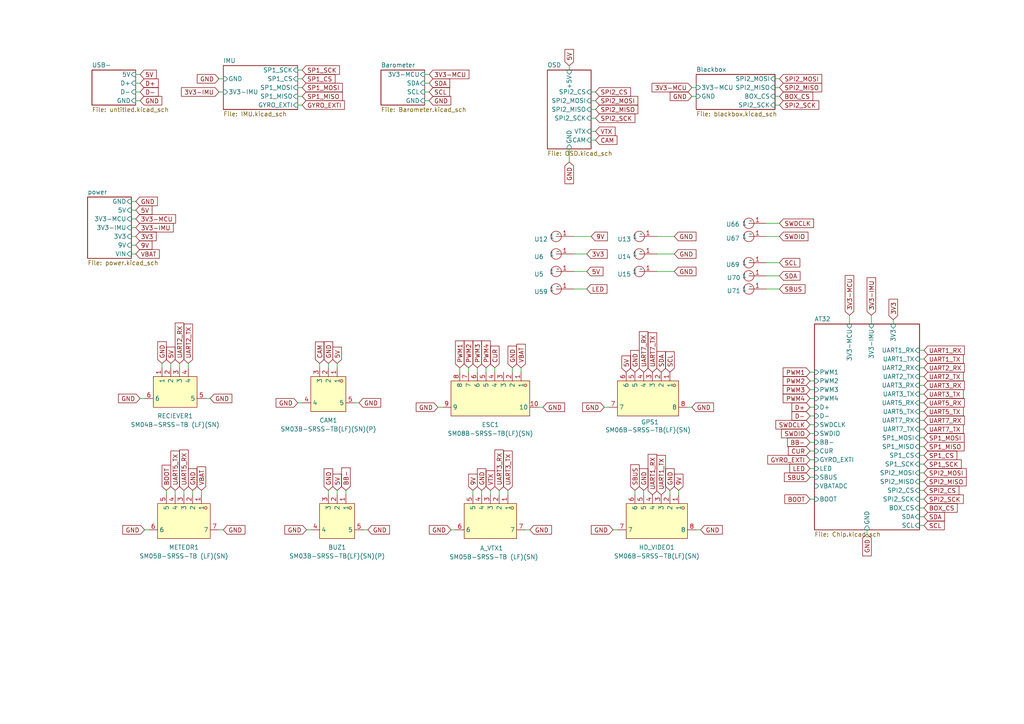
<source format=kicad_sch>
(kicad_sch
	(version 20250114)
	(generator "eeschema")
	(generator_version "9.0")
	(uuid "5022a1d8-d19f-465c-a616-d8d6757adef4")
	(paper "A4")
	(lib_symbols
		(symbol "1_P1-altium-import:root_2_焊1盘_"
			(exclude_from_sim no)
			(in_bom yes)
			(on_board yes)
			(property "Reference" ""
				(at 0 0 0)
				(effects
					(font
						(size 1.27 1.27)
					)
				)
			)
			(property "Value" ""
				(at 0 0 0)
				(effects
					(font
						(size 1.27 1.27)
					)
				)
			)
			(property "Footprint" ""
				(at 0 0 0)
				(effects
					(font
						(size 1.27 1.27)
					)
					(hide yes)
				)
			)
			(property "Datasheet" ""
				(at 0 0 0)
				(effects
					(font
						(size 1.27 1.27)
					)
					(hide yes)
				)
			)
			(property "Description" ""
				(at 0 0 0)
				(effects
					(font
						(size 1.27 1.27)
					)
					(hide yes)
				)
			)
			(property "ki_fp_filters" "*1.2*1.5*"
				(at 0 0 0)
				(effects
					(font
						(size 1.27 1.27)
					)
					(hide yes)
				)
			)
			(symbol "root_2_焊1盘__1_0"
				(circle
					(center 0 0)
					(radius 1.524)
					(stroke
						(width 0)
						(type solid)
						(color 160 0 0 1)
					)
					(fill
						(type none)
					)
				)
				(pin passive line
					(at 5.08 0 180)
					(length 5.08)
					(name "1"
						(effects
							(font
								(size 1.27 1.27)
							)
						)
					)
					(number "1"
						(effects
							(font
								(size 1.27 1.27)
							)
						)
					)
				)
			)
			(embedded_fonts no)
		)
		(symbol "lcsc:SM03B-SRSS-TB(LF)(SN)(P)"
			(exclude_from_sim no)
			(in_bom yes)
			(on_board yes)
			(property "Reference" "U"
				(at 0 12.7 0)
				(effects
					(font
						(size 1.27 1.27)
					)
				)
			)
			(property "Value" "SM03B-SRSS-TB(LF)(SN)(P)"
				(at 0 -12.7 0)
				(effects
					(font
						(size 1.27 1.27)
					)
				)
			)
			(property "Footprint" "lcsc:CONN-SMD_SM03B-SRSS-TB-LF-SN-P"
				(at 0 -15.24 0)
				(effects
					(font
						(size 1.27 1.27)
					)
					(hide yes)
				)
			)
			(property "Datasheet" "https://lcsc.com/product-detail/Others_JST-Sales-America__JST-Sales-America-SM03B-SRSS-TB-LF-SN-P_C160403.html"
				(at 0 -17.78 0)
				(effects
					(font
						(size 1.27 1.27)
					)
					(hide yes)
				)
			)
			(property "Description" ""
				(at 0 0 0)
				(effects
					(font
						(size 1.27 1.27)
					)
					(hide yes)
				)
			)
			(property "LCSC Part" "C160403"
				(at 0 -20.32 0)
				(effects
					(font
						(size 1.27 1.27)
					)
					(hide yes)
				)
			)
			(symbol "SM03B-SRSS-TB(LF)(SN)(P)_0_1"
				(rectangle
					(start -2.54 5.08)
					(end 7.62 -5.08)
					(stroke
						(width 0)
						(type default)
					)
					(fill
						(type background)
					)
				)
				(circle
					(center -1.27 3.81)
					(radius 0.38)
					(stroke
						(width 0)
						(type default)
					)
					(fill
						(type none)
					)
				)
				(pin unspecified line
					(at -5.08 2.54 0)
					(length 2.54)
					(name "1"
						(effects
							(font
								(size 1.27 1.27)
							)
						)
					)
					(number "1"
						(effects
							(font
								(size 1.27 1.27)
							)
						)
					)
				)
				(pin unspecified line
					(at -5.08 0 0)
					(length 2.54)
					(name "2"
						(effects
							(font
								(size 1.27 1.27)
							)
						)
					)
					(number "2"
						(effects
							(font
								(size 1.27 1.27)
							)
						)
					)
				)
				(pin unspecified line
					(at -5.08 -2.54 0)
					(length 2.54)
					(name "3"
						(effects
							(font
								(size 1.27 1.27)
							)
						)
					)
					(number "3"
						(effects
							(font
								(size 1.27 1.27)
							)
						)
					)
				)
				(pin unspecified line
					(at 5.08 7.62 270)
					(length 2.54)
					(name "5"
						(effects
							(font
								(size 1.27 1.27)
							)
						)
					)
					(number "5"
						(effects
							(font
								(size 1.27 1.27)
							)
						)
					)
				)
				(pin unspecified line
					(at 5.08 -7.62 90)
					(length 2.54)
					(name "4"
						(effects
							(font
								(size 1.27 1.27)
							)
						)
					)
					(number "4"
						(effects
							(font
								(size 1.27 1.27)
							)
						)
					)
				)
			)
			(embedded_fonts no)
		)
		(symbol "lcsc:SM04B-SRSS-TB(LF)(SN)"
			(exclude_from_sim no)
			(in_bom yes)
			(on_board yes)
			(property "Reference" "CN1"
				(at 0 -6.35 0)
				(effects
					(font
						(size 1.27 1.27)
					)
				)
			)
			(property "Value" "SM04B-SRSS-TB (LF)(SN)"
				(at 0 -8.89 0)
				(effects
					(font
						(size 1.27 1.27)
					)
				)
			)
			(property "Footprint" "lcsc:CONN-SMD_4P-P1.00_SM04B-SRSS-TB-LF-SN"
				(at 0 -3.81 0)
				(effects
					(font
						(size 1.27 1.27)
					)
					(hide yes)
				)
			)
			(property "Datasheet" "https://lcsc.com/product-detail/Others_JST-Sales-America__JST-Sales-America-SM04B-SRSS-TB-LF-SN_C160404.html"
				(at 0 -6.35 0)
				(effects
					(font
						(size 1.27 1.27)
					)
					(hide yes)
				)
			)
			(property "Description" ""
				(at 0 0 0)
				(effects
					(font
						(size 1.27 1.27)
					)
					(hide yes)
				)
			)
			(property "LCSC Part" "C160404"
				(at 0 -8.89 0)
				(effects
					(font
						(size 1.27 1.27)
					)
					(hide yes)
				)
			)
			(symbol "SM04B-SRSS-TB(LF)(SN)_0_1"
				(rectangle
					(start -6.35 5.08)
					(end 6.35 -3.81)
					(stroke
						(width 0)
						(type default)
					)
					(fill
						(type background)
					)
				)
				(pin unspecified line
					(at -8.89 -1.27 0)
					(length 2.54)
					(name "6"
						(effects
							(font
								(size 1.27 1.27)
							)
						)
					)
					(number "6"
						(effects
							(font
								(size 1.27 1.27)
							)
						)
					)
				)
				(pin unspecified line
					(at -3.81 7.62 270)
					(length 2.54)
					(name "1"
						(effects
							(font
								(size 1.27 1.27)
							)
						)
					)
					(number "1"
						(effects
							(font
								(size 1.27 1.27)
							)
						)
					)
				)
				(pin unspecified line
					(at -1.27 7.62 270)
					(length 2.54)
					(name "2"
						(effects
							(font
								(size 1.27 1.27)
							)
						)
					)
					(number "2"
						(effects
							(font
								(size 1.27 1.27)
							)
						)
					)
				)
				(pin unspecified line
					(at 1.27 7.62 270)
					(length 2.54)
					(name "3"
						(effects
							(font
								(size 1.27 1.27)
							)
						)
					)
					(number "3"
						(effects
							(font
								(size 1.27 1.27)
							)
						)
					)
				)
				(pin unspecified line
					(at 3.81 7.62 270)
					(length 2.54)
					(name "4"
						(effects
							(font
								(size 1.27 1.27)
							)
						)
					)
					(number "4"
						(effects
							(font
								(size 1.27 1.27)
							)
						)
					)
				)
				(pin unspecified line
					(at 8.89 -1.27 180)
					(length 2.54)
					(name "5"
						(effects
							(font
								(size 1.27 1.27)
							)
						)
					)
					(number "5"
						(effects
							(font
								(size 1.27 1.27)
							)
						)
					)
				)
			)
			(embedded_fonts no)
		)
		(symbol "lcsc:SM05B-SRSS-TB(LF)(SN)"
			(exclude_from_sim no)
			(in_bom yes)
			(on_board yes)
			(property "Reference" "A_VTX"
				(at 7.874 -3.048 90)
				(effects
					(font
						(size 1.27 1.27)
					)
					(justify left)
				)
			)
			(property "Value" "SM05B-SRSS-TB (LF)(SN)"
				(at 10.414 -11.938 90)
				(effects
					(font
						(size 1.27 1.27)
					)
					(justify left)
				)
			)
			(property "Footprint" "lcsc:CONN-SMD_SM05B-SRSS-TB-LF-SN"
				(at 0 -12.7 0)
				(effects
					(font
						(size 1.27 1.27)
					)
					(hide yes)
				)
			)
			(property "Datasheet" "https://lcsc.com/product-detail/Connectors_JST_SM05B-SRSS-TB-LF-SN_SM05B-SRSS-TB-LF-SN_C136657.html"
				(at 0 -15.24 0)
				(effects
					(font
						(size 1.27 1.27)
					)
					(hide yes)
				)
			)
			(property "Description" ""
				(at 0 0 0)
				(effects
					(font
						(size 1.27 1.27)
					)
					(hide yes)
				)
			)
			(property "LCSC Part" "C136657"
				(at 0 -17.78 0)
				(effects
					(font
						(size 1.27 1.27)
					)
					(hide yes)
				)
			)
			(symbol "SM05B-SRSS-TB(LF)(SN)_0_1"
				(rectangle
					(start -5.08 7.62)
					(end 5.08 -7.62)
					(stroke
						(width 0)
						(type default)
					)
					(fill
						(type background)
					)
				)
				(circle
					(center -3.81 6.35)
					(radius 0.38)
					(stroke
						(width 0)
						(type default)
					)
					(fill
						(type none)
					)
				)
				(pin unspecified line
					(at -7.62 5.08 0)
					(length 2.54)
					(name "1"
						(effects
							(font
								(size 1.27 1.27)
							)
						)
					)
					(number "1"
						(effects
							(font
								(size 1.27 1.27)
							)
						)
					)
				)
				(pin unspecified line
					(at -7.62 2.54 0)
					(length 2.54)
					(name "2"
						(effects
							(font
								(size 1.27 1.27)
							)
						)
					)
					(number "2"
						(effects
							(font
								(size 1.27 1.27)
							)
						)
					)
				)
				(pin unspecified line
					(at -7.62 0 0)
					(length 2.54)
					(name "3"
						(effects
							(font
								(size 1.27 1.27)
							)
						)
					)
					(number "3"
						(effects
							(font
								(size 1.27 1.27)
							)
						)
					)
				)
				(pin unspecified line
					(at -7.62 -2.54 0)
					(length 2.54)
					(name "4"
						(effects
							(font
								(size 1.27 1.27)
							)
						)
					)
					(number "4"
						(effects
							(font
								(size 1.27 1.27)
							)
						)
					)
				)
				(pin unspecified line
					(at -7.62 -5.08 0)
					(length 2.54)
					(name "5"
						(effects
							(font
								(size 1.27 1.27)
							)
						)
					)
					(number "5"
						(effects
							(font
								(size 1.27 1.27)
							)
						)
					)
				)
				(pin unspecified line
					(at 2.54 10.16 270)
					(length 2.54)
					(name "7"
						(effects
							(font
								(size 1.27 1.27)
							)
						)
					)
					(number "7"
						(effects
							(font
								(size 1.27 1.27)
							)
						)
					)
				)
				(pin unspecified line
					(at 2.54 -10.16 90)
					(length 2.54)
					(name "6"
						(effects
							(font
								(size 1.27 1.27)
							)
						)
					)
					(number "6"
						(effects
							(font
								(size 1.27 1.27)
							)
						)
					)
				)
			)
			(embedded_fonts no)
		)
		(symbol "lcsc:SM06B-SRSS-TB(LF)(SN)"
			(exclude_from_sim no)
			(in_bom yes)
			(on_board yes)
			(property "Reference" "U"
				(at 0 17.78 0)
				(effects
					(font
						(size 1.27 1.27)
					)
				)
			)
			(property "Value" "SM06B-SRSS-TB(LF)(SN)"
				(at 0 -15.24 0)
				(effects
					(font
						(size 1.27 1.27)
					)
				)
			)
			(property "Footprint" "lcsc:CONN-SMD_SM06B-SRSS-TB-LF-SN"
				(at 0 -17.78 0)
				(effects
					(font
						(size 1.27 1.27)
					)
					(hide yes)
				)
			)
			(property "Datasheet" "https://lcsc.com/product-detail/Others_JST-Sales-America__JST-Sales-America-SM06B-SRSS-TB-LF-SN_C160405.html"
				(at 0 -20.32 0)
				(effects
					(font
						(size 1.27 1.27)
					)
					(hide yes)
				)
			)
			(property "Description" ""
				(at 0 0 0)
				(effects
					(font
						(size 1.27 1.27)
					)
					(hide yes)
				)
			)
			(property "LCSC Part" "C160405"
				(at 0 -22.86 0)
				(effects
					(font
						(size 1.27 1.27)
					)
					(hide yes)
				)
			)
			(symbol "SM06B-SRSS-TB(LF)(SN)_0_1"
				(rectangle
					(start -2.54 10.16)
					(end 7.62 -7.62)
					(stroke
						(width 0)
						(type default)
					)
					(fill
						(type background)
					)
				)
				(circle
					(center -1.27 8.89)
					(radius 0.38)
					(stroke
						(width 0)
						(type default)
					)
					(fill
						(type none)
					)
				)
				(pin unspecified line
					(at -5.08 7.62 0)
					(length 2.54)
					(name "1"
						(effects
							(font
								(size 1.27 1.27)
							)
						)
					)
					(number "1"
						(effects
							(font
								(size 1.27 1.27)
							)
						)
					)
				)
				(pin unspecified line
					(at -5.08 5.08 0)
					(length 2.54)
					(name "2"
						(effects
							(font
								(size 1.27 1.27)
							)
						)
					)
					(number "2"
						(effects
							(font
								(size 1.27 1.27)
							)
						)
					)
				)
				(pin unspecified line
					(at -5.08 2.54 0)
					(length 2.54)
					(name "3"
						(effects
							(font
								(size 1.27 1.27)
							)
						)
					)
					(number "3"
						(effects
							(font
								(size 1.27 1.27)
							)
						)
					)
				)
				(pin unspecified line
					(at -5.08 0 0)
					(length 2.54)
					(name "4"
						(effects
							(font
								(size 1.27 1.27)
							)
						)
					)
					(number "4"
						(effects
							(font
								(size 1.27 1.27)
							)
						)
					)
				)
				(pin unspecified line
					(at -5.08 -2.54 0)
					(length 2.54)
					(name "5"
						(effects
							(font
								(size 1.27 1.27)
							)
						)
					)
					(number "5"
						(effects
							(font
								(size 1.27 1.27)
							)
						)
					)
				)
				(pin unspecified line
					(at -5.08 -5.08 0)
					(length 2.54)
					(name "6"
						(effects
							(font
								(size 1.27 1.27)
							)
						)
					)
					(number "6"
						(effects
							(font
								(size 1.27 1.27)
							)
						)
					)
				)
				(pin unspecified line
					(at 5.08 12.7 270)
					(length 2.54)
					(name "8"
						(effects
							(font
								(size 1.27 1.27)
							)
						)
					)
					(number "8"
						(effects
							(font
								(size 1.27 1.27)
							)
						)
					)
				)
				(pin unspecified line
					(at 5.08 -10.16 90)
					(length 2.54)
					(name "7"
						(effects
							(font
								(size 1.27 1.27)
							)
						)
					)
					(number "7"
						(effects
							(font
								(size 1.27 1.27)
							)
						)
					)
				)
			)
			(embedded_fonts no)
		)
		(symbol "lcsc:SM08B-SRSS-TB(LF)(SN)"
			(exclude_from_sim no)
			(in_bom yes)
			(on_board yes)
			(property "Reference" "P"
				(at 0 17.78 0)
				(effects
					(font
						(size 1.27 1.27)
					)
				)
			)
			(property "Value" "SM08B-SRSS-TB(LF)(SN)"
				(at 0 -20.32 0)
				(effects
					(font
						(size 1.27 1.27)
					)
				)
			)
			(property "Footprint" "lcsc:CONN-TH_SM08B-SRSS-TB-LF-SN"
				(at 0 -22.86 0)
				(effects
					(font
						(size 1.27 1.27)
					)
					(hide yes)
				)
			)
			(property "Datasheet" "https://lcsc.com/product-detail/Others_JST-Sales-America__JST-Sales-America-SM08B-SRSS-TB-LF-SN_C160407.html"
				(at 0 -25.4 0)
				(effects
					(font
						(size 1.27 1.27)
					)
					(hide yes)
				)
			)
			(property "Description" ""
				(at 0 0 0)
				(effects
					(font
						(size 1.27 1.27)
					)
					(hide yes)
				)
			)
			(property "LCSC Part" "C160407"
				(at 0 -27.94 0)
				(effects
					(font
						(size 1.27 1.27)
					)
					(hide yes)
				)
			)
			(symbol "SM08B-SRSS-TB(LF)(SN)_0_1"
				(rectangle
					(start -2.54 10.16)
					(end 7.62 -12.7)
					(stroke
						(width 0)
						(type default)
					)
					(fill
						(type background)
					)
				)
				(circle
					(center -1.27 8.89)
					(radius 0.38)
					(stroke
						(width 0)
						(type default)
					)
					(fill
						(type none)
					)
				)
				(pin unspecified line
					(at -5.08 7.62 0)
					(length 2.54)
					(name "1"
						(effects
							(font
								(size 1.27 1.27)
							)
						)
					)
					(number "1"
						(effects
							(font
								(size 1.27 1.27)
							)
						)
					)
				)
				(pin unspecified line
					(at -5.08 5.08 0)
					(length 2.54)
					(name "2"
						(effects
							(font
								(size 1.27 1.27)
							)
						)
					)
					(number "2"
						(effects
							(font
								(size 1.27 1.27)
							)
						)
					)
				)
				(pin unspecified line
					(at -5.08 2.54 0)
					(length 2.54)
					(name "3"
						(effects
							(font
								(size 1.27 1.27)
							)
						)
					)
					(number "3"
						(effects
							(font
								(size 1.27 1.27)
							)
						)
					)
				)
				(pin unspecified line
					(at -5.08 0 0)
					(length 2.54)
					(name "4"
						(effects
							(font
								(size 1.27 1.27)
							)
						)
					)
					(number "4"
						(effects
							(font
								(size 1.27 1.27)
							)
						)
					)
				)
				(pin unspecified line
					(at -5.08 -2.54 0)
					(length 2.54)
					(name "5"
						(effects
							(font
								(size 1.27 1.27)
							)
						)
					)
					(number "5"
						(effects
							(font
								(size 1.27 1.27)
							)
						)
					)
				)
				(pin unspecified line
					(at -5.08 -5.08 0)
					(length 2.54)
					(name "6"
						(effects
							(font
								(size 1.27 1.27)
							)
						)
					)
					(number "6"
						(effects
							(font
								(size 1.27 1.27)
							)
						)
					)
				)
				(pin unspecified line
					(at -5.08 -7.62 0)
					(length 2.54)
					(name "7"
						(effects
							(font
								(size 1.27 1.27)
							)
						)
					)
					(number "7"
						(effects
							(font
								(size 1.27 1.27)
							)
						)
					)
				)
				(pin unspecified line
					(at -5.08 -10.16 0)
					(length 2.54)
					(name "8"
						(effects
							(font
								(size 1.27 1.27)
							)
						)
					)
					(number "8"
						(effects
							(font
								(size 1.27 1.27)
							)
						)
					)
				)
				(pin unspecified line
					(at 5.08 12.7 270)
					(length 2.54)
					(name "10"
						(effects
							(font
								(size 1.27 1.27)
							)
						)
					)
					(number "10"
						(effects
							(font
								(size 1.27 1.27)
							)
						)
					)
				)
				(pin unspecified line
					(at 5.08 -15.24 90)
					(length 2.54)
					(name "9"
						(effects
							(font
								(size 1.27 1.27)
							)
						)
					)
					(number "9"
						(effects
							(font
								(size 1.27 1.27)
							)
						)
					)
				)
			)
			(embedded_fonts no)
		)
	)
	(wire
		(pts
			(xy 38.1 60.96) (xy 39.37 60.96)
		)
		(stroke
			(width 0)
			(type default)
		)
		(uuid "02d798d4-468b-4b51-b037-20af02f58958")
	)
	(wire
		(pts
			(xy 200.66 27.94) (xy 201.93 27.94)
		)
		(stroke
			(width 0)
			(type default)
		)
		(uuid "069d1c00-b906-4976-9d96-b783b3ba1776")
	)
	(wire
		(pts
			(xy 49.53 105.41) (xy 49.53 106.68)
		)
		(stroke
			(width 0)
			(type default)
		)
		(uuid "09a2e198-b4fe-4c73-ac21-d95f72aa38fc")
	)
	(wire
		(pts
			(xy 267.97 137.16) (xy 266.7 137.16)
		)
		(stroke
			(width 0)
			(type default)
		)
		(uuid "09adbd92-0d07-4dc1-be63-ffef08068219")
	)
	(wire
		(pts
			(xy 87.63 27.94) (xy 86.36 27.94)
		)
		(stroke
			(width 0)
			(type default)
		)
		(uuid "0be61232-763d-4527-b1b9-2c98fb3600c8")
	)
	(wire
		(pts
			(xy 267.97 147.32) (xy 266.7 147.32)
		)
		(stroke
			(width 0)
			(type default)
		)
		(uuid "0e6c4638-df6e-491b-bedc-76f2247fc38b")
	)
	(wire
		(pts
			(xy 39.37 73.66) (xy 38.1 73.66)
		)
		(stroke
			(width 0)
			(type default)
		)
		(uuid "0f34c7dc-7362-45db-9f38-a83bb6934d0b")
	)
	(wire
		(pts
			(xy 165.1 43.18) (xy 165.1 46.99)
		)
		(stroke
			(width 0)
			(type default)
		)
		(uuid "1084520a-81cd-4c8a-9bad-105f9a7d8006")
	)
	(wire
		(pts
			(xy 267.97 111.76) (xy 266.7 111.76)
		)
		(stroke
			(width 0)
			(type default)
		)
		(uuid "10dfd25b-4f31-41d6-91ee-b2677760f603")
	)
	(wire
		(pts
			(xy 64.77 153.67) (xy 63.5 153.67)
		)
		(stroke
			(width 0)
			(type default)
		)
		(uuid "12d13ee8-b869-4d90-9fc3-f6b2c8c4cddf")
	)
	(wire
		(pts
			(xy 124.46 24.13) (xy 123.19 24.13)
		)
		(stroke
			(width 0)
			(type default)
		)
		(uuid "134ce2c1-6c57-4e4d-9e93-f1284dd18016")
	)
	(wire
		(pts
			(xy 38.1 63.5) (xy 39.37 63.5)
		)
		(stroke
			(width 0)
			(type default)
		)
		(uuid "14a3ac0c-fe01-4ad5-a64e-ed059fe2bd75")
	)
	(wire
		(pts
			(xy 97.79 142.24) (xy 97.79 143.51)
		)
		(stroke
			(width 0)
			(type default)
		)
		(uuid "1e58eb99-4fe3-4261-8f4b-15d09a36dbca")
	)
	(wire
		(pts
			(xy 135.89 106.68) (xy 135.89 107.95)
		)
		(stroke
			(width 0)
			(type default)
		)
		(uuid "20b13cf3-78f9-4242-83b5-a021bb8639e9")
	)
	(wire
		(pts
			(xy 144.78 142.24) (xy 144.78 143.51)
		)
		(stroke
			(width 0)
			(type default)
		)
		(uuid "22a6cb1f-1051-46b9-8bba-a8d721a9b75a")
	)
	(wire
		(pts
			(xy 147.32 142.24) (xy 147.32 143.51)
		)
		(stroke
			(width 0)
			(type default)
		)
		(uuid "230f1a51-e10e-4936-91c4-b038dc700f35")
	)
	(wire
		(pts
			(xy 137.16 142.24) (xy 137.16 143.51)
		)
		(stroke
			(width 0)
			(type default)
		)
		(uuid "25a858cb-934d-4253-8038-ae384a9c7c58")
	)
	(wire
		(pts
			(xy 234.95 120.65) (xy 236.22 120.65)
		)
		(stroke
			(width 0)
			(type default)
		)
		(uuid "27a4c652-acf2-4417-bed2-1cccb9574884")
	)
	(wire
		(pts
			(xy 48.26 142.24) (xy 48.26 143.51)
		)
		(stroke
			(width 0)
			(type default)
		)
		(uuid "2b28dd62-6ee2-4238-a0aa-1db51976a87d")
	)
	(wire
		(pts
			(xy 267.97 121.92) (xy 266.7 121.92)
		)
		(stroke
			(width 0)
			(type default)
		)
		(uuid "2bd3294f-61a6-438b-a383-c273eafc9878")
	)
	(wire
		(pts
			(xy 184.15 142.24) (xy 184.15 143.51)
		)
		(stroke
			(width 0)
			(type default)
		)
		(uuid "2cb1245c-1188-432e-912e-17ada0e8c65f")
	)
	(wire
		(pts
			(xy 186.69 142.24) (xy 186.69 143.51)
		)
		(stroke
			(width 0)
			(type default)
		)
		(uuid "2e0b8922-7f29-42e9-a8d0-bbda5c3412ef")
	)
	(wire
		(pts
			(xy 252.73 91.44) (xy 252.73 93.98)
		)
		(stroke
			(width 0)
			(type default)
		)
		(uuid "2e718ea9-12d8-4c8e-bd22-52520c537fb7")
	)
	(wire
		(pts
			(xy 172.72 40.64) (xy 171.45 40.64)
		)
		(stroke
			(width 0)
			(type default)
		)
		(uuid "2f02f412-163c-4376-ae80-53f69461eaf5")
	)
	(wire
		(pts
			(xy 234.95 123.19) (xy 236.22 123.19)
		)
		(stroke
			(width 0)
			(type default)
		)
		(uuid "30c981ce-d0ce-430a-be4e-239e31cb0bcb")
	)
	(wire
		(pts
			(xy 234.95 130.81) (xy 236.22 130.81)
		)
		(stroke
			(width 0)
			(type default)
		)
		(uuid "321ed74f-d155-46c2-8be8-c17709437a07")
	)
	(wire
		(pts
			(xy 86.36 116.84) (xy 87.63 116.84)
		)
		(stroke
			(width 0)
			(type default)
		)
		(uuid "328e7ca7-d5e2-41ab-98e1-5f836ff0a40f")
	)
	(wire
		(pts
			(xy 203.2 153.67) (xy 201.93 153.67)
		)
		(stroke
			(width 0)
			(type default)
		)
		(uuid "3693787c-bee1-482a-8c01-9b63fc5363d2")
	)
	(wire
		(pts
			(xy 151.13 106.68) (xy 151.13 107.95)
		)
		(stroke
			(width 0)
			(type default)
		)
		(uuid "3720c64d-bd0f-4232-8c04-3606fdf57f46")
	)
	(wire
		(pts
			(xy 226.06 76.2) (xy 222.25 76.2)
		)
		(stroke
			(width 0)
			(type default)
		)
		(uuid "38fb3040-9ed9-4d6a-8e54-61479115df97")
	)
	(wire
		(pts
			(xy 172.72 38.1) (xy 171.45 38.1)
		)
		(stroke
			(width 0)
			(type default)
		)
		(uuid "392713e1-3bd4-441d-9dd3-40b6f6db2208")
	)
	(wire
		(pts
			(xy 130.81 153.67) (xy 132.08 153.67)
		)
		(stroke
			(width 0)
			(type default)
		)
		(uuid "3a1ba7bf-d47c-47ba-bc6b-ee555c7464f8")
	)
	(wire
		(pts
			(xy 195.58 73.66) (xy 190.5 73.66)
		)
		(stroke
			(width 0)
			(type default)
		)
		(uuid "3a3dc369-13e5-4384-bc99-404f2c0122ae")
	)
	(wire
		(pts
			(xy 41.91 153.67) (xy 43.18 153.67)
		)
		(stroke
			(width 0)
			(type default)
		)
		(uuid "3bfbdc83-369d-4e69-aa6c-0bc0346042af")
	)
	(wire
		(pts
			(xy 157.48 118.11) (xy 156.21 118.11)
		)
		(stroke
			(width 0)
			(type default)
		)
		(uuid "3ca59264-c54a-4893-a06d-2db9871e0b56")
	)
	(wire
		(pts
			(xy 38.1 66.04) (xy 39.37 66.04)
		)
		(stroke
			(width 0)
			(type default)
		)
		(uuid "3cd41d07-9cfa-4f72-bf1e-163fb0374947")
	)
	(wire
		(pts
			(xy 55.88 142.24) (xy 55.88 143.51)
		)
		(stroke
			(width 0)
			(type default)
		)
		(uuid "41166a39-1e2a-4c0c-b801-c9f510b5e139")
	)
	(wire
		(pts
			(xy 267.97 149.86) (xy 266.7 149.86)
		)
		(stroke
			(width 0)
			(type default)
		)
		(uuid "48682ed0-9f47-44ec-95e2-7ad864fb6d2f")
	)
	(wire
		(pts
			(xy 267.97 134.62) (xy 266.7 134.62)
		)
		(stroke
			(width 0)
			(type default)
		)
		(uuid "48ac22d6-64ce-4ac8-89a1-0b13288339b7")
	)
	(wire
		(pts
			(xy 40.64 24.13) (xy 39.37 24.13)
		)
		(stroke
			(width 0)
			(type default)
		)
		(uuid "4988843f-d435-40f2-a2ae-ceb5e724b051")
	)
	(wire
		(pts
			(xy 139.7 142.24) (xy 139.7 143.51)
		)
		(stroke
			(width 0)
			(type default)
		)
		(uuid "4a138f8c-0b46-4f95-a5a1-219ad381587f")
	)
	(wire
		(pts
			(xy 142.24 142.24) (xy 142.24 143.51)
		)
		(stroke
			(width 0)
			(type default)
		)
		(uuid "4a5c7fc9-fc4e-460f-95ec-aa5c56caa211")
	)
	(wire
		(pts
			(xy 234.95 125.73) (xy 236.22 125.73)
		)
		(stroke
			(width 0)
			(type default)
		)
		(uuid "4a742194-5737-4881-a506-d242c0ffdb4f")
	)
	(wire
		(pts
			(xy 177.8 153.67) (xy 179.07 153.67)
		)
		(stroke
			(width 0)
			(type default)
		)
		(uuid "4b1afce1-1843-4df3-813f-38b0a03f2ecd")
	)
	(wire
		(pts
			(xy 175.26 118.11) (xy 176.53 118.11)
		)
		(stroke
			(width 0)
			(type default)
		)
		(uuid "4d2f47d5-7417-434b-8a71-51603c415067")
	)
	(wire
		(pts
			(xy 267.97 109.22) (xy 266.7 109.22)
		)
		(stroke
			(width 0)
			(type default)
		)
		(uuid "4e18d962-490d-4adb-9804-6dee4c480525")
	)
	(wire
		(pts
			(xy 46.99 105.41) (xy 46.99 106.68)
		)
		(stroke
			(width 0)
			(type default)
		)
		(uuid "4f2653d7-dc53-4c97-9b00-fa3b7b3cc477")
	)
	(wire
		(pts
			(xy 234.95 135.89) (xy 236.22 135.89)
		)
		(stroke
			(width 0)
			(type default)
		)
		(uuid "5124f65f-fdaf-4322-8299-0275cebfafa5")
	)
	(wire
		(pts
			(xy 226.06 68.58) (xy 222.25 68.58)
		)
		(stroke
			(width 0)
			(type default)
		)
		(uuid "51c38f23-da46-4732-b2b2-6bf4f0830368")
	)
	(wire
		(pts
			(xy 133.35 106.68) (xy 133.35 107.95)
		)
		(stroke
			(width 0)
			(type default)
		)
		(uuid "52262b67-094a-4828-9c64-718d3d236be4")
	)
	(wire
		(pts
			(xy 267.97 139.7) (xy 266.7 139.7)
		)
		(stroke
			(width 0)
			(type default)
		)
		(uuid "54041794-baa4-4b49-b814-94379ed9f8f1")
	)
	(wire
		(pts
			(xy 39.37 29.21) (xy 40.64 29.21)
		)
		(stroke
			(width 0)
			(type default)
		)
		(uuid "55b4fe79-edd7-4ba7-9cdc-e8512c31c65a")
	)
	(wire
		(pts
			(xy 226.06 27.94) (xy 224.79 27.94)
		)
		(stroke
			(width 0)
			(type default)
		)
		(uuid "59198419-4a8c-49f2-a40d-ea9281f66d20")
	)
	(wire
		(pts
			(xy 267.97 144.78) (xy 266.7 144.78)
		)
		(stroke
			(width 0)
			(type default)
		)
		(uuid "59eebe0f-daf9-44aa-905a-2c7e3043817c")
	)
	(wire
		(pts
			(xy 53.34 142.24) (xy 53.34 143.51)
		)
		(stroke
			(width 0)
			(type default)
		)
		(uuid "61798f28-658e-418f-8008-019f07c5d721")
	)
	(wire
		(pts
			(xy 267.97 106.68) (xy 266.7 106.68)
		)
		(stroke
			(width 0)
			(type default)
		)
		(uuid "6446ac33-22bb-4c33-8160-4ce52be52554")
	)
	(wire
		(pts
			(xy 170.18 73.66) (xy 166.37 73.66)
		)
		(stroke
			(width 0)
			(type default)
		)
		(uuid "646517b9-3f63-467a-acb0-46f18476be47")
	)
	(wire
		(pts
			(xy 63.5 26.67) (xy 64.77 26.67)
		)
		(stroke
			(width 0)
			(type default)
		)
		(uuid "653936d7-69f7-400d-b8b9-2625de0c6a36")
	)
	(wire
		(pts
			(xy 196.85 142.24) (xy 196.85 143.51)
		)
		(stroke
			(width 0)
			(type default)
		)
		(uuid "665333e6-6c46-43c0-bfc4-8634401c5569")
	)
	(wire
		(pts
			(xy 267.97 152.4) (xy 266.7 152.4)
		)
		(stroke
			(width 0)
			(type default)
		)
		(uuid "6d2d6c62-ec1f-432d-9b8e-d2e6d7ca994d")
	)
	(wire
		(pts
			(xy 58.42 142.24) (xy 58.42 143.51)
		)
		(stroke
			(width 0)
			(type default)
		)
		(uuid "6d887747-9ef6-4eff-acde-d440cf7e6968")
	)
	(wire
		(pts
			(xy 194.31 142.24) (xy 194.31 143.51)
		)
		(stroke
			(width 0)
			(type default)
		)
		(uuid "6db75d53-8547-4e7e-a359-c85bde515072")
	)
	(wire
		(pts
			(xy 172.72 26.67) (xy 171.45 26.67)
		)
		(stroke
			(width 0)
			(type default)
		)
		(uuid "735f79ce-839d-4d5f-b711-f36bdffe9a9d")
	)
	(wire
		(pts
			(xy 234.95 118.11) (xy 236.22 118.11)
		)
		(stroke
			(width 0)
			(type default)
		)
		(uuid "76179b34-b95d-4c57-a570-e19fda2d818a")
	)
	(wire
		(pts
			(xy 124.46 21.59) (xy 123.19 21.59)
		)
		(stroke
			(width 0)
			(type default)
		)
		(uuid "7719bf8a-8f3a-45a3-b863-97889f063aa0")
	)
	(wire
		(pts
			(xy 124.46 26.67) (xy 123.19 26.67)
		)
		(stroke
			(width 0)
			(type default)
		)
		(uuid "778af0f2-080c-408a-9de6-860bf907a5fd")
	)
	(wire
		(pts
			(xy 172.72 29.21) (xy 171.45 29.21)
		)
		(stroke
			(width 0)
			(type default)
		)
		(uuid "7a0cf63f-9b98-40f7-b40e-2e6e826295d8")
	)
	(wire
		(pts
			(xy 267.97 119.38) (xy 266.7 119.38)
		)
		(stroke
			(width 0)
			(type default)
		)
		(uuid "7a47172d-cf4c-492c-b5d1-a2be47bac41e")
	)
	(wire
		(pts
			(xy 267.97 132.08) (xy 266.7 132.08)
		)
		(stroke
			(width 0)
			(type default)
		)
		(uuid "7ce54f31-1ed8-4067-9408-e5b2c024662e")
	)
	(wire
		(pts
			(xy 195.58 78.74) (xy 190.5 78.74)
		)
		(stroke
			(width 0)
			(type default)
		)
		(uuid "7d50c929-8de9-488d-8236-189f55cb0c7f")
	)
	(wire
		(pts
			(xy 54.61 105.41) (xy 54.61 106.68)
		)
		(stroke
			(width 0)
			(type default)
		)
		(uuid "802a22f1-42f4-4fcd-a1fb-52b47c4e1868")
	)
	(wire
		(pts
			(xy 234.95 128.27) (xy 236.22 128.27)
		)
		(stroke
			(width 0)
			(type default)
		)
		(uuid "81ba469b-140d-4811-bb2e-5d0c1ce325d5")
	)
	(wire
		(pts
			(xy 95.25 105.41) (xy 95.25 106.68)
		)
		(stroke
			(width 0)
			(type default)
		)
		(uuid "82e70df9-8e67-43bb-b65b-9f9995b3fc95")
	)
	(wire
		(pts
			(xy 39.37 71.12) (xy 38.1 71.12)
		)
		(stroke
			(width 0)
			(type default)
		)
		(uuid "84417ae5-1305-472e-a943-e8350cc98bde")
	)
	(wire
		(pts
			(xy 124.46 29.21) (xy 123.19 29.21)
		)
		(stroke
			(width 0)
			(type default)
		)
		(uuid "8637d7be-1e66-42b4-bece-b298ab7b24a5")
	)
	(wire
		(pts
			(xy 87.63 25.4) (xy 86.36 25.4)
		)
		(stroke
			(width 0)
			(type default)
		)
		(uuid "87b643b6-8c44-4c6e-a854-41115d75f010")
	)
	(wire
		(pts
			(xy 87.63 30.48) (xy 86.36 30.48)
		)
		(stroke
			(width 0)
			(type default)
		)
		(uuid "89c23fab-d9ad-49ca-bc0d-9c8d7fa408be")
	)
	(wire
		(pts
			(xy 267.97 116.84) (xy 266.7 116.84)
		)
		(stroke
			(width 0)
			(type default)
		)
		(uuid "8a704d45-31a7-4ffc-a4c6-cd522e738201")
	)
	(wire
		(pts
			(xy 106.68 153.67) (xy 105.41 153.67)
		)
		(stroke
			(width 0)
			(type default)
		)
		(uuid "8e26a147-8881-4c42-96c4-33a6ab5d6883")
	)
	(wire
		(pts
			(xy 267.97 101.6) (xy 266.7 101.6)
		)
		(stroke
			(width 0)
			(type default)
		)
		(uuid "8f5e83bb-8eca-4183-8086-5244ec2bb7b6")
	)
	(wire
		(pts
			(xy 40.64 26.67) (xy 39.37 26.67)
		)
		(stroke
			(width 0)
			(type default)
		)
		(uuid "8ffd072e-8ceb-4a6e-b7cb-21ebd5d9e1c7")
	)
	(wire
		(pts
			(xy 234.95 113.03) (xy 236.22 113.03)
		)
		(stroke
			(width 0)
			(type default)
		)
		(uuid "918cad8f-137b-4ddd-bddf-363975880092")
	)
	(wire
		(pts
			(xy 172.72 34.29) (xy 171.45 34.29)
		)
		(stroke
			(width 0)
			(type default)
		)
		(uuid "94aa63ae-68d7-4616-8e11-d729d3a65ac5")
	)
	(wire
		(pts
			(xy 226.06 22.86) (xy 224.79 22.86)
		)
		(stroke
			(width 0)
			(type default)
		)
		(uuid "9610b76e-6d89-4f42-b782-e2937944f681")
	)
	(wire
		(pts
			(xy 166.37 68.58) (xy 171.45 68.58)
		)
		(stroke
			(width 0)
			(type default)
		)
		(uuid "961d7b51-c0dc-4cfb-a858-3a5a65921b6d")
	)
	(wire
		(pts
			(xy 63.5 22.86) (xy 64.77 22.86)
		)
		(stroke
			(width 0)
			(type default)
		)
		(uuid "96ed76df-7e79-4250-bbd5-26370540fd5c")
	)
	(wire
		(pts
			(xy 148.59 106.68) (xy 148.59 107.95)
		)
		(stroke
			(width 0)
			(type default)
		)
		(uuid "9703719f-111f-48e3-9bb2-f8519d569b19")
	)
	(wire
		(pts
			(xy 87.63 20.32) (xy 86.36 20.32)
		)
		(stroke
			(width 0)
			(type default)
		)
		(uuid "999f2c6f-97dc-466f-8bf2-75a4efc036d8")
	)
	(wire
		(pts
			(xy 127 118.11) (xy 128.27 118.11)
		)
		(stroke
			(width 0)
			(type default)
		)
		(uuid "9af67c2c-1ccc-4486-afef-997e0e2b1976")
	)
	(wire
		(pts
			(xy 165.1 19.05) (xy 165.1 20.32)
		)
		(stroke
			(width 0)
			(type default)
		)
		(uuid "9dcf19d5-38db-4188-a51a-862a958bc1e7")
	)
	(wire
		(pts
			(xy 251.46 153.67) (xy 251.46 154.94)
		)
		(stroke
			(width 0)
			(type default)
		)
		(uuid "a1b95a4b-6d89-490d-bb2f-3e4dd9542d69")
	)
	(wire
		(pts
			(xy 267.97 104.14) (xy 266.7 104.14)
		)
		(stroke
			(width 0)
			(type default)
		)
		(uuid "a2709ab4-9d02-4fa8-95a2-93c40c90e81a")
	)
	(wire
		(pts
			(xy 259.08 92.71) (xy 259.08 93.98)
		)
		(stroke
			(width 0)
			(type default)
		)
		(uuid "a33adb65-90f7-411b-8ed8-5d84b1ab8d4c")
	)
	(wire
		(pts
			(xy 267.97 142.24) (xy 266.7 142.24)
		)
		(stroke
			(width 0)
			(type default)
		)
		(uuid "a455f4b9-2cfc-4503-b977-6feee15f6949")
	)
	(wire
		(pts
			(xy 170.18 78.74) (xy 166.37 78.74)
		)
		(stroke
			(width 0)
			(type default)
		)
		(uuid "a53f3430-3162-44ec-bc26-2831a92ed4d9")
	)
	(wire
		(pts
			(xy 200.66 25.4) (xy 201.93 25.4)
		)
		(stroke
			(width 0)
			(type default)
		)
		(uuid "a5650332-5976-4afd-8042-5779b1779dda")
	)
	(wire
		(pts
			(xy 143.51 106.68) (xy 143.51 107.95)
		)
		(stroke
			(width 0)
			(type default)
		)
		(uuid "a58681fa-f380-4af5-b6cd-87225620fe45")
	)
	(wire
		(pts
			(xy 267.97 124.46) (xy 266.7 124.46)
		)
		(stroke
			(width 0)
			(type default)
		)
		(uuid "a6556bee-dbe9-4468-91a4-b585a9516979")
	)
	(wire
		(pts
			(xy 195.58 68.58) (xy 190.5 68.58)
		)
		(stroke
			(width 0)
			(type default)
		)
		(uuid "a655f6ed-d404-471c-bc31-0decefc936d7")
	)
	(wire
		(pts
			(xy 200.66 118.11) (xy 199.39 118.11)
		)
		(stroke
			(width 0)
			(type default)
		)
		(uuid "aab6f31e-3258-4dc2-b065-f65a791a0cf4")
	)
	(wire
		(pts
			(xy 166.37 83.82) (xy 170.18 83.82)
		)
		(stroke
			(width 0)
			(type default)
		)
		(uuid "adb3e274-8062-472b-a5df-47dab638c997")
	)
	(wire
		(pts
			(xy 234.95 133.35) (xy 236.22 133.35)
		)
		(stroke
			(width 0)
			(type default)
		)
		(uuid "afb2199c-1aef-4a0e-ad4e-5eab1f0c80b0")
	)
	(wire
		(pts
			(xy 234.95 115.57) (xy 236.22 115.57)
		)
		(stroke
			(width 0)
			(type default)
		)
		(uuid "afed9acf-76ce-400a-afb5-904246115934")
	)
	(wire
		(pts
			(xy 97.79 105.41) (xy 97.79 106.68)
		)
		(stroke
			(width 0)
			(type default)
		)
		(uuid "b194c476-088e-4be5-8ffb-66b16d357f4a")
	)
	(wire
		(pts
			(xy 226.06 30.48) (xy 224.79 30.48)
		)
		(stroke
			(width 0)
			(type default)
		)
		(uuid "b3978551-4e5c-4fae-a066-d4ddb7e71453")
	)
	(wire
		(pts
			(xy 92.71 105.41) (xy 92.71 106.68)
		)
		(stroke
			(width 0)
			(type default)
		)
		(uuid "b93686bf-39fe-4f7e-905e-b15af2457834")
	)
	(wire
		(pts
			(xy 234.95 144.78) (xy 236.22 144.78)
		)
		(stroke
			(width 0)
			(type default)
		)
		(uuid "b94a4291-0796-40fb-9fc4-befae0158393")
	)
	(wire
		(pts
			(xy 50.8 142.24) (xy 50.8 143.51)
		)
		(stroke
			(width 0)
			(type default)
		)
		(uuid "badcfab4-356b-4fc9-8408-9ee3bb03bec5")
	)
	(wire
		(pts
			(xy 234.95 107.95) (xy 236.22 107.95)
		)
		(stroke
			(width 0)
			(type default)
		)
		(uuid "c0929b72-bfba-4270-a1bd-e61f77520169")
	)
	(wire
		(pts
			(xy 40.64 115.57) (xy 41.91 115.57)
		)
		(stroke
			(width 0)
			(type default)
		)
		(uuid "c3a6e0c0-7ce8-473e-ab7e-7b839fddf23b")
	)
	(wire
		(pts
			(xy 39.37 68.58) (xy 38.1 68.58)
		)
		(stroke
			(width 0)
			(type default)
		)
		(uuid "c86435d7-81e1-4126-a1f9-f944245536e5")
	)
	(wire
		(pts
			(xy 246.38 91.44) (xy 246.38 93.98)
		)
		(stroke
			(width 0)
			(type default)
		)
		(uuid "ca8ab20e-f707-4c9d-bc99-d63ca7f3ee66")
	)
	(wire
		(pts
			(xy 52.07 105.41) (xy 52.07 106.68)
		)
		(stroke
			(width 0)
			(type default)
		)
		(uuid "cafce914-13b5-46e5-ae7a-df98107a1cbe")
	)
	(wire
		(pts
			(xy 138.43 106.68) (xy 138.43 107.95)
		)
		(stroke
			(width 0)
			(type default)
		)
		(uuid "d03c0895-b5d3-475c-99b7-151f81874241")
	)
	(wire
		(pts
			(xy 60.96 115.57) (xy 59.69 115.57)
		)
		(stroke
			(width 0)
			(type default)
		)
		(uuid "d2294b3c-6d49-418f-808d-cfdccb62c6f1")
	)
	(wire
		(pts
			(xy 234.95 110.49) (xy 236.22 110.49)
		)
		(stroke
			(width 0)
			(type default)
		)
		(uuid "d3c74d35-678b-4ee4-86eb-1f395d681f10")
	)
	(wire
		(pts
			(xy 104.14 116.84) (xy 102.87 116.84)
		)
		(stroke
			(width 0)
			(type default)
		)
		(uuid "d5bed0c8-c1e8-44b8-ba26-775fa859577f")
	)
	(wire
		(pts
			(xy 88.9 153.67) (xy 90.17 153.67)
		)
		(stroke
			(width 0)
			(type default)
		)
		(uuid "d742d04b-506e-4814-98e1-e2c95659f1eb")
	)
	(wire
		(pts
			(xy 226.06 80.01) (xy 222.25 80.01)
		)
		(stroke
			(width 0)
			(type default)
		)
		(uuid "d7bce49e-6fde-4ea8-b017-ba5a66dff269")
	)
	(wire
		(pts
			(xy 234.95 138.43) (xy 236.22 138.43)
		)
		(stroke
			(width 0)
			(type default)
		)
		(uuid "d8cb9c46-ae75-40c4-869a-142ee3fdfa64")
	)
	(wire
		(pts
			(xy 267.97 129.54) (xy 266.7 129.54)
		)
		(stroke
			(width 0)
			(type default)
		)
		(uuid "e0931e40-c74d-4c08-b79a-c740d6419be0")
	)
	(wire
		(pts
			(xy 267.97 114.3) (xy 266.7 114.3)
		)
		(stroke
			(width 0)
			(type default)
		)
		(uuid "e37df339-357c-4008-a7db-69eaa0ffe0a6")
	)
	(wire
		(pts
			(xy 38.1 58.42) (xy 39.37 58.42)
		)
		(stroke
			(width 0)
			(type default)
		)
		(uuid "e5b87eab-04f4-4a96-bfc3-3b7115af33a8")
	)
	(wire
		(pts
			(xy 95.25 142.24) (xy 95.25 143.51)
		)
		(stroke
			(width 0)
			(type default)
		)
		(uuid "e5da1952-9b72-413f-86f3-52e7712b4577")
	)
	(wire
		(pts
			(xy 100.33 142.24) (xy 100.33 143.51)
		)
		(stroke
			(width 0)
			(type default)
		)
		(uuid "e75a7e90-1f6c-4bd1-be56-319780e195cb")
	)
	(wire
		(pts
			(xy 226.06 83.82) (xy 222.25 83.82)
		)
		(stroke
			(width 0)
			(type default)
		)
		(uuid "e879c13c-451d-42ba-993e-fed5f7dfa1f1")
	)
	(wire
		(pts
			(xy 140.97 106.68) (xy 140.97 107.95)
		)
		(stroke
			(width 0)
			(type default)
		)
		(uuid "ece36bff-34fc-4caf-b2de-aa1d98582df3")
	)
	(wire
		(pts
			(xy 267.97 127) (xy 266.7 127)
		)
		(stroke
			(width 0)
			(type default)
		)
		(uuid "ed5989b9-a11f-4940-8939-8f8bd8eaacb8")
	)
	(wire
		(pts
			(xy 226.06 64.77) (xy 222.25 64.77)
		)
		(stroke
			(width 0)
			(type default)
		)
		(uuid "f5e2a018-fa3f-4ddd-962d-fb0ab1787118")
	)
	(wire
		(pts
			(xy 172.72 31.75) (xy 171.45 31.75)
		)
		(stroke
			(width 0)
			(type default)
		)
		(uuid "f6c43a53-1356-43eb-89c3-70e0aa09f3a0")
	)
	(wire
		(pts
			(xy 153.67 153.67) (xy 152.4 153.67)
		)
		(stroke
			(width 0)
			(type default)
		)
		(uuid "f6f5b9f0-19ce-4543-98c8-81ab9d7488b2")
	)
	(wire
		(pts
			(xy 226.06 25.4) (xy 224.79 25.4)
		)
		(stroke
			(width 0)
			(type default)
		)
		(uuid "faa62fc0-440a-451d-a5cf-93d1b65721f9")
	)
	(wire
		(pts
			(xy 87.63 22.86) (xy 86.36 22.86)
		)
		(stroke
			(width 0)
			(type default)
		)
		(uuid "fb099ef9-f3ca-4516-aad2-219d2f9f0d96")
	)
	(wire
		(pts
			(xy 39.37 21.59) (xy 40.64 21.59)
		)
		(stroke
			(width 0)
			(type default)
		)
		(uuid "fbf55a56-8dc3-45f9-9310-b08a33bd9559")
	)
	(global_label "UART5_RX"
		(shape input)
		(at 267.97 116.84 0)
		(fields_autoplaced yes)
		(effects
			(font
				(size 1.27 1.27)
			)
			(justify left)
		)
		(uuid "00032989-84a3-4768-b58c-17330caad56c")
		(property "Intersheetrefs" "${INTERSHEET_REFS}"
			(at 280.2685 116.84 0)
			(effects
				(font
					(size 1.27 1.27)
				)
				(justify left)
				(hide yes)
			)
		)
	)
	(global_label "PWM1"
		(shape input)
		(at 234.95 107.95 180)
		(fields_autoplaced yes)
		(effects
			(font
				(size 1.27 1.27)
			)
			(justify right)
		)
		(uuid "00206954-8b12-477d-b04f-14e5a9df84fd")
		(property "Intersheetrefs" "${INTERSHEET_REFS}"
			(at 226.5825 107.95 0)
			(effects
				(font
					(size 1.27 1.27)
				)
				(justify right)
				(hide yes)
			)
		)
	)
	(global_label "GYRO_EXTI"
		(shape input)
		(at 87.63 30.48 0)
		(fields_autoplaced yes)
		(effects
			(font
				(size 1.27 1.27)
			)
			(justify left)
		)
		(uuid "01edb009-0536-4998-b903-9d4ca438093b")
		(property "Intersheetrefs" "${INTERSHEET_REFS}"
			(at 100.4728 30.48 0)
			(effects
				(font
					(size 1.27 1.27)
				)
				(justify left)
				(hide yes)
			)
		)
	)
	(global_label "LED"
		(shape input)
		(at 170.18 83.82 0)
		(fields_autoplaced yes)
		(effects
			(font
				(size 1.27 1.27)
			)
			(justify left)
		)
		(uuid "05705fe9-78f5-457b-a68f-f7ac3f41c46f")
		(property "Intersheetrefs" "${INTERSHEET_REFS}"
			(at 176.6123 83.82 0)
			(effects
				(font
					(size 1.27 1.27)
				)
				(justify left)
				(hide yes)
			)
		)
	)
	(global_label "UART7_RX"
		(shape input)
		(at 186.69 107.95 90)
		(fields_autoplaced yes)
		(effects
			(font
				(size 1.27 1.27)
			)
			(justify left)
		)
		(uuid "05da0155-e709-4b4d-bc82-107e675fd202")
		(property "Intersheetrefs" "${INTERSHEET_REFS}"
			(at 186.69 95.6515 90)
			(effects
				(font
					(size 1.27 1.27)
				)
				(justify left)
				(hide yes)
			)
		)
	)
	(global_label "SPI2_SCK"
		(shape input)
		(at 172.72 34.29 0)
		(fields_autoplaced yes)
		(effects
			(font
				(size 1.27 1.27)
			)
			(justify left)
		)
		(uuid "05e9eb64-0c0a-47fb-8351-bcf5d44bd836")
		(property "Intersheetrefs" "${INTERSHEET_REFS}"
			(at 184.7161 34.29 0)
			(effects
				(font
					(size 1.27 1.27)
				)
				(justify left)
				(hide yes)
			)
		)
	)
	(global_label "UART5_TX"
		(shape input)
		(at 50.8 142.24 90)
		(fields_autoplaced yes)
		(effects
			(font
				(size 1.27 1.27)
			)
			(justify left)
		)
		(uuid "072749e9-695c-4f8c-8f10-80f98b0f5522")
		(property "Intersheetrefs" "${INTERSHEET_REFS}"
			(at 50.8 130.2439 90)
			(effects
				(font
					(size 1.27 1.27)
				)
				(justify left)
				(hide yes)
			)
		)
	)
	(global_label "SPI2_CS"
		(shape input)
		(at 267.97 142.24 0)
		(fields_autoplaced yes)
		(effects
			(font
				(size 1.27 1.27)
			)
			(justify left)
		)
		(uuid "07720dea-5fc5-4247-96a9-35b13bf16c63")
		(property "Intersheetrefs" "${INTERSHEET_REFS}"
			(at 278.6961 142.24 0)
			(effects
				(font
					(size 1.27 1.27)
				)
				(justify left)
				(hide yes)
			)
		)
	)
	(global_label "GND"
		(shape input)
		(at 64.77 153.67 0)
		(fields_autoplaced yes)
		(effects
			(font
				(size 1.27 1.27)
			)
			(justify left)
		)
		(uuid "09a76ac5-0fa6-426e-9f87-be92be6b8bfc")
		(property "Intersheetrefs" "${INTERSHEET_REFS}"
			(at 71.6257 153.67 0)
			(effects
				(font
					(size 1.27 1.27)
				)
				(justify left)
				(hide yes)
			)
		)
	)
	(global_label "UART2_TX"
		(shape input)
		(at 267.97 109.22 0)
		(fields_autoplaced yes)
		(effects
			(font
				(size 1.27 1.27)
			)
			(justify left)
		)
		(uuid "0a122614-6dd0-48dd-8c53-ec467fc5f8a4")
		(property "Intersheetrefs" "${INTERSHEET_REFS}"
			(at 279.9661 109.22 0)
			(effects
				(font
					(size 1.27 1.27)
				)
				(justify left)
				(hide yes)
			)
		)
	)
	(global_label "SP1_CS"
		(shape input)
		(at 87.63 22.86 0)
		(fields_autoplaced yes)
		(effects
			(font
				(size 1.27 1.27)
			)
			(justify left)
		)
		(uuid "0a881ba4-e37e-4e50-8820-5a2b909554d5")
		(property "Intersheetrefs" "${INTERSHEET_REFS}"
			(at 97.7513 22.86 0)
			(effects
				(font
					(size 1.27 1.27)
				)
				(justify left)
				(hide yes)
			)
		)
	)
	(global_label "GND"
		(shape input)
		(at 186.69 142.24 90)
		(fields_autoplaced yes)
		(effects
			(font
				(size 1.27 1.27)
			)
			(justify left)
		)
		(uuid "0b7fa638-b176-47f8-b1d3-ff8cba7035da")
		(property "Intersheetrefs" "${INTERSHEET_REFS}"
			(at 186.69 135.3843 90)
			(effects
				(font
					(size 1.27 1.27)
				)
				(justify left)
				(hide yes)
			)
		)
	)
	(global_label "5V"
		(shape input)
		(at 49.53 105.41 90)
		(fields_autoplaced yes)
		(effects
			(font
				(size 1.27 1.27)
			)
			(justify left)
		)
		(uuid "0c454a34-d14a-45b7-9661-05629d90313a")
		(property "Intersheetrefs" "${INTERSHEET_REFS}"
			(at 49.53 100.1267 90)
			(effects
				(font
					(size 1.27 1.27)
				)
				(justify left)
				(hide yes)
			)
		)
	)
	(global_label "GND"
		(shape input)
		(at 41.91 153.67 180)
		(fields_autoplaced yes)
		(effects
			(font
				(size 1.27 1.27)
			)
			(justify right)
		)
		(uuid "0d3c99d8-700d-45c5-bcd1-0173ae4ca08c")
		(property "Intersheetrefs" "${INTERSHEET_REFS}"
			(at 35.0543 153.67 0)
			(effects
				(font
					(size 1.27 1.27)
				)
				(justify right)
				(hide yes)
			)
		)
	)
	(global_label "GND"
		(shape input)
		(at 40.64 29.21 0)
		(fields_autoplaced yes)
		(effects
			(font
				(size 1.27 1.27)
			)
			(justify left)
		)
		(uuid "0e897d26-2caa-4a9f-b3c3-ca8e0c8bbf1a")
		(property "Intersheetrefs" "${INTERSHEET_REFS}"
			(at 47.4957 29.21 0)
			(effects
				(font
					(size 1.27 1.27)
				)
				(justify left)
				(hide yes)
			)
		)
	)
	(global_label "SCL"
		(shape input)
		(at 194.31 107.95 90)
		(fields_autoplaced yes)
		(effects
			(font
				(size 1.27 1.27)
			)
			(justify left)
		)
		(uuid "11d58ef5-73af-4627-90d8-6676714188c9")
		(property "Intersheetrefs" "${INTERSHEET_REFS}"
			(at 194.31 101.4572 90)
			(effects
				(font
					(size 1.27 1.27)
				)
				(justify left)
				(hide yes)
			)
		)
	)
	(global_label "SP1_CS"
		(shape input)
		(at 267.97 132.08 0)
		(fields_autoplaced yes)
		(effects
			(font
				(size 1.27 1.27)
			)
			(justify left)
		)
		(uuid "127286c3-770d-4dca-ac61-b391f2106ad2")
		(property "Intersheetrefs" "${INTERSHEET_REFS}"
			(at 278.0913 132.08 0)
			(effects
				(font
					(size 1.27 1.27)
				)
				(justify left)
				(hide yes)
			)
		)
	)
	(global_label "VTX"
		(shape input)
		(at 172.72 38.1 0)
		(fields_autoplaced yes)
		(effects
			(font
				(size 1.27 1.27)
			)
			(justify left)
		)
		(uuid "12ee984a-ce49-468b-a551-7e277e477d3d")
		(property "Intersheetrefs" "${INTERSHEET_REFS}"
			(at 178.9709 38.1 0)
			(effects
				(font
					(size 1.27 1.27)
				)
				(justify left)
				(hide yes)
			)
		)
	)
	(global_label "GND"
		(shape input)
		(at 127 118.11 180)
		(fields_autoplaced yes)
		(effects
			(font
				(size 1.27 1.27)
			)
			(justify right)
		)
		(uuid "152cc3fa-f99e-4aec-9dad-6ea905ed8297")
		(property "Intersheetrefs" "${INTERSHEET_REFS}"
			(at 120.1443 118.11 0)
			(effects
				(font
					(size 1.27 1.27)
				)
				(justify right)
				(hide yes)
			)
		)
	)
	(global_label "5V"
		(shape input)
		(at 97.79 105.41 90)
		(fields_autoplaced yes)
		(effects
			(font
				(size 1.27 1.27)
			)
			(justify left)
		)
		(uuid "16eef24e-41c2-46d1-aa46-894ce23edcd7")
		(property "Intersheetrefs" "${INTERSHEET_REFS}"
			(at 97.79 100.1267 90)
			(effects
				(font
					(size 1.27 1.27)
				)
				(justify left)
				(hide yes)
			)
		)
	)
	(global_label "PWM4"
		(shape input)
		(at 140.97 106.68 90)
		(fields_autoplaced yes)
		(effects
			(font
				(size 1.27 1.27)
			)
			(justify left)
		)
		(uuid "173ea816-e035-4098-a22b-4ad84108af28")
		(property "Intersheetrefs" "${INTERSHEET_REFS}"
			(at 140.97 98.3125 90)
			(effects
				(font
					(size 1.27 1.27)
				)
				(justify left)
				(hide yes)
			)
		)
	)
	(global_label "BOX_CS"
		(shape input)
		(at 226.06 27.94 0)
		(fields_autoplaced yes)
		(effects
			(font
				(size 1.27 1.27)
			)
			(justify left)
		)
		(uuid "17946a0b-ff0c-40b3-b687-a4758cae58f4")
		(property "Intersheetrefs" "${INTERSHEET_REFS}"
			(at 236.3023 27.94 0)
			(effects
				(font
					(size 1.27 1.27)
				)
				(justify left)
				(hide yes)
			)
		)
	)
	(global_label "VBAT"
		(shape input)
		(at 39.37 73.66 0)
		(fields_autoplaced yes)
		(effects
			(font
				(size 1.27 1.27)
			)
			(justify left)
		)
		(uuid "259be1e7-fa14-434d-ad31-00a1f37f97b8")
		(property "Intersheetrefs" "${INTERSHEET_REFS}"
			(at 46.77 73.66 0)
			(effects
				(font
					(size 1.27 1.27)
				)
				(justify left)
				(hide yes)
			)
		)
	)
	(global_label "SPI2_SCK"
		(shape input)
		(at 267.97 144.78 0)
		(fields_autoplaced yes)
		(effects
			(font
				(size 1.27 1.27)
			)
			(justify left)
		)
		(uuid "28733ff9-3075-4fef-b36a-ed4b99fe863d")
		(property "Intersheetrefs" "${INTERSHEET_REFS}"
			(at 279.9661 144.78 0)
			(effects
				(font
					(size 1.27 1.27)
				)
				(justify left)
				(hide yes)
			)
		)
	)
	(global_label "GYRO_EXTI"
		(shape input)
		(at 234.95 133.35 180)
		(fields_autoplaced yes)
		(effects
			(font
				(size 1.27 1.27)
			)
			(justify right)
		)
		(uuid "2a48af3e-ebc4-40df-8ea7-1e2a36afe008")
		(property "Intersheetrefs" "${INTERSHEET_REFS}"
			(at 222.1072 133.35 0)
			(effects
				(font
					(size 1.27 1.27)
				)
				(justify right)
				(hide yes)
			)
		)
	)
	(global_label "LED"
		(shape input)
		(at 234.95 135.89 180)
		(fields_autoplaced yes)
		(effects
			(font
				(size 1.27 1.27)
			)
			(justify right)
		)
		(uuid "2ce246d5-778b-4e84-b7ab-652f209f77d6")
		(property "Intersheetrefs" "${INTERSHEET_REFS}"
			(at 228.5177 135.89 0)
			(effects
				(font
					(size 1.27 1.27)
				)
				(justify right)
				(hide yes)
			)
		)
	)
	(global_label "VBAT"
		(shape input)
		(at 151.13 106.68 90)
		(fields_autoplaced yes)
		(effects
			(font
				(size 1.27 1.27)
			)
			(justify left)
		)
		(uuid "2cf9e082-b6ec-41a0-89b8-4de16a518384")
		(property "Intersheetrefs" "${INTERSHEET_REFS}"
			(at 151.13 99.28 90)
			(effects
				(font
					(size 1.27 1.27)
				)
				(justify left)
				(hide yes)
			)
		)
	)
	(global_label "UART3_RX"
		(shape input)
		(at 267.97 111.76 0)
		(fields_autoplaced yes)
		(effects
			(font
				(size 1.27 1.27)
			)
			(justify left)
		)
		(uuid "2d852164-d44b-4119-a212-5d9b8a2a0873")
		(property "Intersheetrefs" "${INTERSHEET_REFS}"
			(at 280.2685 111.76 0)
			(effects
				(font
					(size 1.27 1.27)
				)
				(justify left)
				(hide yes)
			)
		)
	)
	(global_label "UART1_TX"
		(shape input)
		(at 267.97 104.14 0)
		(fields_autoplaced yes)
		(effects
			(font
				(size 1.27 1.27)
			)
			(justify left)
		)
		(uuid "2d8a0b57-d68b-4ab9-9640-0508b9f715d9")
		(property "Intersheetrefs" "${INTERSHEET_REFS}"
			(at 279.9661 104.14 0)
			(effects
				(font
					(size 1.27 1.27)
				)
				(justify left)
				(hide yes)
			)
		)
	)
	(global_label "3V3-IMU"
		(shape input)
		(at 63.5 26.67 180)
		(fields_autoplaced yes)
		(effects
			(font
				(size 1.27 1.27)
			)
			(justify right)
		)
		(uuid "33140d53-89c4-40e7-bd76-d18c3f5925d3")
		(property "Intersheetrefs" "${INTERSHEET_REFS}"
			(at 52.0481 26.67 0)
			(effects
				(font
					(size 1.27 1.27)
				)
				(justify right)
				(hide yes)
			)
		)
	)
	(global_label "SWDCLK"
		(shape input)
		(at 226.06 64.77 0)
		(fields_autoplaced yes)
		(effects
			(font
				(size 1.27 1.27)
			)
			(justify left)
		)
		(uuid "36ff624f-268f-4783-bd49-afa68bf44af6")
		(property "Intersheetrefs" "${INTERSHEET_REFS}"
			(at 236.5442 64.77 0)
			(effects
				(font
					(size 1.27 1.27)
				)
				(justify left)
				(hide yes)
			)
		)
	)
	(global_label "BOX_CS"
		(shape input)
		(at 267.97 147.32 0)
		(fields_autoplaced yes)
		(effects
			(font
				(size 1.27 1.27)
			)
			(justify left)
		)
		(uuid "380684b4-a344-4fa7-a9b7-d320909b2273")
		(property "Intersheetrefs" "${INTERSHEET_REFS}"
			(at 278.2123 147.32 0)
			(effects
				(font
					(size 1.27 1.27)
				)
				(justify left)
				(hide yes)
			)
		)
	)
	(global_label "PWM2"
		(shape input)
		(at 135.89 106.68 90)
		(fields_autoplaced yes)
		(effects
			(font
				(size 1.27 1.27)
			)
			(justify left)
		)
		(uuid "38789598-e578-4909-9481-99d3d76136ca")
		(property "Intersheetrefs" "${INTERSHEET_REFS}"
			(at 135.89 98.3125 90)
			(effects
				(font
					(size 1.27 1.27)
				)
				(justify left)
				(hide yes)
			)
		)
	)
	(global_label "3V3-IMU"
		(shape input)
		(at 252.73 91.44 90)
		(fields_autoplaced yes)
		(effects
			(font
				(size 1.27 1.27)
			)
			(justify left)
		)
		(uuid "3b197510-7521-47a7-887b-2101f42a1852")
		(property "Intersheetrefs" "${INTERSHEET_REFS}"
			(at 252.73 79.9881 90)
			(effects
				(font
					(size 1.27 1.27)
				)
				(justify left)
				(hide yes)
			)
		)
	)
	(global_label "GND"
		(shape input)
		(at 39.37 58.42 0)
		(fields_autoplaced yes)
		(effects
			(font
				(size 1.27 1.27)
			)
			(justify left)
		)
		(uuid "3d2fe6f6-fdfe-4b22-9e14-d2dbda3dc93e")
		(property "Intersheetrefs" "${INTERSHEET_REFS}"
			(at 46.2257 58.42 0)
			(effects
				(font
					(size 1.27 1.27)
				)
				(justify left)
				(hide yes)
			)
		)
	)
	(global_label "9V"
		(shape input)
		(at 171.45 68.58 0)
		(fields_autoplaced yes)
		(effects
			(font
				(size 1.27 1.27)
			)
			(justify left)
		)
		(uuid "3dfb5343-09fa-4570-90dc-92d58a7d1fc8")
		(property "Intersheetrefs" "${INTERSHEET_REFS}"
			(at 176.7333 68.58 0)
			(effects
				(font
					(size 1.27 1.27)
				)
				(justify left)
				(hide yes)
			)
		)
	)
	(global_label "SWDCLK"
		(shape input)
		(at 234.95 123.19 180)
		(fields_autoplaced yes)
		(effects
			(font
				(size 1.27 1.27)
			)
			(justify right)
		)
		(uuid "3f10735d-554c-4b23-8e55-e03bcaa382e7")
		(property "Intersheetrefs" "${INTERSHEET_REFS}"
			(at 224.4658 123.19 0)
			(effects
				(font
					(size 1.27 1.27)
				)
				(justify right)
				(hide yes)
			)
		)
	)
	(global_label "GND"
		(shape input)
		(at 165.1 46.99 270)
		(fields_autoplaced yes)
		(effects
			(font
				(size 1.27 1.27)
			)
			(justify right)
		)
		(uuid "49a38cd0-35d3-461d-b1f9-f8fd103b99cd")
		(property "Intersheetrefs" "${INTERSHEET_REFS}"
			(at 165.1 53.8457 90)
			(effects
				(font
					(size 1.27 1.27)
				)
				(justify right)
				(hide yes)
			)
		)
	)
	(global_label "9V"
		(shape input)
		(at 39.37 71.12 0)
		(fields_autoplaced yes)
		(effects
			(font
				(size 1.27 1.27)
			)
			(justify left)
		)
		(uuid "4b089a89-47d2-481b-b214-4ec13a74c715")
		(property "Intersheetrefs" "${INTERSHEET_REFS}"
			(at 44.6533 71.12 0)
			(effects
				(font
					(size 1.27 1.27)
				)
				(justify left)
				(hide yes)
			)
		)
	)
	(global_label "GND"
		(shape input)
		(at 175.26 118.11 180)
		(fields_autoplaced yes)
		(effects
			(font
				(size 1.27 1.27)
			)
			(justify right)
		)
		(uuid "4e4ef61c-825f-4192-9fe6-688ab88d3917")
		(property "Intersheetrefs" "${INTERSHEET_REFS}"
			(at 168.4043 118.11 0)
			(effects
				(font
					(size 1.27 1.27)
				)
				(justify right)
				(hide yes)
			)
		)
	)
	(global_label "GND"
		(shape input)
		(at 153.67 153.67 0)
		(fields_autoplaced yes)
		(effects
			(font
				(size 1.27 1.27)
			)
			(justify left)
		)
		(uuid "5066ba80-eb31-4913-b138-2259ce3a9e6e")
		(property "Intersheetrefs" "${INTERSHEET_REFS}"
			(at 160.5257 153.67 0)
			(effects
				(font
					(size 1.27 1.27)
				)
				(justify left)
				(hide yes)
			)
		)
	)
	(global_label "GND"
		(shape input)
		(at 95.25 142.24 90)
		(fields_autoplaced yes)
		(effects
			(font
				(size 1.27 1.27)
			)
			(justify left)
		)
		(uuid "53fdcab5-a81b-483f-910a-e49ec4062b61")
		(property "Intersheetrefs" "${INTERSHEET_REFS}"
			(at 95.25 135.3843 90)
			(effects
				(font
					(size 1.27 1.27)
				)
				(justify left)
				(hide yes)
			)
		)
	)
	(global_label "SBUS"
		(shape input)
		(at 184.15 142.24 90)
		(fields_autoplaced yes)
		(effects
			(font
				(size 1.27 1.27)
			)
			(justify left)
		)
		(uuid "54f87ea7-fdeb-4c94-9ac0-173b73b0eea3")
		(property "Intersheetrefs" "${INTERSHEET_REFS}"
			(at 184.15 134.2353 90)
			(effects
				(font
					(size 1.27 1.27)
				)
				(justify left)
				(hide yes)
			)
		)
	)
	(global_label "3V3"
		(shape input)
		(at 170.18 73.66 0)
		(fields_autoplaced yes)
		(effects
			(font
				(size 1.27 1.27)
			)
			(justify left)
		)
		(uuid "55e9215c-0e88-4860-8940-1834f9fadfbe")
		(property "Intersheetrefs" "${INTERSHEET_REFS}"
			(at 176.6728 73.66 0)
			(effects
				(font
					(size 1.27 1.27)
				)
				(justify left)
				(hide yes)
			)
		)
	)
	(global_label "SCL"
		(shape input)
		(at 124.46 26.67 0)
		(fields_autoplaced yes)
		(effects
			(font
				(size 1.27 1.27)
			)
			(justify left)
		)
		(uuid "5a348f4b-abd8-4311-a49c-5b2c3b3399ba")
		(property "Intersheetrefs" "${INTERSHEET_REFS}"
			(at 130.9528 26.67 0)
			(effects
				(font
					(size 1.27 1.27)
				)
				(justify left)
				(hide yes)
			)
		)
	)
	(global_label "UART2_TX"
		(shape input)
		(at 54.61 105.41 90)
		(fields_autoplaced yes)
		(effects
			(font
				(size 1.27 1.27)
			)
			(justify left)
		)
		(uuid "5b19bc2a-374c-457e-bc42-06651b92f1c3")
		(property "Intersheetrefs" "${INTERSHEET_REFS}"
			(at 54.61 93.4139 90)
			(effects
				(font
					(size 1.27 1.27)
				)
				(justify left)
				(hide yes)
			)
		)
	)
	(global_label "9V"
		(shape input)
		(at 196.85 142.24 90)
		(fields_autoplaced yes)
		(effects
			(font
				(size 1.27 1.27)
			)
			(justify left)
		)
		(uuid "5b63ccdd-c94c-4bae-bb4b-d2a2dc1819d3")
		(property "Intersheetrefs" "${INTERSHEET_REFS}"
			(at 196.85 136.9567 90)
			(effects
				(font
					(size 1.27 1.27)
				)
				(justify left)
				(hide yes)
			)
		)
	)
	(global_label "GND"
		(shape input)
		(at 46.99 105.41 90)
		(fields_autoplaced yes)
		(effects
			(font
				(size 1.27 1.27)
			)
			(justify left)
		)
		(uuid "5c85f666-04f3-4362-8523-e81ea0868543")
		(property "Intersheetrefs" "${INTERSHEET_REFS}"
			(at 46.99 98.5543 90)
			(effects
				(font
					(size 1.27 1.27)
				)
				(justify left)
				(hide yes)
			)
		)
	)
	(global_label "SWDIO"
		(shape input)
		(at 234.95 125.73 180)
		(fields_autoplaced yes)
		(effects
			(font
				(size 1.27 1.27)
			)
			(justify right)
		)
		(uuid "5c861d31-784d-4997-90f5-4e042697e9c9")
		(property "Intersheetrefs" "${INTERSHEET_REFS}"
			(at 226.0986 125.73 0)
			(effects
				(font
					(size 1.27 1.27)
				)
				(justify right)
				(hide yes)
			)
		)
	)
	(global_label "PWM3"
		(shape input)
		(at 234.95 113.03 180)
		(fields_autoplaced yes)
		(effects
			(font
				(size 1.27 1.27)
			)
			(justify right)
		)
		(uuid "5d10e22b-9cf6-48d9-86c6-a69d83118643")
		(property "Intersheetrefs" "${INTERSHEET_REFS}"
			(at 226.5825 113.03 0)
			(effects
				(font
					(size 1.27 1.27)
				)
				(justify right)
				(hide yes)
			)
		)
	)
	(global_label "5V"
		(shape input)
		(at 39.37 60.96 0)
		(fields_autoplaced yes)
		(effects
			(font
				(size 1.27 1.27)
			)
			(justify left)
		)
		(uuid "61ed3444-6932-403f-8e81-cac38e8b534a")
		(property "Intersheetrefs" "${INTERSHEET_REFS}"
			(at 44.6533 60.96 0)
			(effects
				(font
					(size 1.27 1.27)
				)
				(justify left)
				(hide yes)
			)
		)
	)
	(global_label "GND"
		(shape input)
		(at 104.14 116.84 0)
		(fields_autoplaced yes)
		(effects
			(font
				(size 1.27 1.27)
			)
			(justify left)
		)
		(uuid "6a951219-39f9-46f3-9284-1587bd27fec3")
		(property "Intersheetrefs" "${INTERSHEET_REFS}"
			(at 110.9957 116.84 0)
			(effects
				(font
					(size 1.27 1.27)
				)
				(justify left)
				(hide yes)
			)
		)
	)
	(global_label "SPI2_MOSI"
		(shape input)
		(at 172.72 29.21 0)
		(fields_autoplaced yes)
		(effects
			(font
				(size 1.27 1.27)
			)
			(justify left)
		)
		(uuid "6c44d15a-f780-4dd0-96b4-97840c24b9f4")
		(property "Intersheetrefs" "${INTERSHEET_REFS}"
			(at 185.5628 29.21 0)
			(effects
				(font
					(size 1.27 1.27)
				)
				(justify left)
				(hide yes)
			)
		)
	)
	(global_label "SP1_SCK"
		(shape input)
		(at 267.97 134.62 0)
		(fields_autoplaced yes)
		(effects
			(font
				(size 1.27 1.27)
			)
			(justify left)
		)
		(uuid "6d769763-96b9-4f49-a459-4396f16a7a51")
		(property "Intersheetrefs" "${INTERSHEET_REFS}"
			(at 279.3613 134.62 0)
			(effects
				(font
					(size 1.27 1.27)
				)
				(justify left)
				(hide yes)
			)
		)
	)
	(global_label "SDA"
		(shape input)
		(at 267.97 149.86 0)
		(fields_autoplaced yes)
		(effects
			(font
				(size 1.27 1.27)
			)
			(justify left)
		)
		(uuid "6fd89c50-2063-4e5a-b1b7-66452924045c")
		(property "Intersheetrefs" "${INTERSHEET_REFS}"
			(at 274.5233 149.86 0)
			(effects
				(font
					(size 1.27 1.27)
				)
				(justify left)
				(hide yes)
			)
		)
	)
	(global_label "UART7_RX"
		(shape input)
		(at 267.97 121.92 0)
		(fields_autoplaced yes)
		(effects
			(font
				(size 1.27 1.27)
			)
			(justify left)
		)
		(uuid "70b7daf5-2910-45cd-88ad-33038359f36d")
		(property "Intersheetrefs" "${INTERSHEET_REFS}"
			(at 280.2685 121.92 0)
			(effects
				(font
					(size 1.27 1.27)
				)
				(justify left)
				(hide yes)
			)
		)
	)
	(global_label "GND"
		(shape input)
		(at 148.59 106.68 90)
		(fields_autoplaced yes)
		(effects
			(font
				(size 1.27 1.27)
			)
			(justify left)
		)
		(uuid "738ae662-a66c-4770-a5e1-fe53e32092bb")
		(property "Intersheetrefs" "${INTERSHEET_REFS}"
			(at 148.59 99.8243 90)
			(effects
				(font
					(size 1.27 1.27)
				)
				(justify left)
				(hide yes)
			)
		)
	)
	(global_label "5V"
		(shape input)
		(at 40.64 21.59 0)
		(fields_autoplaced yes)
		(effects
			(font
				(size 1.27 1.27)
			)
			(justify left)
		)
		(uuid "74c1e069-1edd-4da9-ab20-cac588eefc9b")
		(property "Intersheetrefs" "${INTERSHEET_REFS}"
			(at 45.9233 21.59 0)
			(effects
				(font
					(size 1.27 1.27)
				)
				(justify left)
				(hide yes)
			)
		)
	)
	(global_label "BB-"
		(shape input)
		(at 100.33 142.24 90)
		(fields_autoplaced yes)
		(effects
			(font
				(size 1.27 1.27)
			)
			(justify left)
		)
		(uuid "75d83bec-c2b3-4403-aac0-de14f189f5fe")
		(property "Intersheetrefs" "${INTERSHEET_REFS}"
			(at 100.33 135.1424 90)
			(effects
				(font
					(size 1.27 1.27)
				)
				(justify left)
				(hide yes)
			)
		)
	)
	(global_label "SDA"
		(shape input)
		(at 226.06 80.01 0)
		(fields_autoplaced yes)
		(effects
			(font
				(size 1.27 1.27)
			)
			(justify left)
		)
		(uuid "75e3a77a-a59c-45a9-9d77-536d4aa2e2d0")
		(property "Intersheetrefs" "${INTERSHEET_REFS}"
			(at 232.6133 80.01 0)
			(effects
				(font
					(size 1.27 1.27)
				)
				(justify left)
				(hide yes)
			)
		)
	)
	(global_label "SCL"
		(shape input)
		(at 226.06 76.2 0)
		(fields_autoplaced yes)
		(effects
			(font
				(size 1.27 1.27)
			)
			(justify left)
		)
		(uuid "76c22327-6487-45ec-aff3-33b9451f929d")
		(property "Intersheetrefs" "${INTERSHEET_REFS}"
			(at 232.5528 76.2 0)
			(effects
				(font
					(size 1.27 1.27)
				)
				(justify left)
				(hide yes)
			)
		)
	)
	(global_label "CUR"
		(shape input)
		(at 143.51 106.68 90)
		(fields_autoplaced yes)
		(effects
			(font
				(size 1.27 1.27)
			)
			(justify left)
		)
		(uuid "77ebc8b2-c4a1-403c-a623-4c5a46a22faa")
		(property "Intersheetrefs" "${INTERSHEET_REFS}"
			(at 143.51 99.8243 90)
			(effects
				(font
					(size 1.27 1.27)
				)
				(justify left)
				(hide yes)
			)
		)
	)
	(global_label "3V3-MCU"
		(shape input)
		(at 39.37 63.5 0)
		(fields_autoplaced yes)
		(effects
			(font
				(size 1.27 1.27)
			)
			(justify left)
		)
		(uuid "790de474-60d1-48c6-9a1c-c1bdf2913484")
		(property "Intersheetrefs" "${INTERSHEET_REFS}"
			(at 51.4871 63.5 0)
			(effects
				(font
					(size 1.27 1.27)
				)
				(justify left)
				(hide yes)
			)
		)
	)
	(global_label "UART7_TX"
		(shape input)
		(at 189.23 107.95 90)
		(fields_autoplaced yes)
		(effects
			(font
				(size 1.27 1.27)
			)
			(justify left)
		)
		(uuid "7d5194f8-e003-4b9b-b8c7-fc8c12203f88")
		(property "Intersheetrefs" "${INTERSHEET_REFS}"
			(at 189.23 95.9539 90)
			(effects
				(font
					(size 1.27 1.27)
				)
				(justify left)
				(hide yes)
			)
		)
	)
	(global_label "PWM3"
		(shape input)
		(at 138.43 106.68 90)
		(fields_autoplaced yes)
		(effects
			(font
				(size 1.27 1.27)
			)
			(justify left)
		)
		(uuid "7d67c337-7ee6-4193-afb5-7283716b5307")
		(property "Intersheetrefs" "${INTERSHEET_REFS}"
			(at 138.43 98.3125 90)
			(effects
				(font
					(size 1.27 1.27)
				)
				(justify left)
				(hide yes)
			)
		)
	)
	(global_label "GND"
		(shape input)
		(at 124.46 29.21 0)
		(fields_autoplaced yes)
		(effects
			(font
				(size 1.27 1.27)
			)
			(justify left)
		)
		(uuid "7e750edd-bd11-498f-bd71-ef924b2d52aa")
		(property "Intersheetrefs" "${INTERSHEET_REFS}"
			(at 131.3157 29.21 0)
			(effects
				(font
					(size 1.27 1.27)
				)
				(justify left)
				(hide yes)
			)
		)
	)
	(global_label "UART1_RX"
		(shape input)
		(at 267.97 101.6 0)
		(fields_autoplaced yes)
		(effects
			(font
				(size 1.27 1.27)
			)
			(justify left)
		)
		(uuid "7f0f253a-dd8c-422c-a528-d044fe8abf6a")
		(property "Intersheetrefs" "${INTERSHEET_REFS}"
			(at 280.2685 101.6 0)
			(effects
				(font
					(size 1.27 1.27)
				)
				(justify left)
				(hide yes)
			)
		)
	)
	(global_label "D-"
		(shape input)
		(at 234.95 120.65 180)
		(fields_autoplaced yes)
		(effects
			(font
				(size 1.27 1.27)
			)
			(justify right)
		)
		(uuid "80d36eb9-8765-4056-927d-03c72ae67000")
		(property "Intersheetrefs" "${INTERSHEET_REFS}"
			(at 229.1224 120.65 0)
			(effects
				(font
					(size 1.27 1.27)
				)
				(justify right)
				(hide yes)
			)
		)
	)
	(global_label "GND"
		(shape input)
		(at 195.58 78.74 0)
		(fields_autoplaced yes)
		(effects
			(font
				(size 1.27 1.27)
			)
			(justify left)
		)
		(uuid "815bd69b-d4f1-4d62-8aaa-2b2868be3ad0")
		(property "Intersheetrefs" "${INTERSHEET_REFS}"
			(at 202.4357 78.74 0)
			(effects
				(font
					(size 1.27 1.27)
				)
				(justify left)
				(hide yes)
			)
		)
	)
	(global_label "3V3"
		(shape input)
		(at 259.08 92.71 90)
		(fields_autoplaced yes)
		(effects
			(font
				(size 1.27 1.27)
			)
			(justify left)
		)
		(uuid "83893504-f9c2-402f-9e4c-97eb57c75bd2")
		(property "Intersheetrefs" "${INTERSHEET_REFS}"
			(at 259.08 86.2172 90)
			(effects
				(font
					(size 1.27 1.27)
				)
				(justify left)
				(hide yes)
			)
		)
	)
	(global_label "SP1_MISO"
		(shape input)
		(at 267.97 129.54 0)
		(fields_autoplaced yes)
		(effects
			(font
				(size 1.27 1.27)
			)
			(justify left)
		)
		(uuid "894ab788-37a2-47f3-b85f-edee29111802")
		(property "Intersheetrefs" "${INTERSHEET_REFS}"
			(at 280.208 129.54 0)
			(effects
				(font
					(size 1.27 1.27)
				)
				(justify left)
				(hide yes)
			)
		)
	)
	(global_label "GND"
		(shape input)
		(at 106.68 153.67 0)
		(fields_autoplaced yes)
		(effects
			(font
				(size 1.27 1.27)
			)
			(justify left)
		)
		(uuid "8d416d39-3c2e-4e47-854e-9f3446bb8c5b")
		(property "Intersheetrefs" "${INTERSHEET_REFS}"
			(at 113.5357 153.67 0)
			(effects
				(font
					(size 1.27 1.27)
				)
				(justify left)
				(hide yes)
			)
		)
	)
	(global_label "SPI2_MOSI"
		(shape input)
		(at 267.97 137.16 0)
		(fields_autoplaced yes)
		(effects
			(font
				(size 1.27 1.27)
			)
			(justify left)
		)
		(uuid "8dc17854-a732-4ef1-bb28-e8c1619f6402")
		(property "Intersheetrefs" "${INTERSHEET_REFS}"
			(at 280.8128 137.16 0)
			(effects
				(font
					(size 1.27 1.27)
				)
				(justify left)
				(hide yes)
			)
		)
	)
	(global_label "5V"
		(shape input)
		(at 170.18 78.74 0)
		(fields_autoplaced yes)
		(effects
			(font
				(size 1.27 1.27)
			)
			(justify left)
		)
		(uuid "8e6c805b-49e8-4d40-8670-13b447e57db6")
		(property "Intersheetrefs" "${INTERSHEET_REFS}"
			(at 175.4633 78.74 0)
			(effects
				(font
					(size 1.27 1.27)
				)
				(justify left)
				(hide yes)
			)
		)
	)
	(global_label "3V3-MCU"
		(shape input)
		(at 246.38 91.44 90)
		(fields_autoplaced yes)
		(effects
			(font
				(size 1.27 1.27)
			)
			(justify left)
		)
		(uuid "8eb845e5-28c5-4c76-acd5-d0ea95d088c9")
		(property "Intersheetrefs" "${INTERSHEET_REFS}"
			(at 246.38 79.3229 90)
			(effects
				(font
					(size 1.27 1.27)
				)
				(justify left)
				(hide yes)
			)
		)
	)
	(global_label "SPI2_MISO"
		(shape input)
		(at 226.06 25.4 0)
		(fields_autoplaced yes)
		(effects
			(font
				(size 1.27 1.27)
			)
			(justify left)
		)
		(uuid "92451fae-8503-4582-9619-e2978c2c5800")
		(property "Intersheetrefs" "${INTERSHEET_REFS}"
			(at 238.9028 25.4 0)
			(effects
				(font
					(size 1.27 1.27)
				)
				(justify left)
				(hide yes)
			)
		)
	)
	(global_label "GND"
		(shape input)
		(at 60.96 115.57 0)
		(fields_autoplaced yes)
		(effects
			(font
				(size 1.27 1.27)
			)
			(justify left)
		)
		(uuid "929531d9-3f14-4009-a14d-e829333867f6")
		(property "Intersheetrefs" "${INTERSHEET_REFS}"
			(at 67.8157 115.57 0)
			(effects
				(font
					(size 1.27 1.27)
				)
				(justify left)
				(hide yes)
			)
		)
	)
	(global_label "SDA"
		(shape input)
		(at 191.77 107.95 90)
		(fields_autoplaced yes)
		(effects
			(font
				(size 1.27 1.27)
			)
			(justify left)
		)
		(uuid "95096ff3-1eee-4e28-9d6b-af25bdcdcaa6")
		(property "Intersheetrefs" "${INTERSHEET_REFS}"
			(at 191.77 101.3967 90)
			(effects
				(font
					(size 1.27 1.27)
				)
				(justify left)
				(hide yes)
			)
		)
	)
	(global_label "SCL"
		(shape input)
		(at 267.97 152.4 0)
		(fields_autoplaced yes)
		(effects
			(font
				(size 1.27 1.27)
			)
			(justify left)
		)
		(uuid "96fc0a29-a144-4950-b531-4cdc52bff3e9")
		(property "Intersheetrefs" "${INTERSHEET_REFS}"
			(at 274.4628 152.4 0)
			(effects
				(font
					(size 1.27 1.27)
				)
				(justify left)
				(hide yes)
			)
		)
	)
	(global_label "SWDIO"
		(shape input)
		(at 226.06 68.58 0)
		(fields_autoplaced yes)
		(effects
			(font
				(size 1.27 1.27)
			)
			(justify left)
		)
		(uuid "97b0885f-9a69-4a81-b0b4-3eba9b9dd2bf")
		(property "Intersheetrefs" "${INTERSHEET_REFS}"
			(at 234.9114 68.58 0)
			(effects
				(font
					(size 1.27 1.27)
				)
				(justify left)
				(hide yes)
			)
		)
	)
	(global_label "UART3_RX"
		(shape input)
		(at 144.78 142.24 90)
		(fields_autoplaced yes)
		(effects
			(font
				(size 1.27 1.27)
			)
			(justify left)
		)
		(uuid "9ab625ba-f91f-4ea2-b760-5a41fea0d14c")
		(property "Intersheetrefs" "${INTERSHEET_REFS}"
			(at 144.78 129.9415 90)
			(effects
				(font
					(size 1.27 1.27)
				)
				(justify left)
				(hide yes)
			)
		)
	)
	(global_label "BOOT"
		(shape input)
		(at 48.26 142.24 90)
		(fields_autoplaced yes)
		(effects
			(font
				(size 1.27 1.27)
			)
			(justify left)
		)
		(uuid "9e475562-5610-4460-97d2-973eb5090c69")
		(property "Intersheetrefs" "${INTERSHEET_REFS}"
			(at 48.26 134.3562 90)
			(effects
				(font
					(size 1.27 1.27)
				)
				(justify left)
				(hide yes)
			)
		)
	)
	(global_label "UART1_RX"
		(shape input)
		(at 189.23 143.51 90)
		(fields_autoplaced yes)
		(effects
			(font
				(size 1.27 1.27)
			)
			(justify left)
		)
		(uuid "9f2f157a-d837-4e0a-887c-4fd1b0e8aac2")
		(property "Intersheetrefs" "${INTERSHEET_REFS}"
			(at 189.23 131.2115 90)
			(effects
				(font
					(size 1.27 1.27)
				)
				(justify left)
				(hide yes)
			)
		)
	)
	(global_label "PWM4"
		(shape input)
		(at 234.95 115.57 180)
		(fields_autoplaced yes)
		(effects
			(font
				(size 1.27 1.27)
			)
			(justify right)
		)
		(uuid "a063b282-e722-433e-9838-43842a73fb87")
		(property "Intersheetrefs" "${INTERSHEET_REFS}"
			(at 226.5825 115.57 0)
			(effects
				(font
					(size 1.27 1.27)
				)
				(justify right)
				(hide yes)
			)
		)
	)
	(global_label "GND"
		(shape input)
		(at 139.7 142.24 90)
		(fields_autoplaced yes)
		(effects
			(font
				(size 1.27 1.27)
			)
			(justify left)
		)
		(uuid "a2e4ae42-0d70-4b75-a863-907c9823fe26")
		(property "Intersheetrefs" "${INTERSHEET_REFS}"
			(at 139.7 135.3843 90)
			(effects
				(font
					(size 1.27 1.27)
				)
				(justify left)
				(hide yes)
			)
		)
	)
	(global_label "PWM1"
		(shape input)
		(at 133.35 106.68 90)
		(fields_autoplaced yes)
		(effects
			(font
				(size 1.27 1.27)
			)
			(justify left)
		)
		(uuid "a47e680a-e0c0-4356-a3a2-b9100cc1eab9")
		(property "Intersheetrefs" "${INTERSHEET_REFS}"
			(at 133.35 98.3125 90)
			(effects
				(font
					(size 1.27 1.27)
				)
				(justify left)
				(hide yes)
			)
		)
	)
	(global_label "UART2_RX"
		(shape input)
		(at 52.07 105.41 90)
		(fields_autoplaced yes)
		(effects
			(font
				(size 1.27 1.27)
			)
			(justify left)
		)
		(uuid "a9ed45ab-b944-462e-bcc7-35decd4ead24")
		(property "Intersheetrefs" "${INTERSHEET_REFS}"
			(at 52.07 93.1115 90)
			(effects
				(font
					(size 1.27 1.27)
				)
				(justify left)
				(hide yes)
			)
		)
	)
	(global_label "SBUS"
		(shape input)
		(at 234.95 138.43 180)
		(fields_autoplaced yes)
		(effects
			(font
				(size 1.27 1.27)
			)
			(justify right)
		)
		(uuid "ac2d53a9-0bc8-4eba-97f8-382331491f23")
		(property "Intersheetrefs" "${INTERSHEET_REFS}"
			(at 226.9453 138.43 0)
			(effects
				(font
					(size 1.27 1.27)
				)
				(justify right)
				(hide yes)
			)
		)
	)
	(global_label "UART5_TX"
		(shape input)
		(at 267.97 119.38 0)
		(fields_autoplaced yes)
		(effects
			(font
				(size 1.27 1.27)
			)
			(justify left)
		)
		(uuid "ad90621b-bf68-439e-aee5-f054ab25c510")
		(property "Intersheetrefs" "${INTERSHEET_REFS}"
			(at 279.9661 119.38 0)
			(effects
				(font
					(size 1.27 1.27)
				)
				(justify left)
				(hide yes)
			)
		)
	)
	(global_label "5V"
		(shape input)
		(at 97.79 142.24 90)
		(fields_autoplaced yes)
		(effects
			(font
				(size 1.27 1.27)
			)
			(justify left)
		)
		(uuid "ade8711f-1592-4b0b-acd9-369cac2dd8bd")
		(property "Intersheetrefs" "${INTERSHEET_REFS}"
			(at 97.79 136.9567 90)
			(effects
				(font
					(size 1.27 1.27)
				)
				(justify left)
				(hide yes)
			)
		)
	)
	(global_label "BB-"
		(shape input)
		(at 234.95 128.27 180)
		(fields_autoplaced yes)
		(effects
			(font
				(size 1.27 1.27)
			)
			(justify right)
		)
		(uuid "af3ff8b0-6fe3-4c73-96f5-b7d84185240a")
		(property "Intersheetrefs" "${INTERSHEET_REFS}"
			(at 227.8524 128.27 0)
			(effects
				(font
					(size 1.27 1.27)
				)
				(justify right)
				(hide yes)
			)
		)
	)
	(global_label "GND"
		(shape input)
		(at 184.15 107.95 90)
		(fields_autoplaced yes)
		(effects
			(font
				(size 1.27 1.27)
			)
			(justify left)
		)
		(uuid "b9fe5ea3-1cf5-4e81-934f-aa0678be6aff")
		(property "Intersheetrefs" "${INTERSHEET_REFS}"
			(at 184.15 101.0943 90)
			(effects
				(font
					(size 1.27 1.27)
				)
				(justify left)
				(hide yes)
			)
		)
	)
	(global_label "UART7_TX"
		(shape input)
		(at 267.97 124.46 0)
		(fields_autoplaced yes)
		(effects
			(font
				(size 1.27 1.27)
			)
			(justify left)
		)
		(uuid "ba03fb60-16e0-475a-a341-06e3bee6c7ba")
		(property "Intersheetrefs" "${INTERSHEET_REFS}"
			(at 279.9661 124.46 0)
			(effects
				(font
					(size 1.27 1.27)
				)
				(justify left)
				(hide yes)
			)
		)
	)
	(global_label "GND"
		(shape input)
		(at 95.25 105.41 90)
		(fields_autoplaced yes)
		(effects
			(font
				(size 1.27 1.27)
			)
			(justify left)
		)
		(uuid "ba5ed0b7-39ae-4224-a3cd-0361391191ff")
		(property "Intersheetrefs" "${INTERSHEET_REFS}"
			(at 95.25 98.5543 90)
			(effects
				(font
					(size 1.27 1.27)
				)
				(justify left)
				(hide yes)
			)
		)
	)
	(global_label "GND"
		(shape input)
		(at 251.46 154.94 270)
		(fields_autoplaced yes)
		(effects
			(font
				(size 1.27 1.27)
			)
			(justify right)
		)
		(uuid "bbad94e3-47e8-4ee5-8a1f-d3129bb80cb8")
		(property "Intersheetrefs" "${INTERSHEET_REFS}"
			(at 251.46 161.7957 90)
			(effects
				(font
					(size 1.27 1.27)
				)
				(justify right)
				(hide yes)
			)
		)
	)
	(global_label "5V"
		(shape input)
		(at 165.1 19.05 90)
		(fields_autoplaced yes)
		(effects
			(font
				(size 1.27 1.27)
			)
			(justify left)
		)
		(uuid "bc90a915-4dd7-46fa-925c-d20bcad034cc")
		(property "Intersheetrefs" "${INTERSHEET_REFS}"
			(at 165.1 13.7667 90)
			(effects
				(font
					(size 1.27 1.27)
				)
				(justify left)
				(hide yes)
			)
		)
	)
	(global_label "GND"
		(shape input)
		(at 157.48 118.11 0)
		(fields_autoplaced yes)
		(effects
			(font
				(size 1.27 1.27)
			)
			(justify left)
		)
		(uuid "be4b953b-ad24-4f84-8f61-f87cde2eea50")
		(property "Intersheetrefs" "${INTERSHEET_REFS}"
			(at 164.3357 118.11 0)
			(effects
				(font
					(size 1.27 1.27)
				)
				(justify left)
				(hide yes)
			)
		)
	)
	(global_label "CUR"
		(shape input)
		(at 234.95 130.81 180)
		(fields_autoplaced yes)
		(effects
			(font
				(size 1.27 1.27)
			)
			(justify right)
		)
		(uuid "be892e3a-5a3e-4675-87e3-6d75d5dcb24f")
		(property "Intersheetrefs" "${INTERSHEET_REFS}"
			(at 228.0943 130.81 0)
			(effects
				(font
					(size 1.27 1.27)
				)
				(justify right)
				(hide yes)
			)
		)
	)
	(global_label "SPI2_CS"
		(shape input)
		(at 172.72 26.67 0)
		(fields_autoplaced yes)
		(effects
			(font
				(size 1.27 1.27)
			)
			(justify left)
		)
		(uuid "bf5297fb-7574-4aac-9499-5a98a84b1997")
		(property "Intersheetrefs" "${INTERSHEET_REFS}"
			(at 183.4461 26.67 0)
			(effects
				(font
					(size 1.27 1.27)
				)
				(justify left)
				(hide yes)
			)
		)
	)
	(global_label "3V3"
		(shape input)
		(at 39.37 68.58 0)
		(fields_autoplaced yes)
		(effects
			(font
				(size 1.27 1.27)
			)
			(justify left)
		)
		(uuid "c192bf68-e0f5-4815-b9c7-951fd3954ebc")
		(property "Intersheetrefs" "${INTERSHEET_REFS}"
			(at 45.8628 68.58 0)
			(effects
				(font
					(size 1.27 1.27)
				)
				(justify left)
				(hide yes)
			)
		)
	)
	(global_label "VBAT"
		(shape input)
		(at 58.42 142.24 90)
		(fields_autoplaced yes)
		(effects
			(font
				(size 1.27 1.27)
			)
			(justify left)
		)
		(uuid "c1dcede4-4d75-420c-993f-1d25c2c3fd40")
		(property "Intersheetrefs" "${INTERSHEET_REFS}"
			(at 58.42 134.84 90)
			(effects
				(font
					(size 1.27 1.27)
				)
				(justify left)
				(hide yes)
			)
		)
	)
	(global_label "D-"
		(shape input)
		(at 40.64 26.67 0)
		(fields_autoplaced yes)
		(effects
			(font
				(size 1.27 1.27)
			)
			(justify left)
		)
		(uuid "c1eee205-c13b-4582-8507-37444adba51e")
		(property "Intersheetrefs" "${INTERSHEET_REFS}"
			(at 46.4676 26.67 0)
			(effects
				(font
					(size 1.27 1.27)
				)
				(justify left)
				(hide yes)
			)
		)
	)
	(global_label "3V3-MCU"
		(shape input)
		(at 124.46 21.59 0)
		(fields_autoplaced yes)
		(effects
			(font
				(size 1.27 1.27)
			)
			(justify left)
		)
		(uuid "c208085a-09c4-4948-975b-0923048f7ac5")
		(property "Intersheetrefs" "${INTERSHEET_REFS}"
			(at 136.5771 21.59 0)
			(effects
				(font
					(size 1.27 1.27)
				)
				(justify left)
				(hide yes)
			)
		)
	)
	(global_label "GND"
		(shape input)
		(at 194.31 142.24 90)
		(fields_autoplaced yes)
		(effects
			(font
				(size 1.27 1.27)
			)
			(justify left)
		)
		(uuid "c3a1fcbb-b9da-4474-950d-556479e0d8d3")
		(property "Intersheetrefs" "${INTERSHEET_REFS}"
			(at 194.31 135.3843 90)
			(effects
				(font
					(size 1.27 1.27)
				)
				(justify left)
				(hide yes)
			)
		)
	)
	(global_label "SP1_MISO"
		(shape input)
		(at 87.63 27.94 0)
		(fields_autoplaced yes)
		(effects
			(font
				(size 1.27 1.27)
			)
			(justify left)
		)
		(uuid "c3c0403d-77de-406b-be80-96625eaf96ff")
		(property "Intersheetrefs" "${INTERSHEET_REFS}"
			(at 99.868 27.94 0)
			(effects
				(font
					(size 1.27 1.27)
				)
				(justify left)
				(hide yes)
			)
		)
	)
	(global_label "UART3_TX"
		(shape input)
		(at 147.32 142.24 90)
		(fields_autoplaced yes)
		(effects
			(font
				(size 1.27 1.27)
			)
			(justify left)
		)
		(uuid "c455ae24-1f2e-4bbe-8cdf-3eadca1179aa")
		(property "Intersheetrefs" "${INTERSHEET_REFS}"
			(at 147.32 130.2439 90)
			(effects
				(font
					(size 1.27 1.27)
				)
				(justify left)
				(hide yes)
			)
		)
	)
	(global_label "3V3-IMU"
		(shape input)
		(at 39.37 66.04 0)
		(fields_autoplaced yes)
		(effects
			(font
				(size 1.27 1.27)
			)
			(justify left)
		)
		(uuid "c6586763-5caf-40ae-9e15-678ddcde0df2")
		(property "Intersheetrefs" "${INTERSHEET_REFS}"
			(at 50.8219 66.04 0)
			(effects
				(font
					(size 1.27 1.27)
				)
				(justify left)
				(hide yes)
			)
		)
	)
	(global_label "GND"
		(shape input)
		(at 55.88 142.24 90)
		(fields_autoplaced yes)
		(effects
			(font
				(size 1.27 1.27)
			)
			(justify left)
		)
		(uuid "c7f03aea-a98b-4751-aba4-4b9a967694d7")
		(property "Intersheetrefs" "${INTERSHEET_REFS}"
			(at 55.88 135.3843 90)
			(effects
				(font
					(size 1.27 1.27)
				)
				(justify left)
				(hide yes)
			)
		)
	)
	(global_label "SP1_MOSI"
		(shape input)
		(at 267.97 127 0)
		(fields_autoplaced yes)
		(effects
			(font
				(size 1.27 1.27)
			)
			(justify left)
		)
		(uuid "cbc6a5e3-1e4e-441e-a5eb-0fc38caa5d37")
		(property "Intersheetrefs" "${INTERSHEET_REFS}"
			(at 280.208 127 0)
			(effects
				(font
					(size 1.27 1.27)
				)
				(justify left)
				(hide yes)
			)
		)
	)
	(global_label "VTX"
		(shape input)
		(at 142.24 142.24 90)
		(fields_autoplaced yes)
		(effects
			(font
				(size 1.27 1.27)
			)
			(justify left)
		)
		(uuid "cbd249d5-4bca-497a-b306-8409c6b35d56")
		(property "Intersheetrefs" "${INTERSHEET_REFS}"
			(at 142.24 135.9891 90)
			(effects
				(font
					(size 1.27 1.27)
				)
				(justify left)
				(hide yes)
			)
		)
	)
	(global_label "5V"
		(shape input)
		(at 181.61 107.95 90)
		(fields_autoplaced yes)
		(effects
			(font
				(size 1.27 1.27)
			)
			(justify left)
		)
		(uuid "ce7714fd-d30a-445f-9003-13a79f38bc74")
		(property "Intersheetrefs" "${INTERSHEET_REFS}"
			(at 181.61 102.6667 90)
			(effects
				(font
					(size 1.27 1.27)
				)
				(justify left)
				(hide yes)
			)
		)
	)
	(global_label "GND"
		(shape input)
		(at 40.64 115.57 180)
		(fields_autoplaced yes)
		(effects
			(font
				(size 1.27 1.27)
			)
			(justify right)
		)
		(uuid "ced6c997-69ce-4170-add3-f9254aa4b33d")
		(property "Intersheetrefs" "${INTERSHEET_REFS}"
			(at 33.7843 115.57 0)
			(effects
				(font
					(size 1.27 1.27)
				)
				(justify right)
				(hide yes)
			)
		)
	)
	(global_label "SDA"
		(shape input)
		(at 124.46 24.13 0)
		(fields_autoplaced yes)
		(effects
			(font
				(size 1.27 1.27)
			)
			(justify left)
		)
		(uuid "cfd3b428-5122-4383-ac16-90bbcc96d66d")
		(property "Intersheetrefs" "${INTERSHEET_REFS}"
			(at 131.0133 24.13 0)
			(effects
				(font
					(size 1.27 1.27)
				)
				(justify left)
				(hide yes)
			)
		)
	)
	(global_label "UART1_TX"
		(shape input)
		(at 191.77 143.51 90)
		(fields_autoplaced yes)
		(effects
			(font
				(size 1.27 1.27)
			)
			(justify left)
		)
		(uuid "d1930cfa-cb73-4f8a-90ac-81ed7a524991")
		(property "Intersheetrefs" "${INTERSHEET_REFS}"
			(at 191.77 131.5139 90)
			(effects
				(font
					(size 1.27 1.27)
				)
				(justify left)
				(hide yes)
			)
		)
	)
	(global_label "PWM2"
		(shape input)
		(at 234.95 110.49 180)
		(fields_autoplaced yes)
		(effects
			(font
				(size 1.27 1.27)
			)
			(justify right)
		)
		(uuid "d5cc0719-b361-4215-9621-dd32361b6093")
		(property "Intersheetrefs" "${INTERSHEET_REFS}"
			(at 226.5825 110.49 0)
			(effects
				(font
					(size 1.27 1.27)
				)
				(justify right)
				(hide yes)
			)
		)
	)
	(global_label "3V3-MCU"
		(shape input)
		(at 200.66 25.4 180)
		(fields_autoplaced yes)
		(effects
			(font
				(size 1.27 1.27)
			)
			(justify right)
		)
		(uuid "d5e84fef-e6a8-4094-a922-cac83d593c0b")
		(property "Intersheetrefs" "${INTERSHEET_REFS}"
			(at 188.5429 25.4 0)
			(effects
				(font
					(size 1.27 1.27)
				)
				(justify right)
				(hide yes)
			)
		)
	)
	(global_label "D+"
		(shape input)
		(at 40.64 24.13 0)
		(fields_autoplaced yes)
		(effects
			(font
				(size 1.27 1.27)
			)
			(justify left)
		)
		(uuid "d61840e4-b06a-4e3f-aff6-69d018b38e1c")
		(property "Intersheetrefs" "${INTERSHEET_REFS}"
			(at 46.4676 24.13 0)
			(effects
				(font
					(size 1.27 1.27)
				)
				(justify left)
				(hide yes)
			)
		)
	)
	(global_label "SP1_SCK"
		(shape input)
		(at 87.63 20.32 0)
		(fields_autoplaced yes)
		(effects
			(font
				(size 1.27 1.27)
			)
			(justify left)
		)
		(uuid "d700c6e2-2e77-4e96-aa10-30ae800f6b94")
		(property "Intersheetrefs" "${INTERSHEET_REFS}"
			(at 99.0213 20.32 0)
			(effects
				(font
					(size 1.27 1.27)
				)
				(justify left)
				(hide yes)
			)
		)
	)
	(global_label "GND"
		(shape input)
		(at 200.66 27.94 180)
		(fields_autoplaced yes)
		(effects
			(font
				(size 1.27 1.27)
			)
			(justify right)
		)
		(uuid "d7ab45e1-33e1-4c00-874c-b0da7fbec3ae")
		(property "Intersheetrefs" "${INTERSHEET_REFS}"
			(at 193.8043 27.94 0)
			(effects
				(font
					(size 1.27 1.27)
				)
				(justify right)
				(hide yes)
			)
		)
	)
	(global_label "UART3_TX"
		(shape input)
		(at 267.97 114.3 0)
		(fields_autoplaced yes)
		(effects
			(font
				(size 1.27 1.27)
			)
			(justify left)
		)
		(uuid "d8ab1a50-1ae8-40db-9b44-3d153e3dd272")
		(property "Intersheetrefs" "${INTERSHEET_REFS}"
			(at 279.9661 114.3 0)
			(effects
				(font
					(size 1.27 1.27)
				)
				(justify left)
				(hide yes)
			)
		)
	)
	(global_label "GND"
		(shape input)
		(at 130.81 153.67 180)
		(fields_autoplaced yes)
		(effects
			(font
				(size 1.27 1.27)
			)
			(justify right)
		)
		(uuid "d9463c19-bd3f-454c-afbf-486550a9d884")
		(property "Intersheetrefs" "${INTERSHEET_REFS}"
			(at 123.9543 153.67 0)
			(effects
				(font
					(size 1.27 1.27)
				)
				(justify right)
				(hide yes)
			)
		)
	)
	(global_label "SP1_MOSI"
		(shape input)
		(at 87.63 25.4 0)
		(fields_autoplaced yes)
		(effects
			(font
				(size 1.27 1.27)
			)
			(justify left)
		)
		(uuid "d9e65a22-e08b-4eaf-831c-864d6ac68b6b")
		(property "Intersheetrefs" "${INTERSHEET_REFS}"
			(at 99.868 25.4 0)
			(effects
				(font
					(size 1.27 1.27)
				)
				(justify left)
				(hide yes)
			)
		)
	)
	(global_label "SPI2_SCK"
		(shape input)
		(at 226.06 30.48 0)
		(fields_autoplaced yes)
		(effects
			(font
				(size 1.27 1.27)
			)
			(justify left)
		)
		(uuid "dad3a35c-8268-4e1a-8717-e977a2bfca5d")
		(property "Intersheetrefs" "${INTERSHEET_REFS}"
			(at 238.0561 30.48 0)
			(effects
				(font
					(size 1.27 1.27)
				)
				(justify left)
				(hide yes)
			)
		)
	)
	(global_label "GND"
		(shape input)
		(at 195.58 73.66 0)
		(fields_autoplaced yes)
		(effects
			(font
				(size 1.27 1.27)
			)
			(justify left)
		)
		(uuid "dbdfa226-068b-492b-b856-c3d50a8eae67")
		(property "Intersheetrefs" "${INTERSHEET_REFS}"
			(at 202.4357 73.66 0)
			(effects
				(font
					(size 1.27 1.27)
				)
				(justify left)
				(hide yes)
			)
		)
	)
	(global_label "BOOT"
		(shape input)
		(at 234.95 144.78 180)
		(fields_autoplaced yes)
		(effects
			(font
				(size 1.27 1.27)
			)
			(justify right)
		)
		(uuid "e0c2b1fc-5feb-45dc-a1bf-bb5aa2e75a84")
		(property "Intersheetrefs" "${INTERSHEET_REFS}"
			(at 227.0662 144.78 0)
			(effects
				(font
					(size 1.27 1.27)
				)
				(justify right)
				(hide yes)
			)
		)
	)
	(global_label "SBUS"
		(shape input)
		(at 226.06 83.82 0)
		(fields_autoplaced yes)
		(effects
			(font
				(size 1.27 1.27)
			)
			(justify left)
		)
		(uuid "e5e2b299-7bf6-4c51-96b1-6548c825e800")
		(property "Intersheetrefs" "${INTERSHEET_REFS}"
			(at 234.0647 83.82 0)
			(effects
				(font
					(size 1.27 1.27)
				)
				(justify left)
				(hide yes)
			)
		)
	)
	(global_label "GND"
		(shape input)
		(at 63.5 22.86 180)
		(fields_autoplaced yes)
		(effects
			(font
				(size 1.27 1.27)
			)
			(justify right)
		)
		(uuid "e5ee8717-d470-4247-8233-e1279f726028")
		(property "Intersheetrefs" "${INTERSHEET_REFS}"
			(at 56.6443 22.86 0)
			(effects
				(font
					(size 1.27 1.27)
				)
				(justify right)
				(hide yes)
			)
		)
	)
	(global_label "GND"
		(shape input)
		(at 200.66 118.11 0)
		(fields_autoplaced yes)
		(effects
			(font
				(size 1.27 1.27)
			)
			(justify left)
		)
		(uuid "e6e9bbb8-5d89-41a9-aa7b-5f44a40d11aa")
		(property "Intersheetrefs" "${INTERSHEET_REFS}"
			(at 207.5157 118.11 0)
			(effects
				(font
					(size 1.27 1.27)
				)
				(justify left)
				(hide yes)
			)
		)
	)
	(global_label "GND"
		(shape input)
		(at 88.9 153.67 180)
		(fields_autoplaced yes)
		(effects
			(font
				(size 1.27 1.27)
			)
			(justify right)
		)
		(uuid "e8d92469-f7c3-497f-968a-3eabb0861a7f")
		(property "Intersheetrefs" "${INTERSHEET_REFS}"
			(at 82.0443 153.67 0)
			(effects
				(font
					(size 1.27 1.27)
				)
				(justify right)
				(hide yes)
			)
		)
	)
	(global_label "CAM"
		(shape input)
		(at 92.71 105.41 90)
		(fields_autoplaced yes)
		(effects
			(font
				(size 1.27 1.27)
			)
			(justify left)
		)
		(uuid "e9961e8c-7424-4f5a-8e31-7d389b368098")
		(property "Intersheetrefs" "${INTERSHEET_REFS}"
			(at 92.71 98.6148 90)
			(effects
				(font
					(size 1.27 1.27)
				)
				(justify left)
				(hide yes)
			)
		)
	)
	(global_label "GND"
		(shape input)
		(at 203.2 153.67 0)
		(fields_autoplaced yes)
		(effects
			(font
				(size 1.27 1.27)
			)
			(justify left)
		)
		(uuid "eb7a19ca-6724-46e5-aa82-d5385dc4f2cf")
		(property "Intersheetrefs" "${INTERSHEET_REFS}"
			(at 210.0557 153.67 0)
			(effects
				(font
					(size 1.27 1.27)
				)
				(justify left)
				(hide yes)
			)
		)
	)
	(global_label "UART2_RX"
		(shape input)
		(at 267.97 106.68 0)
		(fields_autoplaced yes)
		(effects
			(font
				(size 1.27 1.27)
			)
			(justify left)
		)
		(uuid "ec348fae-7159-4955-985f-e7c917743b0e")
		(property "Intersheetrefs" "${INTERSHEET_REFS}"
			(at 280.2685 106.68 0)
			(effects
				(font
					(size 1.27 1.27)
				)
				(justify left)
				(hide yes)
			)
		)
	)
	(global_label "UART5_RX"
		(shape input)
		(at 53.34 142.24 90)
		(fields_autoplaced yes)
		(effects
			(font
				(size 1.27 1.27)
			)
			(justify left)
		)
		(uuid "ed8d2ca5-c4b0-4d33-a376-d2827ce5ee25")
		(property "Intersheetrefs" "${INTERSHEET_REFS}"
			(at 53.34 129.9415 90)
			(effects
				(font
					(size 1.27 1.27)
				)
				(justify left)
				(hide yes)
			)
		)
	)
	(global_label "CAM"
		(shape input)
		(at 172.72 40.64 0)
		(fields_autoplaced yes)
		(effects
			(font
				(size 1.27 1.27)
			)
			(justify left)
		)
		(uuid "f190563c-995d-4d24-a455-d3323be9a7ec")
		(property "Intersheetrefs" "${INTERSHEET_REFS}"
			(at 179.5152 40.64 0)
			(effects
				(font
					(size 1.27 1.27)
				)
				(justify left)
				(hide yes)
			)
		)
	)
	(global_label "GND"
		(shape input)
		(at 177.8 153.67 180)
		(fields_autoplaced yes)
		(effects
			(font
				(size 1.27 1.27)
			)
			(justify right)
		)
		(uuid "f3b7bd95-9df9-4511-a783-c26483533dce")
		(property "Intersheetrefs" "${INTERSHEET_REFS}"
			(at 170.9443 153.67 0)
			(effects
				(font
					(size 1.27 1.27)
				)
				(justify right)
				(hide yes)
			)
		)
	)
	(global_label "SPI2_MOSI"
		(shape input)
		(at 226.06 22.86 0)
		(fields_autoplaced yes)
		(effects
			(font
				(size 1.27 1.27)
			)
			(justify left)
		)
		(uuid "f45f5899-d615-4e3e-9869-234c155f6b53")
		(property "Intersheetrefs" "${INTERSHEET_REFS}"
			(at 238.9028 22.86 0)
			(effects
				(font
					(size 1.27 1.27)
				)
				(justify left)
				(hide yes)
			)
		)
	)
	(global_label "SPI2_MISO"
		(shape input)
		(at 267.97 139.7 0)
		(fields_autoplaced yes)
		(effects
			(font
				(size 1.27 1.27)
			)
			(justify left)
		)
		(uuid "f595bcec-c7cd-4e09-bceb-b047323a4456")
		(property "Intersheetrefs" "${INTERSHEET_REFS}"
			(at 280.8128 139.7 0)
			(effects
				(font
					(size 1.27 1.27)
				)
				(justify left)
				(hide yes)
			)
		)
	)
	(global_label "GND"
		(shape input)
		(at 86.36 116.84 180)
		(fields_autoplaced yes)
		(effects
			(font
				(size 1.27 1.27)
			)
			(justify right)
		)
		(uuid "f669771b-4d44-448f-bc34-a531d0e5a3ae")
		(property "Intersheetrefs" "${INTERSHEET_REFS}"
			(at 79.5043 116.84 0)
			(effects
				(font
					(size 1.27 1.27)
				)
				(justify right)
				(hide yes)
			)
		)
	)
	(global_label "SPI2_MISO"
		(shape input)
		(at 172.72 31.75 0)
		(fields_autoplaced yes)
		(effects
			(font
				(size 1.27 1.27)
			)
			(justify left)
		)
		(uuid "f716cbd7-9f8d-49fa-982a-a90993cd6c73")
		(property "Intersheetrefs" "${INTERSHEET_REFS}"
			(at 185.5628 31.75 0)
			(effects
				(font
					(size 1.27 1.27)
				)
				(justify left)
				(hide yes)
			)
		)
	)
	(global_label "D+"
		(shape input)
		(at 234.95 118.11 180)
		(fields_autoplaced yes)
		(effects
			(font
				(size 1.27 1.27)
			)
			(justify right)
		)
		(uuid "f96501fe-1c89-48c1-9fd0-fc0150fe1293")
		(property "Intersheetrefs" "${INTERSHEET_REFS}"
			(at 229.1224 118.11 0)
			(effects
				(font
					(size 1.27 1.27)
				)
				(justify right)
				(hide yes)
			)
		)
	)
	(global_label "GND"
		(shape input)
		(at 195.58 68.58 0)
		(fields_autoplaced yes)
		(effects
			(font
				(size 1.27 1.27)
			)
			(justify left)
		)
		(uuid "fb9198a2-3655-4e68-90d2-5b1243160431")
		(property "Intersheetrefs" "${INTERSHEET_REFS}"
			(at 202.4357 68.58 0)
			(effects
				(font
					(size 1.27 1.27)
				)
				(justify left)
				(hide yes)
			)
		)
	)
	(global_label "9V"
		(shape input)
		(at 137.16 142.24 90)
		(fields_autoplaced yes)
		(effects
			(font
				(size 1.27 1.27)
			)
			(justify left)
		)
		(uuid "fbedd2cd-7e09-43c2-81bf-2c238e45d154")
		(property "Intersheetrefs" "${INTERSHEET_REFS}"
			(at 137.16 136.9567 90)
			(effects
				(font
					(size 1.27 1.27)
				)
				(justify left)
				(hide yes)
			)
		)
	)
	(symbol
		(lib_id "lcsc:SM06B-SRSS-TB(LF)(SN)")
		(at 186.69 113.03 270)
		(unit 1)
		(exclude_from_sim no)
		(in_bom yes)
		(on_board yes)
		(dnp no)
		(uuid "0aa02acb-12b1-4988-8a5f-75cb17c6edf2")
		(property "Reference" "GPS1"
			(at 185.928 122.428 90)
			(effects
				(font
					(size 1.27 1.27)
				)
				(justify left)
			)
		)
		(property "Value" "SM06B-SRSS-TB(LF)(SN)"
			(at 175.514 124.714 90)
			(effects
				(font
					(size 1.27 1.27)
				)
				(justify left)
			)
		)
		(property "Footprint" "lcsc:CONN-SMD_SM06B-SRSS-TB-LF-SN"
			(at 168.91 113.03 0)
			(effects
				(font
					(size 1.27 1.27)
				)
				(hide yes)
			)
		)
		(property "Datasheet" "https://lcsc.com/product-detail/Others_JST-Sales-America__JST-Sales-America-SM06B-SRSS-TB-LF-SN_C160405.html"
			(at 166.37 113.03 0)
			(effects
				(font
					(size 1.27 1.27)
				)
				(hide yes)
			)
		)
		(property "Description" ""
			(at 186.69 113.03 0)
			(effects
				(font
					(size 1.27 1.27)
				)
				(hide yes)
			)
		)
		(property "LCSC Part" "C160405"
			(at 163.83 113.03 0)
			(effects
				(font
					(size 1.27 1.27)
				)
				(hide yes)
			)
		)
		(property "BREAKDOWN VOLTAGE" ""
			(at 186.69 113.03 90)
			(effects
				(font
					(size 1.27 1.27)
				)
				(hide yes)
			)
		)
		(property "MAXIMUM CLAMPING VOLTAGE" ""
			(at 186.69 113.03 90)
			(effects
				(font
					(size 1.27 1.27)
				)
				(hide yes)
			)
		)
		(property "MOUNTING SYTLE" ""
			(at 186.69 113.03 90)
			(effects
				(font
					(size 1.27 1.27)
				)
				(hide yes)
			)
		)
		(property "PEAK PULSE CURRENT (IPP)@10/1000US" ""
			(at 186.69 113.03 90)
			(effects
				(font
					(size 1.27 1.27)
				)
				(hide yes)
			)
		)
		(property "PEAK PULSE POWER DISSIPATION (PPP)@10/1000US" ""
			(at 186.69 113.03 90)
			(effects
				(font
					(size 1.27 1.27)
				)
				(hide yes)
			)
		)
		(property "POLARITY" ""
			(at 186.69 113.03 90)
			(effects
				(font
					(size 1.27 1.27)
				)
				(hide yes)
			)
		)
		(property "POWER(WATTS)" ""
			(at 186.69 113.03 90)
			(effects
				(font
					(size 1.27 1.27)
				)
				(hide yes)
			)
		)
		(property "REVERSE STAND-OFF VOLTAGE (VRWM)" ""
			(at 186.69 113.03 90)
			(effects
				(font
					(size 1.27 1.27)
				)
				(hide yes)
			)
		)
		(pin "1"
			(uuid "77444897-9a41-43ca-a7e4-81bd097468e8")
		)
		(pin "5"
			(uuid "f77b93f1-26a1-4204-876e-1d45b6597ca8")
		)
		(pin "4"
			(uuid "d7604c95-f338-4e87-b90e-0b8ddcc885f0")
		)
		(pin "7"
			(uuid "50caf63d-43e6-4ae2-99b6-130003191937")
		)
		(pin "8"
			(uuid "b025b23b-e403-4b0b-8ec9-49626fa49e8a")
		)
		(pin "3"
			(uuid "3455c1e1-308c-47c3-abf6-2cdf1e721392")
		)
		(pin "2"
			(uuid "64883f2f-43c6-4fc3-9b45-90f072c24ba3")
		)
		(pin "6"
			(uuid "7b3e7489-5a26-4e16-aec6-94d92af20060")
		)
		(instances
			(project "hardware"
				(path "/5022a1d8-d19f-465c-a616-d8d6757adef4"
					(reference "GPS1")
					(unit 1)
				)
			)
		)
	)
	(symbol
		(lib_id "1_P1-altium-import:root_2_焊1盘_")
		(at 217.17 76.2 0)
		(unit 1)
		(exclude_from_sim no)
		(in_bom yes)
		(on_board yes)
		(dnp no)
		(uuid "0d6fdf1a-d104-4003-ba40-1e4ec8685985")
		(property "Reference" "U69"
			(at 210.566 77.47 0)
			(effects
				(font
					(size 1.27 1.27)
				)
				(justify left bottom)
			)
		)
		(property "Value" "~"
			(at 217.17 76.2 0)
			(effects
				(font
					(size 1.27 1.27)
				)
				(justify left bottom)
			)
		)
		(property "Footprint" "lib:1.2_1.5mm pad"
			(at 217.17 76.2 0)
			(effects
				(font
					(size 1.27 1.27)
				)
				(hide yes)
			)
		)
		(property "Datasheet" ""
			(at 217.17 76.2 0)
			(effects
				(font
					(size 1.27 1.27)
				)
				(hide yes)
			)
		)
		(property "Description" ""
			(at 217.17 76.2 0)
			(effects
				(font
					(size 1.27 1.27)
				)
				(hide yes)
			)
		)
		(property "SYMBOL" "焊1盘"
			(at 217.17 76.2 0)
			(effects
				(font
					(size 1.27 1.27)
				)
				(justify left bottom)
				(hide yes)
			)
		)
		(property "DEVICE" "焊1盘"
			(at 217.17 76.2 0)
			(effects
				(font
					(size 1.27 1.27)
				)
				(justify left bottom)
				(hide yes)
			)
		)
		(property "ADD INTO BOM" "yes"
			(at 217.17 76.2 0)
			(effects
				(font
					(size 1.27 1.27)
				)
				(justify left bottom)
				(hide yes)
			)
		)
		(property "CONVERT TO PCB" "yes"
			(at 217.17 76.2 0)
			(effects
				(font
					(size 1.27 1.27)
				)
				(justify left bottom)
				(hide yes)
			)
		)
		(property "REUSE BLOCK" ""
			(at 16.002 255.778 0)
			(effects
				(font
					(size 1.27 1.27)
				)
				(justify left bottom)
				(hide yes)
			)
		)
		(property "GROUP ID" ""
			(at 16.002 255.778 0)
			(effects
				(font
					(size 1.27 1.27)
				)
				(justify left bottom)
				(hide yes)
			)
		)
		(property "CHANNEL ID" ""
			(at 16.002 255.778 0)
			(effects
				(font
					(size 1.27 1.27)
				)
				(justify left bottom)
				(hide yes)
			)
		)
		(property "BREAKDOWN VOLTAGE" ""
			(at 217.17 76.2 0)
			(effects
				(font
					(size 1.27 1.27)
				)
				(hide yes)
			)
		)
		(property "MAXIMUM CLAMPING VOLTAGE" ""
			(at 217.17 76.2 0)
			(effects
				(font
					(size 1.27 1.27)
				)
				(hide yes)
			)
		)
		(property "MOUNTING SYTLE" ""
			(at 217.17 76.2 0)
			(effects
				(font
					(size 1.27 1.27)
				)
				(hide yes)
			)
		)
		(property "PEAK PULSE CURRENT (IPP)@10/1000US" ""
			(at 217.17 76.2 0)
			(effects
				(font
					(size 1.27 1.27)
				)
				(hide yes)
			)
		)
		(property "PEAK PULSE POWER DISSIPATION (PPP)@10/1000US" ""
			(at 217.17 76.2 0)
			(effects
				(font
					(size 1.27 1.27)
				)
				(hide yes)
			)
		)
		(property "POLARITY" ""
			(at 217.17 76.2 0)
			(effects
				(font
					(size 1.27 1.27)
				)
				(hide yes)
			)
		)
		(property "POWER(WATTS)" ""
			(at 217.17 76.2 0)
			(effects
				(font
					(size 1.27 1.27)
				)
				(hide yes)
			)
		)
		(property "REVERSE STAND-OFF VOLTAGE (VRWM)" ""
			(at 217.17 76.2 0)
			(effects
				(font
					(size 1.27 1.27)
				)
				(hide yes)
			)
		)
		(pin "1"
			(uuid "547cc7e6-bcfd-4612-98ec-f779186b6a90")
		)
		(instances
			(project "hardware"
				(path "/5022a1d8-d19f-465c-a616-d8d6757adef4"
					(reference "U69")
					(unit 1)
				)
			)
		)
	)
	(symbol
		(lib_id "lcsc:SM08B-SRSS-TB(LF)(SN)")
		(at 143.51 113.03 270)
		(unit 1)
		(exclude_from_sim no)
		(in_bom yes)
		(on_board yes)
		(dnp no)
		(fields_autoplaced yes)
		(uuid "0f775ded-d2cf-49fe-a57c-41d4b0b62351")
		(property "Reference" "ESC1"
			(at 142.24 123.19 90)
			(effects
				(font
					(size 1.27 1.27)
				)
			)
		)
		(property "Value" "SM08B-SRSS-TB(LF)(SN)"
			(at 142.24 125.73 90)
			(effects
				(font
					(size 1.27 1.27)
				)
			)
		)
		(property "Footprint" "lcsc:CONN-TH_SM08B-SRSS-TB-LF-SN"
			(at 120.65 113.03 0)
			(effects
				(font
					(size 1.27 1.27)
				)
				(hide yes)
			)
		)
		(property "Datasheet" "https://lcsc.com/product-detail/Others_JST-Sales-America__JST-Sales-America-SM08B-SRSS-TB-LF-SN_C160407.html"
			(at 118.11 113.03 0)
			(effects
				(font
					(size 1.27 1.27)
				)
				(hide yes)
			)
		)
		(property "Description" ""
			(at 143.51 113.03 0)
			(effects
				(font
					(size 1.27 1.27)
				)
				(hide yes)
			)
		)
		(property "LCSC Part" "C160407"
			(at 115.57 113.03 0)
			(effects
				(font
					(size 1.27 1.27)
				)
				(hide yes)
			)
		)
		(property "BREAKDOWN VOLTAGE" ""
			(at 143.51 113.03 90)
			(effects
				(font
					(size 1.27 1.27)
				)
				(hide yes)
			)
		)
		(property "MAXIMUM CLAMPING VOLTAGE" ""
			(at 143.51 113.03 90)
			(effects
				(font
					(size 1.27 1.27)
				)
				(hide yes)
			)
		)
		(property "MOUNTING SYTLE" ""
			(at 143.51 113.03 90)
			(effects
				(font
					(size 1.27 1.27)
				)
				(hide yes)
			)
		)
		(property "PEAK PULSE CURRENT (IPP)@10/1000US" ""
			(at 143.51 113.03 90)
			(effects
				(font
					(size 1.27 1.27)
				)
				(hide yes)
			)
		)
		(property "PEAK PULSE POWER DISSIPATION (PPP)@10/1000US" ""
			(at 143.51 113.03 90)
			(effects
				(font
					(size 1.27 1.27)
				)
				(hide yes)
			)
		)
		(property "POLARITY" ""
			(at 143.51 113.03 90)
			(effects
				(font
					(size 1.27 1.27)
				)
				(hide yes)
			)
		)
		(property "POWER(WATTS)" ""
			(at 143.51 113.03 90)
			(effects
				(font
					(size 1.27 1.27)
				)
				(hide yes)
			)
		)
		(property "REVERSE STAND-OFF VOLTAGE (VRWM)" ""
			(at 143.51 113.03 90)
			(effects
				(font
					(size 1.27 1.27)
				)
				(hide yes)
			)
		)
		(pin "2"
			(uuid "70fb5593-d0ab-4970-bc87-c45ce74b4885")
		)
		(pin "1"
			(uuid "ae4e22d9-1c46-4e6c-a431-987425fd4800")
		)
		(pin "6"
			(uuid "ed24b564-810a-4656-9714-c205781e0990")
		)
		(pin "4"
			(uuid "4aab66e8-bb1b-41bb-af5f-d78610f2819d")
		)
		(pin "9"
			(uuid "0b42747e-318d-4482-a0a0-35d129718950")
		)
		(pin "8"
			(uuid "836428a9-13bc-43d6-8b66-68a3ae408288")
		)
		(pin "5"
			(uuid "c1f2bb4f-4bbf-4c24-ae9f-ef3d5768fe46")
		)
		(pin "7"
			(uuid "ebe06718-15a3-457b-b9b9-fa3c8ae5ccf3")
		)
		(pin "10"
			(uuid "0cb4b7aa-937b-4c27-a76f-ac3d614b84c0")
		)
		(pin "3"
			(uuid "4148c023-3b96-4df6-80fa-8652eaece70e")
		)
		(instances
			(project ""
				(path "/5022a1d8-d19f-465c-a616-d8d6757adef4"
					(reference "ESC1")
					(unit 1)
				)
			)
		)
	)
	(symbol
		(lib_id "1_P1-altium-import:root_2_焊1盘_")
		(at 217.17 80.01 0)
		(unit 1)
		(exclude_from_sim no)
		(in_bom yes)
		(on_board yes)
		(dnp no)
		(uuid "119787c1-fbac-4ebe-9dea-b13c43039ade")
		(property "Reference" "U70"
			(at 210.82 81.28 0)
			(effects
				(font
					(size 1.27 1.27)
				)
				(justify left bottom)
			)
		)
		(property "Value" "~"
			(at 217.17 80.01 0)
			(effects
				(font
					(size 1.27 1.27)
				)
				(justify left bottom)
			)
		)
		(property "Footprint" "lib:1.2_1.5mm pad"
			(at 217.17 80.01 0)
			(effects
				(font
					(size 1.27 1.27)
				)
				(hide yes)
			)
		)
		(property "Datasheet" ""
			(at 217.17 80.01 0)
			(effects
				(font
					(size 1.27 1.27)
				)
				(hide yes)
			)
		)
		(property "Description" ""
			(at 217.17 80.01 0)
			(effects
				(font
					(size 1.27 1.27)
				)
				(hide yes)
			)
		)
		(property "SYMBOL" "焊1盘"
			(at 217.17 80.01 0)
			(effects
				(font
					(size 1.27 1.27)
				)
				(justify left bottom)
				(hide yes)
			)
		)
		(property "DEVICE" "焊1盘"
			(at 217.17 80.01 0)
			(effects
				(font
					(size 1.27 1.27)
				)
				(justify left bottom)
				(hide yes)
			)
		)
		(property "ADD INTO BOM" "yes"
			(at 217.17 80.01 0)
			(effects
				(font
					(size 1.27 1.27)
				)
				(justify left bottom)
				(hide yes)
			)
		)
		(property "CONVERT TO PCB" "yes"
			(at 217.17 80.01 0)
			(effects
				(font
					(size 1.27 1.27)
				)
				(justify left bottom)
				(hide yes)
			)
		)
		(property "REUSE BLOCK" ""
			(at 16.002 255.524 0)
			(effects
				(font
					(size 1.27 1.27)
				)
				(justify left bottom)
				(hide yes)
			)
		)
		(property "GROUP ID" ""
			(at 16.002 255.524 0)
			(effects
				(font
					(size 1.27 1.27)
				)
				(justify left bottom)
				(hide yes)
			)
		)
		(property "CHANNEL ID" ""
			(at 16.002 255.524 0)
			(effects
				(font
					(size 1.27 1.27)
				)
				(justify left bottom)
				(hide yes)
			)
		)
		(property "BREAKDOWN VOLTAGE" ""
			(at 217.17 80.01 0)
			(effects
				(font
					(size 1.27 1.27)
				)
				(hide yes)
			)
		)
		(property "MAXIMUM CLAMPING VOLTAGE" ""
			(at 217.17 80.01 0)
			(effects
				(font
					(size 1.27 1.27)
				)
				(hide yes)
			)
		)
		(property "MOUNTING SYTLE" ""
			(at 217.17 80.01 0)
			(effects
				(font
					(size 1.27 1.27)
				)
				(hide yes)
			)
		)
		(property "PEAK PULSE CURRENT (IPP)@10/1000US" ""
			(at 217.17 80.01 0)
			(effects
				(font
					(size 1.27 1.27)
				)
				(hide yes)
			)
		)
		(property "PEAK PULSE POWER DISSIPATION (PPP)@10/1000US" ""
			(at 217.17 80.01 0)
			(effects
				(font
					(size 1.27 1.27)
				)
				(hide yes)
			)
		)
		(property "POLARITY" ""
			(at 217.17 80.01 0)
			(effects
				(font
					(size 1.27 1.27)
				)
				(hide yes)
			)
		)
		(property "POWER(WATTS)" ""
			(at 217.17 80.01 0)
			(effects
				(font
					(size 1.27 1.27)
				)
				(hide yes)
			)
		)
		(property "REVERSE STAND-OFF VOLTAGE (VRWM)" ""
			(at 217.17 80.01 0)
			(effects
				(font
					(size 1.27 1.27)
				)
				(hide yes)
			)
		)
		(pin "1"
			(uuid "37c6c1e3-542c-4962-9541-2cf4e06791bf")
		)
		(instances
			(project "hardware"
				(path "/5022a1d8-d19f-465c-a616-d8d6757adef4"
					(reference "U70")
					(unit 1)
				)
			)
		)
	)
	(symbol
		(lib_id "1_P1-altium-import:root_2_焊1盘_")
		(at 185.42 78.74 0)
		(unit 1)
		(exclude_from_sim no)
		(in_bom yes)
		(on_board yes)
		(dnp no)
		(uuid "20cddb9d-097b-4d0d-960f-61d915faa2e3")
		(property "Reference" "U15"
			(at 179.07 80.264 0)
			(effects
				(font
					(size 1.27 1.27)
				)
				(justify left bottom)
			)
		)
		(property "Value" "~"
			(at 185.42 78.74 0)
			(effects
				(font
					(size 1.27 1.27)
				)
				(justify left bottom)
			)
		)
		(property "Footprint" "lib:1.2_1.5mm pad"
			(at 185.42 78.74 0)
			(effects
				(font
					(size 1.27 1.27)
				)
				(hide yes)
			)
		)
		(property "Datasheet" ""
			(at 185.42 78.74 0)
			(effects
				(font
					(size 1.27 1.27)
				)
				(hide yes)
			)
		)
		(property "Description" ""
			(at 185.42 78.74 0)
			(effects
				(font
					(size 1.27 1.27)
				)
				(hide yes)
			)
		)
		(property "SYMBOL" "焊1盘"
			(at 185.42 78.74 0)
			(effects
				(font
					(size 1.27 1.27)
				)
				(justify left bottom)
				(hide yes)
			)
		)
		(property "DEVICE" "焊1盘"
			(at 185.42 78.74 0)
			(effects
				(font
					(size 1.27 1.27)
				)
				(justify left bottom)
				(hide yes)
			)
		)
		(property "ADD INTO BOM" "yes"
			(at 185.42 78.74 0)
			(effects
				(font
					(size 1.27 1.27)
				)
				(justify left bottom)
				(hide yes)
			)
		)
		(property "CONVERT TO PCB" "yes"
			(at 185.42 78.74 0)
			(effects
				(font
					(size 1.27 1.27)
				)
				(justify left bottom)
				(hide yes)
			)
		)
		(property "REUSE BLOCK" ""
			(at 45.212 250.444 0)
			(effects
				(font
					(size 1.27 1.27)
				)
				(justify left bottom)
				(hide yes)
			)
		)
		(property "GROUP ID" ""
			(at 45.212 250.444 0)
			(effects
				(font
					(size 1.27 1.27)
				)
				(justify left bottom)
				(hide yes)
			)
		)
		(property "CHANNEL ID" ""
			(at 45.212 250.444 0)
			(effects
				(font
					(size 1.27 1.27)
				)
				(justify left bottom)
				(hide yes)
			)
		)
		(property "BREAKDOWN VOLTAGE" ""
			(at 185.42 78.74 0)
			(effects
				(font
					(size 1.27 1.27)
				)
				(hide yes)
			)
		)
		(property "MAXIMUM CLAMPING VOLTAGE" ""
			(at 185.42 78.74 0)
			(effects
				(font
					(size 1.27 1.27)
				)
				(hide yes)
			)
		)
		(property "MOUNTING SYTLE" ""
			(at 185.42 78.74 0)
			(effects
				(font
					(size 1.27 1.27)
				)
				(hide yes)
			)
		)
		(property "PEAK PULSE CURRENT (IPP)@10/1000US" ""
			(at 185.42 78.74 0)
			(effects
				(font
					(size 1.27 1.27)
				)
				(hide yes)
			)
		)
		(property "PEAK PULSE POWER DISSIPATION (PPP)@10/1000US" ""
			(at 185.42 78.74 0)
			(effects
				(font
					(size 1.27 1.27)
				)
				(hide yes)
			)
		)
		(property "POLARITY" ""
			(at 185.42 78.74 0)
			(effects
				(font
					(size 1.27 1.27)
				)
				(hide yes)
			)
		)
		(property "POWER(WATTS)" ""
			(at 185.42 78.74 0)
			(effects
				(font
					(size 1.27 1.27)
				)
				(hide yes)
			)
		)
		(property "REVERSE STAND-OFF VOLTAGE (VRWM)" ""
			(at 185.42 78.74 0)
			(effects
				(font
					(size 1.27 1.27)
				)
				(hide yes)
			)
		)
		(pin "1"
			(uuid "ce7be1c4-ed89-45ce-8892-38a3fe8d6140")
		)
		(instances
			(project "hardware"
				(path "/5022a1d8-d19f-465c-a616-d8d6757adef4"
					(reference "U15")
					(unit 1)
				)
			)
		)
	)
	(symbol
		(lib_id "lcsc:SM05B-SRSS-TB(LF)(SN)")
		(at 53.34 151.13 270)
		(unit 1)
		(exclude_from_sim no)
		(in_bom yes)
		(on_board yes)
		(dnp no)
		(fields_autoplaced yes)
		(uuid "46c5f4b7-f938-4f11-b5bf-420d4b1f3436")
		(property "Reference" "METEOR1"
			(at 53.34 158.75 90)
			(effects
				(font
					(size 1.27 1.27)
				)
			)
		)
		(property "Value" "SM05B-SRSS-TB (LF)(SN)"
			(at 53.34 161.29 90)
			(effects
				(font
					(size 1.27 1.27)
				)
			)
		)
		(property "Footprint" "lcsc:CONN-SMD_SM05B-SRSS-TB-LF-SN"
			(at 40.64 151.13 0)
			(effects
				(font
					(size 1.27 1.27)
				)
				(hide yes)
			)
		)
		(property "Datasheet" "https://lcsc.com/product-detail/Connectors_JST_SM05B-SRSS-TB-LF-SN_SM05B-SRSS-TB-LF-SN_C136657.html"
			(at 38.1 151.13 0)
			(effects
				(font
					(size 1.27 1.27)
				)
				(hide yes)
			)
		)
		(property "Description" ""
			(at 53.34 151.13 0)
			(effects
				(font
					(size 1.27 1.27)
				)
				(hide yes)
			)
		)
		(property "LCSC Part" "C136657"
			(at 35.56 151.13 0)
			(effects
				(font
					(size 1.27 1.27)
				)
				(hide yes)
			)
		)
		(property "BREAKDOWN VOLTAGE" ""
			(at 53.34 151.13 90)
			(effects
				(font
					(size 1.27 1.27)
				)
				(hide yes)
			)
		)
		(property "MAXIMUM CLAMPING VOLTAGE" ""
			(at 53.34 151.13 90)
			(effects
				(font
					(size 1.27 1.27)
				)
				(hide yes)
			)
		)
		(property "MOUNTING SYTLE" ""
			(at 53.34 151.13 90)
			(effects
				(font
					(size 1.27 1.27)
				)
				(hide yes)
			)
		)
		(property "PEAK PULSE CURRENT (IPP)@10/1000US" ""
			(at 53.34 151.13 90)
			(effects
				(font
					(size 1.27 1.27)
				)
				(hide yes)
			)
		)
		(property "PEAK PULSE POWER DISSIPATION (PPP)@10/1000US" ""
			(at 53.34 151.13 90)
			(effects
				(font
					(size 1.27 1.27)
				)
				(hide yes)
			)
		)
		(property "POLARITY" ""
			(at 53.34 151.13 90)
			(effects
				(font
					(size 1.27 1.27)
				)
				(hide yes)
			)
		)
		(property "POWER(WATTS)" ""
			(at 53.34 151.13 90)
			(effects
				(font
					(size 1.27 1.27)
				)
				(hide yes)
			)
		)
		(property "REVERSE STAND-OFF VOLTAGE (VRWM)" ""
			(at 53.34 151.13 90)
			(effects
				(font
					(size 1.27 1.27)
				)
				(hide yes)
			)
		)
		(pin "2"
			(uuid "00a86387-879b-4299-9bc0-914d719dd235")
		)
		(pin "4"
			(uuid "513bde70-ff0c-4df4-932e-f46cf47012ce")
		)
		(pin "6"
			(uuid "2a69311b-e190-45af-83cb-193b09ae1c0d")
		)
		(pin "7"
			(uuid "15a28e71-6ae3-4795-8016-ac562c1f7e73")
		)
		(pin "3"
			(uuid "ff546de8-bd65-49e1-af1d-329cf32e1f42")
		)
		(pin "5"
			(uuid "a72cc6e7-b615-4313-8f5e-d6cd8683ff1f")
		)
		(pin "1"
			(uuid "29b2049e-5cbf-4062-a403-286dae02b6ab")
		)
		(instances
			(project "hardware"
				(path "/5022a1d8-d19f-465c-a616-d8d6757adef4"
					(reference "METEOR1")
					(unit 1)
				)
			)
		)
	)
	(symbol
		(lib_id "1_P1-altium-import:root_2_焊1盘_")
		(at 217.17 83.82 0)
		(unit 1)
		(exclude_from_sim no)
		(in_bom yes)
		(on_board yes)
		(dnp no)
		(uuid "4c53de90-800a-476d-adf6-b56dbbc30e33")
		(property "Reference" "U71"
			(at 210.82 85.09 0)
			(effects
				(font
					(size 1.27 1.27)
				)
				(justify left bottom)
			)
		)
		(property "Value" "~"
			(at 217.17 83.82 0)
			(effects
				(font
					(size 1.27 1.27)
				)
				(justify left bottom)
			)
		)
		(property "Footprint" "lib:1.2_1.5mm pad"
			(at 217.17 83.82 0)
			(effects
				(font
					(size 1.27 1.27)
				)
				(hide yes)
			)
		)
		(property "Datasheet" ""
			(at 217.17 83.82 0)
			(effects
				(font
					(size 1.27 1.27)
				)
				(hide yes)
			)
		)
		(property "Description" ""
			(at 217.17 83.82 0)
			(effects
				(font
					(size 1.27 1.27)
				)
				(hide yes)
			)
		)
		(property "SYMBOL" "焊1盘"
			(at 217.17 83.82 0)
			(effects
				(font
					(size 1.27 1.27)
				)
				(justify left bottom)
				(hide yes)
			)
		)
		(property "DEVICE" "焊1盘"
			(at 217.17 83.82 0)
			(effects
				(font
					(size 1.27 1.27)
				)
				(justify left bottom)
				(hide yes)
			)
		)
		(property "ADD INTO BOM" "yes"
			(at 217.17 83.82 0)
			(effects
				(font
					(size 1.27 1.27)
				)
				(justify left bottom)
				(hide yes)
			)
		)
		(property "CONVERT TO PCB" "yes"
			(at 217.17 83.82 0)
			(effects
				(font
					(size 1.27 1.27)
				)
				(justify left bottom)
				(hide yes)
			)
		)
		(property "REUSE BLOCK" ""
			(at 16.002 255.524 0)
			(effects
				(font
					(size 1.27 1.27)
				)
				(justify left bottom)
				(hide yes)
			)
		)
		(property "GROUP ID" ""
			(at 16.002 255.524 0)
			(effects
				(font
					(size 1.27 1.27)
				)
				(justify left bottom)
				(hide yes)
			)
		)
		(property "CHANNEL ID" ""
			(at 16.002 255.524 0)
			(effects
				(font
					(size 1.27 1.27)
				)
				(justify left bottom)
				(hide yes)
			)
		)
		(property "BREAKDOWN VOLTAGE" ""
			(at 217.17 83.82 0)
			(effects
				(font
					(size 1.27 1.27)
				)
				(hide yes)
			)
		)
		(property "MAXIMUM CLAMPING VOLTAGE" ""
			(at 217.17 83.82 0)
			(effects
				(font
					(size 1.27 1.27)
				)
				(hide yes)
			)
		)
		(property "MOUNTING SYTLE" ""
			(at 217.17 83.82 0)
			(effects
				(font
					(size 1.27 1.27)
				)
				(hide yes)
			)
		)
		(property "PEAK PULSE CURRENT (IPP)@10/1000US" ""
			(at 217.17 83.82 0)
			(effects
				(font
					(size 1.27 1.27)
				)
				(hide yes)
			)
		)
		(property "PEAK PULSE POWER DISSIPATION (PPP)@10/1000US" ""
			(at 217.17 83.82 0)
			(effects
				(font
					(size 1.27 1.27)
				)
				(hide yes)
			)
		)
		(property "POLARITY" ""
			(at 217.17 83.82 0)
			(effects
				(font
					(size 1.27 1.27)
				)
				(hide yes)
			)
		)
		(property "POWER(WATTS)" ""
			(at 217.17 83.82 0)
			(effects
				(font
					(size 1.27 1.27)
				)
				(hide yes)
			)
		)
		(property "REVERSE STAND-OFF VOLTAGE (VRWM)" ""
			(at 217.17 83.82 0)
			(effects
				(font
					(size 1.27 1.27)
				)
				(hide yes)
			)
		)
		(pin "1"
			(uuid "baf1393b-0398-413b-aeb1-ba3d6dbd1b76")
		)
		(instances
			(project "hardware"
				(path "/5022a1d8-d19f-465c-a616-d8d6757adef4"
					(reference "U71")
					(unit 1)
				)
			)
		)
	)
	(symbol
		(lib_id "lcsc:SM03B-SRSS-TB(LF)(SN)(P)")
		(at 97.79 148.59 270)
		(unit 1)
		(exclude_from_sim no)
		(in_bom yes)
		(on_board yes)
		(dnp no)
		(fields_autoplaced yes)
		(uuid "5b22aacb-061b-460f-8fed-745ea047736f")
		(property "Reference" "BUZ1"
			(at 97.79 158.75 90)
			(effects
				(font
					(size 1.27 1.27)
				)
			)
		)
		(property "Value" "SM03B-SRSS-TB(LF)(SN)(P)"
			(at 97.79 161.29 90)
			(effects
				(font
					(size 1.27 1.27)
				)
			)
		)
		(property "Footprint" "lcsc:CONN-SMD_SM03B-SRSS-TB-LF-SN-P"
			(at 82.55 148.59 0)
			(effects
				(font
					(size 1.27 1.27)
				)
				(hide yes)
			)
		)
		(property "Datasheet" "https://lcsc.com/product-detail/Others_JST-Sales-America__JST-Sales-America-SM03B-SRSS-TB-LF-SN-P_C160403.html"
			(at 80.01 148.59 0)
			(effects
				(font
					(size 1.27 1.27)
				)
				(hide yes)
			)
		)
		(property "Description" ""
			(at 97.79 148.59 0)
			(effects
				(font
					(size 1.27 1.27)
				)
				(hide yes)
			)
		)
		(property "LCSC Part" "C160403"
			(at 77.47 148.59 0)
			(effects
				(font
					(size 1.27 1.27)
				)
				(hide yes)
			)
		)
		(property "BREAKDOWN VOLTAGE" ""
			(at 97.79 148.59 90)
			(effects
				(font
					(size 1.27 1.27)
				)
				(hide yes)
			)
		)
		(property "MAXIMUM CLAMPING VOLTAGE" ""
			(at 97.79 148.59 90)
			(effects
				(font
					(size 1.27 1.27)
				)
				(hide yes)
			)
		)
		(property "MOUNTING SYTLE" ""
			(at 97.79 148.59 90)
			(effects
				(font
					(size 1.27 1.27)
				)
				(hide yes)
			)
		)
		(property "PEAK PULSE CURRENT (IPP)@10/1000US" ""
			(at 97.79 148.59 90)
			(effects
				(font
					(size 1.27 1.27)
				)
				(hide yes)
			)
		)
		(property "PEAK PULSE POWER DISSIPATION (PPP)@10/1000US" ""
			(at 97.79 148.59 90)
			(effects
				(font
					(size 1.27 1.27)
				)
				(hide yes)
			)
		)
		(property "POLARITY" ""
			(at 97.79 148.59 90)
			(effects
				(font
					(size 1.27 1.27)
				)
				(hide yes)
			)
		)
		(property "POWER(WATTS)" ""
			(at 97.79 148.59 90)
			(effects
				(font
					(size 1.27 1.27)
				)
				(hide yes)
			)
		)
		(property "REVERSE STAND-OFF VOLTAGE (VRWM)" ""
			(at 97.79 148.59 90)
			(effects
				(font
					(size 1.27 1.27)
				)
				(hide yes)
			)
		)
		(pin "1"
			(uuid "7ff8621e-197c-41d1-b8f6-7ead7b778357")
		)
		(pin "5"
			(uuid "cfe789b4-c285-4996-87aa-b7c8f0d3b0a2")
		)
		(pin "3"
			(uuid "98781613-b349-4b18-8c76-0432ed589806")
		)
		(pin "4"
			(uuid "9ff9fa27-bc3c-429b-858e-0879e9e3ea5f")
		)
		(pin "2"
			(uuid "6f49ed10-1ed6-4d5b-8ef3-ef8573b769bb")
		)
		(instances
			(project "hardware"
				(path "/5022a1d8-d19f-465c-a616-d8d6757adef4"
					(reference "BUZ1")
					(unit 1)
				)
			)
		)
	)
	(symbol
		(lib_id "1_P1-altium-import:root_2_焊1盘_")
		(at 161.29 78.74 0)
		(unit 1)
		(exclude_from_sim no)
		(in_bom yes)
		(on_board yes)
		(dnp no)
		(uuid "70470f2d-f793-46f7-aeaf-4b24060a391f")
		(property "Reference" "U5"
			(at 154.94 80.264 0)
			(effects
				(font
					(size 1.27 1.27)
				)
				(justify left bottom)
			)
		)
		(property "Value" "~"
			(at 161.29 78.74 0)
			(effects
				(font
					(size 1.27 1.27)
				)
				(justify left bottom)
			)
		)
		(property "Footprint" "lib:1.2_1.5mm pad"
			(at 161.29 78.74 0)
			(effects
				(font
					(size 1.27 1.27)
				)
				(hide yes)
			)
		)
		(property "Datasheet" ""
			(at 161.29 78.74 0)
			(effects
				(font
					(size 1.27 1.27)
				)
				(hide yes)
			)
		)
		(property "Description" ""
			(at 161.29 78.74 0)
			(effects
				(font
					(size 1.27 1.27)
				)
				(hide yes)
			)
		)
		(property "SYMBOL" "焊1盘"
			(at 161.29 78.74 0)
			(effects
				(font
					(size 1.27 1.27)
				)
				(justify left bottom)
				(hide yes)
			)
		)
		(property "DEVICE" "焊1盘"
			(at 161.29 78.74 0)
			(effects
				(font
					(size 1.27 1.27)
				)
				(justify left bottom)
				(hide yes)
			)
		)
		(property "ADD INTO BOM" "yes"
			(at 161.29 78.74 0)
			(effects
				(font
					(size 1.27 1.27)
				)
				(justify left bottom)
				(hide yes)
			)
		)
		(property "CONVERT TO PCB" "yes"
			(at 161.29 78.74 0)
			(effects
				(font
					(size 1.27 1.27)
				)
				(justify left bottom)
				(hide yes)
			)
		)
		(property "REUSE BLOCK" ""
			(at 21.082 250.444 0)
			(effects
				(font
					(size 1.27 1.27)
				)
				(justify left bottom)
				(hide yes)
			)
		)
		(property "GROUP ID" ""
			(at 21.082 250.444 0)
			(effects
				(font
					(size 1.27 1.27)
				)
				(justify left bottom)
				(hide yes)
			)
		)
		(property "CHANNEL ID" ""
			(at 21.082 250.444 0)
			(effects
				(font
					(size 1.27 1.27)
				)
				(justify left bottom)
				(hide yes)
			)
		)
		(property "BREAKDOWN VOLTAGE" ""
			(at 161.29 78.74 0)
			(effects
				(font
					(size 1.27 1.27)
				)
				(hide yes)
			)
		)
		(property "MAXIMUM CLAMPING VOLTAGE" ""
			(at 161.29 78.74 0)
			(effects
				(font
					(size 1.27 1.27)
				)
				(hide yes)
			)
		)
		(property "MOUNTING SYTLE" ""
			(at 161.29 78.74 0)
			(effects
				(font
					(size 1.27 1.27)
				)
				(hide yes)
			)
		)
		(property "PEAK PULSE CURRENT (IPP)@10/1000US" ""
			(at 161.29 78.74 0)
			(effects
				(font
					(size 1.27 1.27)
				)
				(hide yes)
			)
		)
		(property "PEAK PULSE POWER DISSIPATION (PPP)@10/1000US" ""
			(at 161.29 78.74 0)
			(effects
				(font
					(size 1.27 1.27)
				)
				(hide yes)
			)
		)
		(property "POLARITY" ""
			(at 161.29 78.74 0)
			(effects
				(font
					(size 1.27 1.27)
				)
				(hide yes)
			)
		)
		(property "POWER(WATTS)" ""
			(at 161.29 78.74 0)
			(effects
				(font
					(size 1.27 1.27)
				)
				(hide yes)
			)
		)
		(property "REVERSE STAND-OFF VOLTAGE (VRWM)" ""
			(at 161.29 78.74 0)
			(effects
				(font
					(size 1.27 1.27)
				)
				(hide yes)
			)
		)
		(pin "1"
			(uuid "d99f1cf5-ca12-4721-be7c-6ede96369ed3")
		)
		(instances
			(project "hardware"
				(path "/5022a1d8-d19f-465c-a616-d8d6757adef4"
					(reference "U5")
					(unit 1)
				)
			)
		)
	)
	(symbol
		(lib_id "lcsc:SM05B-SRSS-TB(LF)(SN)")
		(at 142.24 151.13 270)
		(unit 1)
		(exclude_from_sim no)
		(in_bom yes)
		(on_board yes)
		(dnp no)
		(fields_autoplaced yes)
		(uuid "704b1a18-703a-4a75-8e34-06fc2f308238")
		(property "Reference" "A_VTX1"
			(at 139.192 159.004 90)
			(effects
				(font
					(size 1.27 1.27)
				)
				(justify left)
			)
		)
		(property "Value" "SM05B-SRSS-TB (LF)(SN)"
			(at 130.302 161.544 90)
			(effects
				(font
					(size 1.27 1.27)
				)
				(justify left)
			)
		)
		(property "Footprint" "lcsc:CONN-SMD_SM05B-SRSS-TB-LF-SN"
			(at 129.54 151.13 0)
			(effects
				(font
					(size 1.27 1.27)
				)
				(hide yes)
			)
		)
		(property "Datasheet" "https://lcsc.com/product-detail/Connectors_JST_SM05B-SRSS-TB-LF-SN_SM05B-SRSS-TB-LF-SN_C136657.html"
			(at 127 151.13 0)
			(effects
				(font
					(size 1.27 1.27)
				)
				(hide yes)
			)
		)
		(property "Description" ""
			(at 142.24 151.13 0)
			(effects
				(font
					(size 1.27 1.27)
				)
				(hide yes)
			)
		)
		(property "LCSC Part" "C136657"
			(at 124.46 151.13 0)
			(effects
				(font
					(size 1.27 1.27)
				)
				(hide yes)
			)
		)
		(property "BREAKDOWN VOLTAGE" ""
			(at 142.24 151.13 90)
			(effects
				(font
					(size 1.27 1.27)
				)
				(hide yes)
			)
		)
		(property "MAXIMUM CLAMPING VOLTAGE" ""
			(at 142.24 151.13 90)
			(effects
				(font
					(size 1.27 1.27)
				)
				(hide yes)
			)
		)
		(property "MOUNTING SYTLE" ""
			(at 142.24 151.13 90)
			(effects
				(font
					(size 1.27 1.27)
				)
				(hide yes)
			)
		)
		(property "PEAK PULSE CURRENT (IPP)@10/1000US" ""
			(at 142.24 151.13 90)
			(effects
				(font
					(size 1.27 1.27)
				)
				(hide yes)
			)
		)
		(property "PEAK PULSE POWER DISSIPATION (PPP)@10/1000US" ""
			(at 142.24 151.13 90)
			(effects
				(font
					(size 1.27 1.27)
				)
				(hide yes)
			)
		)
		(property "POLARITY" ""
			(at 142.24 151.13 90)
			(effects
				(font
					(size 1.27 1.27)
				)
				(hide yes)
			)
		)
		(property "POWER(WATTS)" ""
			(at 142.24 151.13 90)
			(effects
				(font
					(size 1.27 1.27)
				)
				(hide yes)
			)
		)
		(property "REVERSE STAND-OFF VOLTAGE (VRWM)" ""
			(at 142.24 151.13 90)
			(effects
				(font
					(size 1.27 1.27)
				)
				(hide yes)
			)
		)
		(pin "2"
			(uuid "f738bbb3-0ce0-49f3-90ae-e44af01bc57b")
		)
		(pin "4"
			(uuid "2cb0bbb1-a996-4c9b-8dc9-8166dd53c498")
		)
		(pin "6"
			(uuid "826b7105-5b47-479e-a856-fea338e8b3ff")
		)
		(pin "7"
			(uuid "276d1d8d-624c-4634-a035-f055e072fa80")
		)
		(pin "3"
			(uuid "d6ac1e34-a31c-453b-9c58-c0878da027e6")
		)
		(pin "5"
			(uuid "daec1d11-ba32-42d9-9618-28f191f3a00e")
		)
		(pin "1"
			(uuid "66a7341f-b43f-47cf-a11e-efae4f14d883")
		)
		(instances
			(project ""
				(path "/5022a1d8-d19f-465c-a616-d8d6757adef4"
					(reference "A_VTX1")
					(unit 1)
				)
			)
		)
	)
	(symbol
		(lib_id "1_P1-altium-import:root_2_焊1盘_")
		(at 185.42 73.66 0)
		(unit 1)
		(exclude_from_sim no)
		(in_bom yes)
		(on_board yes)
		(dnp no)
		(uuid "722f59fe-c562-460a-ab34-428409f4f3fd")
		(property "Reference" "U14"
			(at 179.07 75.184 0)
			(effects
				(font
					(size 1.27 1.27)
				)
				(justify left bottom)
			)
		)
		(property "Value" "~"
			(at 185.42 73.66 0)
			(effects
				(font
					(size 1.27 1.27)
				)
				(justify left bottom)
			)
		)
		(property "Footprint" "lib:1.2_1.5mm pad"
			(at 185.42 73.66 0)
			(effects
				(font
					(size 1.27 1.27)
				)
				(hide yes)
			)
		)
		(property "Datasheet" ""
			(at 185.42 73.66 0)
			(effects
				(font
					(size 1.27 1.27)
				)
				(hide yes)
			)
		)
		(property "Description" ""
			(at 185.42 73.66 0)
			(effects
				(font
					(size 1.27 1.27)
				)
				(hide yes)
			)
		)
		(property "SYMBOL" "焊1盘"
			(at 185.42 73.66 0)
			(effects
				(font
					(size 1.27 1.27)
				)
				(justify left bottom)
				(hide yes)
			)
		)
		(property "DEVICE" "焊1盘"
			(at 185.42 73.66 0)
			(effects
				(font
					(size 1.27 1.27)
				)
				(justify left bottom)
				(hide yes)
			)
		)
		(property "ADD INTO BOM" "yes"
			(at 185.42 73.66 0)
			(effects
				(font
					(size 1.27 1.27)
				)
				(justify left bottom)
				(hide yes)
			)
		)
		(property "CONVERT TO PCB" "yes"
			(at 185.42 73.66 0)
			(effects
				(font
					(size 1.27 1.27)
				)
				(justify left bottom)
				(hide yes)
			)
		)
		(property "REUSE BLOCK" ""
			(at 45.212 245.364 0)
			(effects
				(font
					(size 1.27 1.27)
				)
				(justify left bottom)
				(hide yes)
			)
		)
		(property "GROUP ID" ""
			(at 45.212 245.364 0)
			(effects
				(font
					(size 1.27 1.27)
				)
				(justify left bottom)
				(hide yes)
			)
		)
		(property "CHANNEL ID" ""
			(at 45.212 245.364 0)
			(effects
				(font
					(size 1.27 1.27)
				)
				(justify left bottom)
				(hide yes)
			)
		)
		(property "BREAKDOWN VOLTAGE" ""
			(at 185.42 73.66 0)
			(effects
				(font
					(size 1.27 1.27)
				)
				(hide yes)
			)
		)
		(property "MAXIMUM CLAMPING VOLTAGE" ""
			(at 185.42 73.66 0)
			(effects
				(font
					(size 1.27 1.27)
				)
				(hide yes)
			)
		)
		(property "MOUNTING SYTLE" ""
			(at 185.42 73.66 0)
			(effects
				(font
					(size 1.27 1.27)
				)
				(hide yes)
			)
		)
		(property "PEAK PULSE CURRENT (IPP)@10/1000US" ""
			(at 185.42 73.66 0)
			(effects
				(font
					(size 1.27 1.27)
				)
				(hide yes)
			)
		)
		(property "PEAK PULSE POWER DISSIPATION (PPP)@10/1000US" ""
			(at 185.42 73.66 0)
			(effects
				(font
					(size 1.27 1.27)
				)
				(hide yes)
			)
		)
		(property "POLARITY" ""
			(at 185.42 73.66 0)
			(effects
				(font
					(size 1.27 1.27)
				)
				(hide yes)
			)
		)
		(property "POWER(WATTS)" ""
			(at 185.42 73.66 0)
			(effects
				(font
					(size 1.27 1.27)
				)
				(hide yes)
			)
		)
		(property "REVERSE STAND-OFF VOLTAGE (VRWM)" ""
			(at 185.42 73.66 0)
			(effects
				(font
					(size 1.27 1.27)
				)
				(hide yes)
			)
		)
		(pin "1"
			(uuid "d4a5449c-0e66-494b-b9ab-31abcd70734f")
		)
		(instances
			(project "hardware"
				(path "/5022a1d8-d19f-465c-a616-d8d6757adef4"
					(reference "U14")
					(unit 1)
				)
			)
		)
	)
	(symbol
		(lib_id "lcsc:SM04B-SRSS-TB(LF)(SN)")
		(at 50.8 114.3 0)
		(unit 1)
		(exclude_from_sim no)
		(in_bom yes)
		(on_board yes)
		(dnp no)
		(fields_autoplaced yes)
		(uuid "9655a295-8b96-4026-a2c8-f29c68c94b80")
		(property "Reference" "RECIEVER1"
			(at 50.8 120.65 0)
			(effects
				(font
					(size 1.27 1.27)
				)
			)
		)
		(property "Value" "SM04B-SRSS-TB (LF)(SN)"
			(at 50.8 123.19 0)
			(effects
				(font
					(size 1.27 1.27)
				)
			)
		)
		(property "Footprint" "lcsc:CONN-SMD_4P-P1.00_SM04B-SRSS-TB-LF-SN"
			(at 50.8 118.11 0)
			(effects
				(font
					(size 1.27 1.27)
				)
				(hide yes)
			)
		)
		(property "Datasheet" "https://lcsc.com/product-detail/Others_JST-Sales-America__JST-Sales-America-SM04B-SRSS-TB-LF-SN_C160404.html"
			(at 50.8 120.65 0)
			(effects
				(font
					(size 1.27 1.27)
				)
				(hide yes)
			)
		)
		(property "Description" ""
			(at 50.8 114.3 0)
			(effects
				(font
					(size 1.27 1.27)
				)
				(hide yes)
			)
		)
		(property "LCSC Part" "C160404"
			(at 50.8 123.19 0)
			(effects
				(font
					(size 1.27 1.27)
				)
				(hide yes)
			)
		)
		(property "BREAKDOWN VOLTAGE" ""
			(at 50.8 114.3 0)
			(effects
				(font
					(size 1.27 1.27)
				)
				(hide yes)
			)
		)
		(property "MAXIMUM CLAMPING VOLTAGE" ""
			(at 50.8 114.3 0)
			(effects
				(font
					(size 1.27 1.27)
				)
				(hide yes)
			)
		)
		(property "MOUNTING SYTLE" ""
			(at 50.8 114.3 0)
			(effects
				(font
					(size 1.27 1.27)
				)
				(hide yes)
			)
		)
		(property "PEAK PULSE CURRENT (IPP)@10/1000US" ""
			(at 50.8 114.3 0)
			(effects
				(font
					(size 1.27 1.27)
				)
				(hide yes)
			)
		)
		(property "PEAK PULSE POWER DISSIPATION (PPP)@10/1000US" ""
			(at 50.8 114.3 0)
			(effects
				(font
					(size 1.27 1.27)
				)
				(hide yes)
			)
		)
		(property "POLARITY" ""
			(at 50.8 114.3 0)
			(effects
				(font
					(size 1.27 1.27)
				)
				(hide yes)
			)
		)
		(property "POWER(WATTS)" ""
			(at 50.8 114.3 0)
			(effects
				(font
					(size 1.27 1.27)
				)
				(hide yes)
			)
		)
		(property "REVERSE STAND-OFF VOLTAGE (VRWM)" ""
			(at 50.8 114.3 0)
			(effects
				(font
					(size 1.27 1.27)
				)
				(hide yes)
			)
		)
		(pin "2"
			(uuid "13ce81a1-d7fe-4436-ba69-70e82cc9bb70")
		)
		(pin "1"
			(uuid "c5790c5c-14ff-4e84-8829-4cb97bf09012")
		)
		(pin "6"
			(uuid "78529428-8647-487c-9ee7-407a67c2685a")
		)
		(pin "5"
			(uuid "41bf7f84-a778-4ffa-9d6c-d87ac2b58364")
		)
		(pin "3"
			(uuid "e150f3b3-ca25-4e0d-83a1-31a1a41555e8")
		)
		(pin "4"
			(uuid "bf6e9be2-05ed-4852-999c-2c0f5387197f")
		)
		(instances
			(project ""
				(path "/5022a1d8-d19f-465c-a616-d8d6757adef4"
					(reference "RECIEVER1")
					(unit 1)
				)
			)
		)
	)
	(symbol
		(lib_id "1_P1-altium-import:root_2_焊1盘_")
		(at 217.17 64.77 0)
		(unit 1)
		(exclude_from_sim no)
		(in_bom yes)
		(on_board yes)
		(dnp no)
		(uuid "984e38f8-58a9-48e4-9694-0c04bffed0ba")
		(property "Reference" "U66"
			(at 210.566 65.786 0)
			(effects
				(font
					(size 1.27 1.27)
				)
				(justify left bottom)
			)
		)
		(property "Value" "~"
			(at 217.17 64.77 0)
			(effects
				(font
					(size 1.27 1.27)
				)
				(justify left bottom)
			)
		)
		(property "Footprint" "lib:1.2_1.5mm pad"
			(at 217.17 64.77 0)
			(effects
				(font
					(size 1.27 1.27)
				)
				(hide yes)
			)
		)
		(property "Datasheet" ""
			(at 217.17 64.77 0)
			(effects
				(font
					(size 1.27 1.27)
				)
				(hide yes)
			)
		)
		(property "Description" ""
			(at 217.17 64.77 0)
			(effects
				(font
					(size 1.27 1.27)
				)
				(hide yes)
			)
		)
		(property "SYMBOL" "焊1盘"
			(at 217.17 64.77 0)
			(effects
				(font
					(size 1.27 1.27)
				)
				(justify left bottom)
				(hide yes)
			)
		)
		(property "DEVICE" "焊1盘"
			(at 217.17 64.77 0)
			(effects
				(font
					(size 1.27 1.27)
				)
				(justify left bottom)
				(hide yes)
			)
		)
		(property "ADD INTO BOM" "yes"
			(at 217.17 64.77 0)
			(effects
				(font
					(size 1.27 1.27)
				)
				(justify left bottom)
				(hide yes)
			)
		)
		(property "CONVERT TO PCB" "yes"
			(at 217.17 64.77 0)
			(effects
				(font
					(size 1.27 1.27)
				)
				(justify left bottom)
				(hide yes)
			)
		)
		(property "REUSE BLOCK" ""
			(at 16.002 256.286 0)
			(effects
				(font
					(size 1.27 1.27)
				)
				(justify left bottom)
				(hide yes)
			)
		)
		(property "GROUP ID" ""
			(at 16.002 256.286 0)
			(effects
				(font
					(size 1.27 1.27)
				)
				(justify left bottom)
				(hide yes)
			)
		)
		(property "CHANNEL ID" ""
			(at 16.002 256.286 0)
			(effects
				(font
					(size 1.27 1.27)
				)
				(justify left bottom)
				(hide yes)
			)
		)
		(property "BREAKDOWN VOLTAGE" ""
			(at 217.17 64.77 0)
			(effects
				(font
					(size 1.27 1.27)
				)
				(hide yes)
			)
		)
		(property "MAXIMUM CLAMPING VOLTAGE" ""
			(at 217.17 64.77 0)
			(effects
				(font
					(size 1.27 1.27)
				)
				(hide yes)
			)
		)
		(property "MOUNTING SYTLE" ""
			(at 217.17 64.77 0)
			(effects
				(font
					(size 1.27 1.27)
				)
				(hide yes)
			)
		)
		(property "PEAK PULSE CURRENT (IPP)@10/1000US" ""
			(at 217.17 64.77 0)
			(effects
				(font
					(size 1.27 1.27)
				)
				(hide yes)
			)
		)
		(property "PEAK PULSE POWER DISSIPATION (PPP)@10/1000US" ""
			(at 217.17 64.77 0)
			(effects
				(font
					(size 1.27 1.27)
				)
				(hide yes)
			)
		)
		(property "POLARITY" ""
			(at 217.17 64.77 0)
			(effects
				(font
					(size 1.27 1.27)
				)
				(hide yes)
			)
		)
		(property "POWER(WATTS)" ""
			(at 217.17 64.77 0)
			(effects
				(font
					(size 1.27 1.27)
				)
				(hide yes)
			)
		)
		(property "REVERSE STAND-OFF VOLTAGE (VRWM)" ""
			(at 217.17 64.77 0)
			(effects
				(font
					(size 1.27 1.27)
				)
				(hide yes)
			)
		)
		(pin "1"
			(uuid "24fc0751-15e0-41b2-9b8b-f00d6dad452e")
		)
		(instances
			(project "hardware"
				(path "/5022a1d8-d19f-465c-a616-d8d6757adef4"
					(reference "U66")
					(unit 1)
				)
			)
		)
	)
	(symbol
		(lib_id "1_P1-altium-import:root_2_焊1盘_")
		(at 185.42 68.58 0)
		(unit 1)
		(exclude_from_sim no)
		(in_bom yes)
		(on_board yes)
		(dnp no)
		(uuid "ab3f8fa1-6887-46c3-bc08-73df9bf6b8a1")
		(property "Reference" "U13"
			(at 179.07 70.104 0)
			(effects
				(font
					(size 1.27 1.27)
				)
				(justify left bottom)
			)
		)
		(property "Value" "~"
			(at 185.42 68.58 0)
			(effects
				(font
					(size 1.27 1.27)
				)
				(justify left bottom)
			)
		)
		(property "Footprint" "lib:1.2_1.5mm pad"
			(at 185.42 68.58 0)
			(effects
				(font
					(size 1.27 1.27)
				)
				(hide yes)
			)
		)
		(property "Datasheet" ""
			(at 185.42 68.58 0)
			(effects
				(font
					(size 1.27 1.27)
				)
				(hide yes)
			)
		)
		(property "Description" ""
			(at 185.42 68.58 0)
			(effects
				(font
					(size 1.27 1.27)
				)
				(hide yes)
			)
		)
		(property "SYMBOL" "焊1盘"
			(at 185.42 68.58 0)
			(effects
				(font
					(size 1.27 1.27)
				)
				(justify left bottom)
				(hide yes)
			)
		)
		(property "DEVICE" "焊1盘"
			(at 185.42 68.58 0)
			(effects
				(font
					(size 1.27 1.27)
				)
				(justify left bottom)
				(hide yes)
			)
		)
		(property "ADD INTO BOM" "yes"
			(at 185.42 68.58 0)
			(effects
				(font
					(size 1.27 1.27)
				)
				(justify left bottom)
				(hide yes)
			)
		)
		(property "CONVERT TO PCB" "yes"
			(at 185.42 68.58 0)
			(effects
				(font
					(size 1.27 1.27)
				)
				(justify left bottom)
				(hide yes)
			)
		)
		(property "REUSE BLOCK" ""
			(at 45.212 240.284 0)
			(effects
				(font
					(size 1.27 1.27)
				)
				(justify left bottom)
				(hide yes)
			)
		)
		(property "GROUP ID" ""
			(at 45.212 240.284 0)
			(effects
				(font
					(size 1.27 1.27)
				)
				(justify left bottom)
				(hide yes)
			)
		)
		(property "CHANNEL ID" ""
			(at 45.212 240.284 0)
			(effects
				(font
					(size 1.27 1.27)
				)
				(justify left bottom)
				(hide yes)
			)
		)
		(property "BREAKDOWN VOLTAGE" ""
			(at 185.42 68.58 0)
			(effects
				(font
					(size 1.27 1.27)
				)
				(hide yes)
			)
		)
		(property "MAXIMUM CLAMPING VOLTAGE" ""
			(at 185.42 68.58 0)
			(effects
				(font
					(size 1.27 1.27)
				)
				(hide yes)
			)
		)
		(property "MOUNTING SYTLE" ""
			(at 185.42 68.58 0)
			(effects
				(font
					(size 1.27 1.27)
				)
				(hide yes)
			)
		)
		(property "PEAK PULSE CURRENT (IPP)@10/1000US" ""
			(at 185.42 68.58 0)
			(effects
				(font
					(size 1.27 1.27)
				)
				(hide yes)
			)
		)
		(property "PEAK PULSE POWER DISSIPATION (PPP)@10/1000US" ""
			(at 185.42 68.58 0)
			(effects
				(font
					(size 1.27 1.27)
				)
				(hide yes)
			)
		)
		(property "POLARITY" ""
			(at 185.42 68.58 0)
			(effects
				(font
					(size 1.27 1.27)
				)
				(hide yes)
			)
		)
		(property "POWER(WATTS)" ""
			(at 185.42 68.58 0)
			(effects
				(font
					(size 1.27 1.27)
				)
				(hide yes)
			)
		)
		(property "REVERSE STAND-OFF VOLTAGE (VRWM)" ""
			(at 185.42 68.58 0)
			(effects
				(font
					(size 1.27 1.27)
				)
				(hide yes)
			)
		)
		(pin "1"
			(uuid "623e051c-a822-4ff9-8ce1-ea9639fd2034")
		)
		(instances
			(project "hardware"
				(path "/5022a1d8-d19f-465c-a616-d8d6757adef4"
					(reference "U13")
					(unit 1)
				)
			)
		)
	)
	(symbol
		(lib_id "1_P1-altium-import:root_2_焊1盘_")
		(at 161.29 68.58 0)
		(unit 1)
		(exclude_from_sim no)
		(in_bom yes)
		(on_board yes)
		(dnp no)
		(uuid "b70d4271-9da5-44fe-b308-b94a98091677")
		(property "Reference" "U12"
			(at 154.94 70.104 0)
			(effects
				(font
					(size 1.27 1.27)
				)
				(justify left bottom)
			)
		)
		(property "Value" "~"
			(at 161.29 68.58 0)
			(effects
				(font
					(size 1.27 1.27)
				)
				(justify left bottom)
			)
		)
		(property "Footprint" "lib:1.2_1.5mm pad"
			(at 161.29 68.58 0)
			(effects
				(font
					(size 1.27 1.27)
				)
				(hide yes)
			)
		)
		(property "Datasheet" ""
			(at 161.29 68.58 0)
			(effects
				(font
					(size 1.27 1.27)
				)
				(hide yes)
			)
		)
		(property "Description" ""
			(at 161.29 68.58 0)
			(effects
				(font
					(size 1.27 1.27)
				)
				(hide yes)
			)
		)
		(property "SYMBOL" "焊1盘"
			(at 161.29 68.58 0)
			(effects
				(font
					(size 1.27 1.27)
				)
				(justify left bottom)
				(hide yes)
			)
		)
		(property "DEVICE" "焊1盘"
			(at 161.29 68.58 0)
			(effects
				(font
					(size 1.27 1.27)
				)
				(justify left bottom)
				(hide yes)
			)
		)
		(property "ADD INTO BOM" "yes"
			(at 161.29 68.58 0)
			(effects
				(font
					(size 1.27 1.27)
				)
				(justify left bottom)
				(hide yes)
			)
		)
		(property "CONVERT TO PCB" "yes"
			(at 161.29 68.58 0)
			(effects
				(font
					(size 1.27 1.27)
				)
				(justify left bottom)
				(hide yes)
			)
		)
		(property "REUSE BLOCK" ""
			(at 21.082 240.284 0)
			(effects
				(font
					(size 1.27 1.27)
				)
				(justify left bottom)
				(hide yes)
			)
		)
		(property "GROUP ID" ""
			(at 21.082 240.284 0)
			(effects
				(font
					(size 1.27 1.27)
				)
				(justify left bottom)
				(hide yes)
			)
		)
		(property "CHANNEL ID" ""
			(at 21.082 240.284 0)
			(effects
				(font
					(size 1.27 1.27)
				)
				(justify left bottom)
				(hide yes)
			)
		)
		(property "BREAKDOWN VOLTAGE" ""
			(at 161.29 68.58 0)
			(effects
				(font
					(size 1.27 1.27)
				)
				(hide yes)
			)
		)
		(property "MAXIMUM CLAMPING VOLTAGE" ""
			(at 161.29 68.58 0)
			(effects
				(font
					(size 1.27 1.27)
				)
				(hide yes)
			)
		)
		(property "MOUNTING SYTLE" ""
			(at 161.29 68.58 0)
			(effects
				(font
					(size 1.27 1.27)
				)
				(hide yes)
			)
		)
		(property "PEAK PULSE CURRENT (IPP)@10/1000US" ""
			(at 161.29 68.58 0)
			(effects
				(font
					(size 1.27 1.27)
				)
				(hide yes)
			)
		)
		(property "PEAK PULSE POWER DISSIPATION (PPP)@10/1000US" ""
			(at 161.29 68.58 0)
			(effects
				(font
					(size 1.27 1.27)
				)
				(hide yes)
			)
		)
		(property "POLARITY" ""
			(at 161.29 68.58 0)
			(effects
				(font
					(size 1.27 1.27)
				)
				(hide yes)
			)
		)
		(property "POWER(WATTS)" ""
			(at 161.29 68.58 0)
			(effects
				(font
					(size 1.27 1.27)
				)
				(hide yes)
			)
		)
		(property "REVERSE STAND-OFF VOLTAGE (VRWM)" ""
			(at 161.29 68.58 0)
			(effects
				(font
					(size 1.27 1.27)
				)
				(hide yes)
			)
		)
		(pin "1"
			(uuid "2132aaf0-4aa6-4cf4-979e-ad62288574c3")
		)
		(instances
			(project "hardware"
				(path "/5022a1d8-d19f-465c-a616-d8d6757adef4"
					(reference "U12")
					(unit 1)
				)
			)
		)
	)
	(symbol
		(lib_id "1_P1-altium-import:root_2_焊1盘_")
		(at 217.17 68.58 0)
		(unit 1)
		(exclude_from_sim no)
		(in_bom yes)
		(on_board yes)
		(dnp no)
		(uuid "c79a030c-ffc6-41ba-ae38-1bba4a774fa6")
		(property "Reference" "U67"
			(at 210.566 69.85 0)
			(effects
				(font
					(size 1.27 1.27)
				)
				(justify left bottom)
			)
		)
		(property "Value" "~"
			(at 217.17 68.58 0)
			(effects
				(font
					(size 1.27 1.27)
				)
				(justify left bottom)
			)
		)
		(property "Footprint" "lib:1.2_1.5mm pad"
			(at 217.17 68.58 0)
			(effects
				(font
					(size 1.27 1.27)
				)
				(hide yes)
			)
		)
		(property "Datasheet" ""
			(at 217.17 68.58 0)
			(effects
				(font
					(size 1.27 1.27)
				)
				(hide yes)
			)
		)
		(property "Description" ""
			(at 217.17 68.58 0)
			(effects
				(font
					(size 1.27 1.27)
				)
				(hide yes)
			)
		)
		(property "SYMBOL" "焊1盘"
			(at 217.17 68.58 0)
			(effects
				(font
					(size 1.27 1.27)
				)
				(justify left bottom)
				(hide yes)
			)
		)
		(property "DEVICE" "焊1盘"
			(at 217.17 68.58 0)
			(effects
				(font
					(size 1.27 1.27)
				)
				(justify left bottom)
				(hide yes)
			)
		)
		(property "ADD INTO BOM" "yes"
			(at 217.17 68.58 0)
			(effects
				(font
					(size 1.27 1.27)
				)
				(justify left bottom)
				(hide yes)
			)
		)
		(property "CONVERT TO PCB" "yes"
			(at 217.17 68.58 0)
			(effects
				(font
					(size 1.27 1.27)
				)
				(justify left bottom)
				(hide yes)
			)
		)
		(property "REUSE BLOCK" ""
			(at 16.002 256.032 0)
			(effects
				(font
					(size 1.27 1.27)
				)
				(justify left bottom)
				(hide yes)
			)
		)
		(property "GROUP ID" ""
			(at 16.002 256.032 0)
			(effects
				(font
					(size 1.27 1.27)
				)
				(justify left bottom)
				(hide yes)
			)
		)
		(property "CHANNEL ID" ""
			(at 16.002 256.032 0)
			(effects
				(font
					(size 1.27 1.27)
				)
				(justify left bottom)
				(hide yes)
			)
		)
		(property "BREAKDOWN VOLTAGE" ""
			(at 217.17 68.58 0)
			(effects
				(font
					(size 1.27 1.27)
				)
				(hide yes)
			)
		)
		(property "MAXIMUM CLAMPING VOLTAGE" ""
			(at 217.17 68.58 0)
			(effects
				(font
					(size 1.27 1.27)
				)
				(hide yes)
			)
		)
		(property "MOUNTING SYTLE" ""
			(at 217.17 68.58 0)
			(effects
				(font
					(size 1.27 1.27)
				)
				(hide yes)
			)
		)
		(property "PEAK PULSE CURRENT (IPP)@10/1000US" ""
			(at 217.17 68.58 0)
			(effects
				(font
					(size 1.27 1.27)
				)
				(hide yes)
			)
		)
		(property "PEAK PULSE POWER DISSIPATION (PPP)@10/1000US" ""
			(at 217.17 68.58 0)
			(effects
				(font
					(size 1.27 1.27)
				)
				(hide yes)
			)
		)
		(property "POLARITY" ""
			(at 217.17 68.58 0)
			(effects
				(font
					(size 1.27 1.27)
				)
				(hide yes)
			)
		)
		(property "POWER(WATTS)" ""
			(at 217.17 68.58 0)
			(effects
				(font
					(size 1.27 1.27)
				)
				(hide yes)
			)
		)
		(property "REVERSE STAND-OFF VOLTAGE (VRWM)" ""
			(at 217.17 68.58 0)
			(effects
				(font
					(size 1.27 1.27)
				)
				(hide yes)
			)
		)
		(pin "1"
			(uuid "30402145-e2c1-45f1-8f6c-47a35de7a2aa")
		)
		(instances
			(project "hardware"
				(path "/5022a1d8-d19f-465c-a616-d8d6757adef4"
					(reference "U67")
					(unit 1)
				)
			)
		)
	)
	(symbol
		(lib_id "lcsc:SM06B-SRSS-TB(LF)(SN)")
		(at 189.23 148.59 270)
		(unit 1)
		(exclude_from_sim no)
		(in_bom yes)
		(on_board yes)
		(dnp no)
		(fields_autoplaced yes)
		(uuid "c8295276-0864-494c-8641-cfe05ec0af01")
		(property "Reference" "HD_VIDEO1"
			(at 190.5 158.75 90)
			(effects
				(font
					(size 1.27 1.27)
				)
			)
		)
		(property "Value" "SM06B-SRSS-TB(LF)(SN)"
			(at 190.5 161.29 90)
			(effects
				(font
					(size 1.27 1.27)
				)
			)
		)
		(property "Footprint" "lcsc:CONN-SMD_SM06B-SRSS-TB-LF-SN"
			(at 171.45 148.59 0)
			(effects
				(font
					(size 1.27 1.27)
				)
				(hide yes)
			)
		)
		(property "Datasheet" "https://lcsc.com/product-detail/Others_JST-Sales-America__JST-Sales-America-SM06B-SRSS-TB-LF-SN_C160405.html"
			(at 168.91 148.59 0)
			(effects
				(font
					(size 1.27 1.27)
				)
				(hide yes)
			)
		)
		(property "Description" ""
			(at 189.23 148.59 0)
			(effects
				(font
					(size 1.27 1.27)
				)
				(hide yes)
			)
		)
		(property "LCSC Part" "C160405"
			(at 166.37 148.59 0)
			(effects
				(font
					(size 1.27 1.27)
				)
				(hide yes)
			)
		)
		(property "BREAKDOWN VOLTAGE" ""
			(at 189.23 148.59 90)
			(effects
				(font
					(size 1.27 1.27)
				)
				(hide yes)
			)
		)
		(property "MAXIMUM CLAMPING VOLTAGE" ""
			(at 189.23 148.59 90)
			(effects
				(font
					(size 1.27 1.27)
				)
				(hide yes)
			)
		)
		(property "MOUNTING SYTLE" ""
			(at 189.23 148.59 90)
			(effects
				(font
					(size 1.27 1.27)
				)
				(hide yes)
			)
		)
		(property "PEAK PULSE CURRENT (IPP)@10/1000US" ""
			(at 189.23 148.59 90)
			(effects
				(font
					(size 1.27 1.27)
				)
				(hide yes)
			)
		)
		(property "PEAK PULSE POWER DISSIPATION (PPP)@10/1000US" ""
			(at 189.23 148.59 90)
			(effects
				(font
					(size 1.27 1.27)
				)
				(hide yes)
			)
		)
		(property "POLARITY" ""
			(at 189.23 148.59 90)
			(effects
				(font
					(size 1.27 1.27)
				)
				(hide yes)
			)
		)
		(property "POWER(WATTS)" ""
			(at 189.23 148.59 90)
			(effects
				(font
					(size 1.27 1.27)
				)
				(hide yes)
			)
		)
		(property "REVERSE STAND-OFF VOLTAGE (VRWM)" ""
			(at 189.23 148.59 90)
			(effects
				(font
					(size 1.27 1.27)
				)
				(hide yes)
			)
		)
		(pin "1"
			(uuid "8d3df997-fa06-410a-a48e-88cd6537a89e")
		)
		(pin "5"
			(uuid "56dbbb33-4e19-4c99-8927-17d2ac8a4182")
		)
		(pin "4"
			(uuid "5c54bbbc-9fcd-4876-a61e-f290542892e4")
		)
		(pin "7"
			(uuid "1cf53564-9563-4dfb-922b-04489b73dfa9")
		)
		(pin "8"
			(uuid "c661623b-3362-4fcd-98e3-613fca7518f8")
		)
		(pin "3"
			(uuid "21e44b6f-2e62-4ce3-ac27-d9b1fc0ac7a5")
		)
		(pin "2"
			(uuid "545d8028-51bb-4da1-b2c4-53f7265c5510")
		)
		(pin "6"
			(uuid "9b2d40e5-186b-4b5c-9631-2a040d1de517")
		)
		(instances
			(project ""
				(path "/5022a1d8-d19f-465c-a616-d8d6757adef4"
					(reference "HD_VIDEO1")
					(unit 1)
				)
			)
		)
	)
	(symbol
		(lib_id "1_P1-altium-import:root_2_焊1盘_")
		(at 161.29 73.66 0)
		(unit 1)
		(exclude_from_sim no)
		(in_bom yes)
		(on_board yes)
		(dnp no)
		(uuid "e6b67a5b-ba6a-40bc-b14e-988e550e3bfa")
		(property "Reference" "U6"
			(at 154.94 75.184 0)
			(effects
				(font
					(size 1.27 1.27)
				)
				(justify left bottom)
			)
		)
		(property "Value" "~"
			(at 161.29 73.66 0)
			(effects
				(font
					(size 1.27 1.27)
				)
				(justify left bottom)
			)
		)
		(property "Footprint" "lib:1.2_1.5mm pad"
			(at 161.29 73.66 0)
			(effects
				(font
					(size 1.27 1.27)
				)
				(hide yes)
			)
		)
		(property "Datasheet" ""
			(at 161.29 73.66 0)
			(effects
				(font
					(size 1.27 1.27)
				)
				(hide yes)
			)
		)
		(property "Description" ""
			(at 161.29 73.66 0)
			(effects
				(font
					(size 1.27 1.27)
				)
				(hide yes)
			)
		)
		(property "SYMBOL" "焊1盘"
			(at 161.29 73.66 0)
			(effects
				(font
					(size 1.27 1.27)
				)
				(justify left bottom)
				(hide yes)
			)
		)
		(property "DEVICE" "焊1盘"
			(at 161.29 73.66 0)
			(effects
				(font
					(size 1.27 1.27)
				)
				(justify left bottom)
				(hide yes)
			)
		)
		(property "ADD INTO BOM" "yes"
			(at 161.29 73.66 0)
			(effects
				(font
					(size 1.27 1.27)
				)
				(justify left bottom)
				(hide yes)
			)
		)
		(property "CONVERT TO PCB" "yes"
			(at 161.29 73.66 0)
			(effects
				(font
					(size 1.27 1.27)
				)
				(justify left bottom)
				(hide yes)
			)
		)
		(property "REUSE BLOCK" ""
			(at 21.082 245.364 0)
			(effects
				(font
					(size 1.27 1.27)
				)
				(justify left bottom)
				(hide yes)
			)
		)
		(property "GROUP ID" ""
			(at 21.082 245.364 0)
			(effects
				(font
					(size 1.27 1.27)
				)
				(justify left bottom)
				(hide yes)
			)
		)
		(property "CHANNEL ID" ""
			(at 21.082 245.364 0)
			(effects
				(font
					(size 1.27 1.27)
				)
				(justify left bottom)
				(hide yes)
			)
		)
		(property "BREAKDOWN VOLTAGE" ""
			(at 161.29 73.66 0)
			(effects
				(font
					(size 1.27 1.27)
				)
				(hide yes)
			)
		)
		(property "MAXIMUM CLAMPING VOLTAGE" ""
			(at 161.29 73.66 0)
			(effects
				(font
					(size 1.27 1.27)
				)
				(hide yes)
			)
		)
		(property "MOUNTING SYTLE" ""
			(at 161.29 73.66 0)
			(effects
				(font
					(size 1.27 1.27)
				)
				(hide yes)
			)
		)
		(property "PEAK PULSE CURRENT (IPP)@10/1000US" ""
			(at 161.29 73.66 0)
			(effects
				(font
					(size 1.27 1.27)
				)
				(hide yes)
			)
		)
		(property "PEAK PULSE POWER DISSIPATION (PPP)@10/1000US" ""
			(at 161.29 73.66 0)
			(effects
				(font
					(size 1.27 1.27)
				)
				(hide yes)
			)
		)
		(property "POLARITY" ""
			(at 161.29 73.66 0)
			(effects
				(font
					(size 1.27 1.27)
				)
				(hide yes)
			)
		)
		(property "POWER(WATTS)" ""
			(at 161.29 73.66 0)
			(effects
				(font
					(size 1.27 1.27)
				)
				(hide yes)
			)
		)
		(property "REVERSE STAND-OFF VOLTAGE (VRWM)" ""
			(at 161.29 73.66 0)
			(effects
				(font
					(size 1.27 1.27)
				)
				(hide yes)
			)
		)
		(pin "1"
			(uuid "692933d3-ec5d-4783-b738-ed7611b8cb60")
		)
		(instances
			(project "hardware"
				(path "/5022a1d8-d19f-465c-a616-d8d6757adef4"
					(reference "U6")
					(unit 1)
				)
			)
		)
	)
	(symbol
		(lib_id "1_P1-altium-import:root_2_焊1盘_")
		(at 161.29 83.82 0)
		(unit 1)
		(exclude_from_sim no)
		(in_bom yes)
		(on_board yes)
		(dnp no)
		(uuid "ecb3b0c3-2f18-46fb-97cf-0e78a9a56029")
		(property "Reference" "U59"
			(at 154.94 85.344 0)
			(effects
				(font
					(size 1.27 1.27)
				)
				(justify left bottom)
			)
		)
		(property "Value" "~"
			(at 161.29 83.82 0)
			(effects
				(font
					(size 1.27 1.27)
				)
				(justify left bottom)
			)
		)
		(property "Footprint" "lib:1.2_1.5mm pad"
			(at 161.29 83.82 0)
			(effects
				(font
					(size 1.27 1.27)
				)
				(hide yes)
			)
		)
		(property "Datasheet" ""
			(at 161.29 83.82 0)
			(effects
				(font
					(size 1.27 1.27)
				)
				(hide yes)
			)
		)
		(property "Description" ""
			(at 161.29 83.82 0)
			(effects
				(font
					(size 1.27 1.27)
				)
				(hide yes)
			)
		)
		(property "SYMBOL" "焊1盘"
			(at 161.29 83.82 0)
			(effects
				(font
					(size 1.27 1.27)
				)
				(justify left bottom)
				(hide yes)
			)
		)
		(property "DEVICE" "焊1盘"
			(at 161.29 83.82 0)
			(effects
				(font
					(size 1.27 1.27)
				)
				(justify left bottom)
				(hide yes)
			)
		)
		(property "ADD INTO BOM" "yes"
			(at 161.29 83.82 0)
			(effects
				(font
					(size 1.27 1.27)
				)
				(justify left bottom)
				(hide yes)
			)
		)
		(property "CONVERT TO PCB" "yes"
			(at 161.29 83.82 0)
			(effects
				(font
					(size 1.27 1.27)
				)
				(justify left bottom)
				(hide yes)
			)
		)
		(property "REUSE BLOCK" ""
			(at 21.082 255.524 0)
			(effects
				(font
					(size 1.27 1.27)
				)
				(justify left bottom)
				(hide yes)
			)
		)
		(property "GROUP ID" ""
			(at 21.082 255.524 0)
			(effects
				(font
					(size 1.27 1.27)
				)
				(justify left bottom)
				(hide yes)
			)
		)
		(property "CHANNEL ID" ""
			(at 21.082 255.524 0)
			(effects
				(font
					(size 1.27 1.27)
				)
				(justify left bottom)
				(hide yes)
			)
		)
		(property "BREAKDOWN VOLTAGE" ""
			(at 161.29 83.82 0)
			(effects
				(font
					(size 1.27 1.27)
				)
				(hide yes)
			)
		)
		(property "MAXIMUM CLAMPING VOLTAGE" ""
			(at 161.29 83.82 0)
			(effects
				(font
					(size 1.27 1.27)
				)
				(hide yes)
			)
		)
		(property "MOUNTING SYTLE" ""
			(at 161.29 83.82 0)
			(effects
				(font
					(size 1.27 1.27)
				)
				(hide yes)
			)
		)
		(property "PEAK PULSE CURRENT (IPP)@10/1000US" ""
			(at 161.29 83.82 0)
			(effects
				(font
					(size 1.27 1.27)
				)
				(hide yes)
			)
		)
		(property "PEAK PULSE POWER DISSIPATION (PPP)@10/1000US" ""
			(at 161.29 83.82 0)
			(effects
				(font
					(size 1.27 1.27)
				)
				(hide yes)
			)
		)
		(property "POLARITY" ""
			(at 161.29 83.82 0)
			(effects
				(font
					(size 1.27 1.27)
				)
				(hide yes)
			)
		)
		(property "POWER(WATTS)" ""
			(at 161.29 83.82 0)
			(effects
				(font
					(size 1.27 1.27)
				)
				(hide yes)
			)
		)
		(property "REVERSE STAND-OFF VOLTAGE (VRWM)" ""
			(at 161.29 83.82 0)
			(effects
				(font
					(size 1.27 1.27)
				)
				(hide yes)
			)
		)
		(pin "1"
			(uuid "23745284-c9f4-4a56-9475-091ff5f14d98")
		)
		(instances
			(project "hardware"
				(path "/5022a1d8-d19f-465c-a616-d8d6757adef4"
					(reference "U59")
					(unit 1)
				)
			)
		)
	)
	(symbol
		(lib_id "lcsc:SM03B-SRSS-TB(LF)(SN)(P)")
		(at 95.25 111.76 270)
		(unit 1)
		(exclude_from_sim no)
		(in_bom yes)
		(on_board yes)
		(dnp no)
		(fields_autoplaced yes)
		(uuid "f4b6fcef-0f25-45ed-a0ff-a1efb67f274c")
		(property "Reference" "CAM1"
			(at 95.25 121.92 90)
			(effects
				(font
					(size 1.27 1.27)
				)
			)
		)
		(property "Value" "SM03B-SRSS-TB(LF)(SN)(P)"
			(at 95.25 124.46 90)
			(effects
				(font
					(size 1.27 1.27)
				)
			)
		)
		(property "Footprint" "lcsc:CONN-SMD_SM03B-SRSS-TB-LF-SN-P"
			(at 80.01 111.76 0)
			(effects
				(font
					(size 1.27 1.27)
				)
				(hide yes)
			)
		)
		(property "Datasheet" "https://lcsc.com/product-detail/Others_JST-Sales-America__JST-Sales-America-SM03B-SRSS-TB-LF-SN-P_C160403.html"
			(at 77.47 111.76 0)
			(effects
				(font
					(size 1.27 1.27)
				)
				(hide yes)
			)
		)
		(property "Description" ""
			(at 95.25 111.76 0)
			(effects
				(font
					(size 1.27 1.27)
				)
				(hide yes)
			)
		)
		(property "LCSC Part" "C160403"
			(at 74.93 111.76 0)
			(effects
				(font
					(size 1.27 1.27)
				)
				(hide yes)
			)
		)
		(property "BREAKDOWN VOLTAGE" ""
			(at 95.25 111.76 90)
			(effects
				(font
					(size 1.27 1.27)
				)
				(hide yes)
			)
		)
		(property "MAXIMUM CLAMPING VOLTAGE" ""
			(at 95.25 111.76 90)
			(effects
				(font
					(size 1.27 1.27)
				)
				(hide yes)
			)
		)
		(property "MOUNTING SYTLE" ""
			(at 95.25 111.76 90)
			(effects
				(font
					(size 1.27 1.27)
				)
				(hide yes)
			)
		)
		(property "PEAK PULSE CURRENT (IPP)@10/1000US" ""
			(at 95.25 111.76 90)
			(effects
				(font
					(size 1.27 1.27)
				)
				(hide yes)
			)
		)
		(property "PEAK PULSE POWER DISSIPATION (PPP)@10/1000US" ""
			(at 95.25 111.76 90)
			(effects
				(font
					(size 1.27 1.27)
				)
				(hide yes)
			)
		)
		(property "POLARITY" ""
			(at 95.25 111.76 90)
			(effects
				(font
					(size 1.27 1.27)
				)
				(hide yes)
			)
		)
		(property "POWER(WATTS)" ""
			(at 95.25 111.76 90)
			(effects
				(font
					(size 1.27 1.27)
				)
				(hide yes)
			)
		)
		(property "REVERSE STAND-OFF VOLTAGE (VRWM)" ""
			(at 95.25 111.76 90)
			(effects
				(font
					(size 1.27 1.27)
				)
				(hide yes)
			)
		)
		(pin "1"
			(uuid "15ef691a-eb93-4983-9b2f-9e11d94bda4e")
		)
		(pin "5"
			(uuid "34236769-ce86-4f79-8acd-bcea751f6866")
		)
		(pin "3"
			(uuid "89c090d4-015d-4981-9eae-59f5dbd85425")
		)
		(pin "4"
			(uuid "8e6ceba6-5772-4176-9fdc-b3ba183fd88a")
		)
		(pin "2"
			(uuid "9abbea66-1e5d-46b3-b26f-ec847e8f531a")
		)
		(instances
			(project ""
				(path "/5022a1d8-d19f-465c-a616-d8d6757adef4"
					(reference "CAM1")
					(unit 1)
				)
			)
		)
	)
	(sheet
		(at 158.75 20.32)
		(size 12.7 22.86)
		(exclude_from_sim no)
		(in_bom yes)
		(on_board yes)
		(dnp no)
		(fields_autoplaced yes)
		(stroke
			(width 0.1524)
			(type solid)
		)
		(fill
			(color 0 0 0 0.0000)
		)
		(uuid "01a78f75-5348-4f97-abd1-0e3d11a4af3d")
		(property "Sheetname" "OSD"
			(at 158.75 19.6084 0)
			(effects
				(font
					(size 1.27 1.27)
				)
				(justify left bottom)
			)
		)
		(property "Sheetfile" "OSD.kicad_sch"
			(at 158.75 43.7646 0)
			(effects
				(font
					(size 1.27 1.27)
				)
				(justify left top)
			)
		)
		(property "Field2" ""
			(at 158.75 20.32 0)
			(effects
				(font
					(size 1.27 1.27)
				)
			)
		)
		(pin "SPI2_CS" input
			(at 171.45 26.67 0)
			(uuid "b170114a-e552-4a20-8fa4-7c4acdaee245")
			(effects
				(font
					(size 1.27 1.27)
				)
				(justify right)
			)
		)
		(pin "GND" input
			(at 165.1 43.18 270)
			(uuid "69f638dd-4a4e-4d94-b7a2-cefe5cc5550c")
			(effects
				(font
					(size 1.27 1.27)
				)
				(justify left)
			)
		)
		(pin "SPI2_MOSI" input
			(at 171.45 29.21 0)
			(uuid "6d04c84c-395e-4b4c-8886-73cf7d539743")
			(effects
				(font
					(size 1.27 1.27)
				)
				(justify right)
			)
		)
		(pin "SPI2_MISO" input
			(at 171.45 31.75 0)
			(uuid "10ece489-afef-46a1-a38b-37b98d967899")
			(effects
				(font
					(size 1.27 1.27)
				)
				(justify right)
			)
		)
		(pin "SPI2_SCK" input
			(at 171.45 34.29 0)
			(uuid "b1187d68-1311-408b-9e90-5819dd5574fc")
			(effects
				(font
					(size 1.27 1.27)
				)
				(justify right)
			)
		)
		(pin "VTX" input
			(at 171.45 38.1 0)
			(uuid "5c457772-e5af-41bc-bf98-d7970c56bd8f")
			(effects
				(font
					(size 1.27 1.27)
				)
				(justify right)
			)
		)
		(pin "CAM" input
			(at 171.45 40.64 0)
			(uuid "5ff468ff-5a34-4003-b2e2-4a95f5cb2b75")
			(effects
				(font
					(size 1.27 1.27)
				)
				(justify right)
			)
		)
		(pin "+5V" input
			(at 165.1 20.32 90)
			(uuid "69670b54-be2a-48dc-b424-3c8159817e81")
			(effects
				(font
					(size 1.27 1.27)
				)
				(justify right)
			)
		)
		(instances
			(project "hardware"
				(path "/5022a1d8-d19f-465c-a616-d8d6757adef4"
					(page "4")
				)
			)
		)
	)
	(sheet
		(at 64.77 19.05)
		(size 21.59 12.7)
		(exclude_from_sim no)
		(in_bom yes)
		(on_board yes)
		(dnp no)
		(fields_autoplaced yes)
		(stroke
			(width 0.1524)
			(type solid)
		)
		(fill
			(color 0 0 0 0.0000)
		)
		(uuid "3ad18716-60ee-4435-bcbd-0604ae01c6e0")
		(property "Sheetname" "IMU"
			(at 64.77 18.3384 0)
			(effects
				(font
					(size 1.27 1.27)
				)
				(justify left bottom)
			)
		)
		(property "Sheetfile" "IMU.kicad_sch"
			(at 64.77 32.3346 0)
			(effects
				(font
					(size 1.27 1.27)
				)
				(justify left top)
			)
		)
		(pin "SP1_SCK" input
			(at 86.36 20.32 0)
			(uuid "0010b584-ad89-4656-8c8e-7b3bd9c43293")
			(effects
				(font
					(size 1.27 1.27)
				)
				(justify right)
			)
		)
		(pin "SP1_CS" input
			(at 86.36 22.86 0)
			(uuid "762f0c86-d969-47a9-93e7-7718c595494d")
			(effects
				(font
					(size 1.27 1.27)
				)
				(justify right)
			)
		)
		(pin "SP1_MOSI" input
			(at 86.36 25.4 0)
			(uuid "17fed793-83cd-4f90-92ab-d80158295745")
			(effects
				(font
					(size 1.27 1.27)
				)
				(justify right)
			)
		)
		(pin "SP1_MISO" input
			(at 86.36 27.94 0)
			(uuid "12a76605-56a7-4475-bef0-91d454f57fdf")
			(effects
				(font
					(size 1.27 1.27)
				)
				(justify right)
			)
		)
		(pin "3V3-IMU" input
			(at 64.77 26.67 180)
			(uuid "7b18c613-739d-4433-8e29-b1b62b2d8c6d")
			(effects
				(font
					(size 1.27 1.27)
				)
				(justify left)
			)
		)
		(pin "GYRO_EXTI" input
			(at 86.36 30.48 0)
			(uuid "bcc8f354-a772-48f6-9ebf-07d3957dc70e")
			(effects
				(font
					(size 1.27 1.27)
				)
				(justify right)
			)
		)
		(pin "GND" input
			(at 64.77 22.86 180)
			(uuid "435c587d-40c0-4c29-979c-ee7964b3208e")
			(effects
				(font
					(size 1.27 1.27)
				)
				(justify left)
			)
		)
		(instances
			(project "hardware"
				(path "/5022a1d8-d19f-465c-a616-d8d6757adef4"
					(page "5")
				)
			)
		)
	)
	(sheet
		(at 236.22 93.98)
		(size 30.48 59.69)
		(exclude_from_sim no)
		(in_bom yes)
		(on_board yes)
		(dnp no)
		(fields_autoplaced yes)
		(stroke
			(width 0.1524)
			(type solid)
		)
		(fill
			(color 0 0 0 0.0000)
		)
		(uuid "48e44ce8-a7ef-4795-b1cd-92ea850a4bd1")
		(property "Sheetname" "AT32"
			(at 236.22 93.2684 0)
			(effects
				(font
					(size 1.27 1.27)
				)
				(justify left bottom)
			)
		)
		(property "Sheetfile" "Chip.kicad_sch"
			(at 236.22 154.2546 0)
			(effects
				(font
					(size 1.27 1.27)
				)
				(justify left top)
			)
		)
		(property "Field2" ""
			(at 236.22 93.98 0)
			(effects
				(font
					(size 1.27 1.27)
				)
			)
		)
		(pin "3V3-MCU" input
			(at 246.38 93.98 90)
			(uuid "075998b3-cc9a-42ea-9022-7af02bfc7339")
			(effects
				(font
					(size 1.27 1.27)
				)
				(justify right)
			)
		)
		(pin "BB-" input
			(at 236.22 128.27 180)
			(uuid "943de15a-1f94-40b4-ad16-dd092442a34c")
			(effects
				(font
					(size 1.27 1.27)
				)
				(justify left)
			)
		)
		(pin "SCL" input
			(at 266.7 152.4 0)
			(uuid "be3be693-77d8-4940-afbf-1bbbf42c4135")
			(effects
				(font
					(size 1.27 1.27)
				)
				(justify right)
			)
		)
		(pin "SDA" input
			(at 266.7 149.86 0)
			(uuid "37813849-53e6-4304-a175-4b2ffda998bf")
			(effects
				(font
					(size 1.27 1.27)
				)
				(justify right)
			)
		)
		(pin "SWDIO" input
			(at 236.22 125.73 180)
			(uuid "344c1a95-c4c1-4f10-844f-ff64fd1838ee")
			(effects
				(font
					(size 1.27 1.27)
				)
				(justify left)
			)
		)
		(pin "GND" input
			(at 251.46 153.67 270)
			(uuid "961a5d66-c7d6-4d86-a391-ef083c688ae2")
			(effects
				(font
					(size 1.27 1.27)
				)
				(justify left)
			)
		)
		(pin "VBATADC" input
			(at 236.22 140.97 180)
			(uuid "fa083931-025f-41c2-aa45-284ce94d1981")
			(effects
				(font
					(size 1.27 1.27)
				)
				(justify left)
			)
		)
		(pin "SBUS" input
			(at 236.22 138.43 180)
			(uuid "767d216c-4709-4534-84d4-8c93a11f6185")
			(effects
				(font
					(size 1.27 1.27)
				)
				(justify left)
			)
		)
		(pin "CUR" input
			(at 236.22 130.81 180)
			(uuid "02c797dc-cb6d-4e8e-babd-884d4acfd8b4")
			(effects
				(font
					(size 1.27 1.27)
				)
				(justify left)
			)
		)
		(pin "SP1_CS" input
			(at 266.7 132.08 0)
			(uuid "2ddcfc2b-2292-4f80-a2e0-8384f6dee5a8")
			(effects
				(font
					(size 1.27 1.27)
				)
				(justify right)
			)
		)
		(pin "UART2_RX" input
			(at 266.7 106.68 0)
			(uuid "34845b28-bcfe-4d72-9587-398ab4b0a345")
			(effects
				(font
					(size 1.27 1.27)
				)
				(justify right)
			)
		)
		(pin "PWM4" input
			(at 236.22 115.57 180)
			(uuid "dfbf516a-bc85-46fd-9a6f-04926dc2b2a6")
			(effects
				(font
					(size 1.27 1.27)
				)
				(justify left)
			)
		)
		(pin "UART5_RX" input
			(at 266.7 116.84 0)
			(uuid "9619b105-5c57-41f6-a782-72b8ef1b28a8")
			(effects
				(font
					(size 1.27 1.27)
				)
				(justify right)
			)
		)
		(pin "UART5_TX" input
			(at 266.7 119.38 0)
			(uuid "f9c66d82-7e46-4384-8d0d-7b66e6f93c37")
			(effects
				(font
					(size 1.27 1.27)
				)
				(justify right)
			)
		)
		(pin "UART3_TX" input
			(at 266.7 114.3 0)
			(uuid "81497ff1-52b3-47c3-bc83-4f3ea215436e")
			(effects
				(font
					(size 1.27 1.27)
				)
				(justify right)
			)
		)
		(pin "UART3_RX" input
			(at 266.7 111.76 0)
			(uuid "dcc2fea1-d912-48c6-9d29-a9f1a0783f54")
			(effects
				(font
					(size 1.27 1.27)
				)
				(justify right)
			)
		)
		(pin "SP1_MOSI" input
			(at 266.7 127 0)
			(uuid "402335e2-89b2-48bb-a5e6-386ef734cbf5")
			(effects
				(font
					(size 1.27 1.27)
				)
				(justify right)
			)
		)
		(pin "SP1_MISO" input
			(at 266.7 129.54 0)
			(uuid "fbe71f7f-a528-43e9-91bf-84f93ccad591")
			(effects
				(font
					(size 1.27 1.27)
				)
				(justify right)
			)
		)
		(pin "SP1_SCK" input
			(at 266.7 134.62 0)
			(uuid "a912bfe5-dc5c-459f-863c-184f6f466117")
			(effects
				(font
					(size 1.27 1.27)
				)
				(justify right)
			)
		)
		(pin "PWM3" input
			(at 236.22 113.03 180)
			(uuid "8c7f20b2-6727-4169-a9e3-0c85efd384d4")
			(effects
				(font
					(size 1.27 1.27)
				)
				(justify left)
			)
		)
		(pin "UART2_TX" input
			(at 266.7 109.22 0)
			(uuid "70a7a8b0-6a3f-41c8-a0b7-e1ffb97b5def")
			(effects
				(font
					(size 1.27 1.27)
				)
				(justify right)
			)
		)
		(pin "UART1_TX" input
			(at 266.7 104.14 0)
			(uuid "14724d03-567b-4775-9196-6ef3aebff23c")
			(effects
				(font
					(size 1.27 1.27)
				)
				(justify right)
			)
		)
		(pin "UART1_RX" input
			(at 266.7 101.6 0)
			(uuid "15ea2099-aeb2-4e5a-b167-f7467bd4214b")
			(effects
				(font
					(size 1.27 1.27)
				)
				(justify right)
			)
		)
		(pin "D-" input
			(at 236.22 120.65 180)
			(uuid "91c91b16-65a2-4aab-bac7-e91c3510d46b")
			(effects
				(font
					(size 1.27 1.27)
				)
				(justify left)
			)
		)
		(pin "GYRO_EXTI" input
			(at 236.22 133.35 180)
			(uuid "039f1bac-26a1-4caf-9d49-4c512079665e")
			(effects
				(font
					(size 1.27 1.27)
				)
				(justify left)
			)
		)
		(pin "SWDCLK" input
			(at 236.22 123.19 180)
			(uuid "cf554780-4236-40bd-8f1d-76c1816f0167")
			(effects
				(font
					(size 1.27 1.27)
				)
				(justify left)
			)
		)
		(pin "UART7_TX" input
			(at 266.7 124.46 0)
			(uuid "cda41e81-b3b9-46c9-9895-641ede15df1e")
			(effects
				(font
					(size 1.27 1.27)
				)
				(justify right)
			)
		)
		(pin "PWM1" input
			(at 236.22 107.95 180)
			(uuid "2f789e74-e865-4a9e-aa7e-a0f3a0741f8f")
			(effects
				(font
					(size 1.27 1.27)
				)
				(justify left)
			)
		)
		(pin "D+" input
			(at 236.22 118.11 180)
			(uuid "9288346a-a18f-4e17-84da-c8652eac1039")
			(effects
				(font
					(size 1.27 1.27)
				)
				(justify left)
			)
		)
		(pin "UART7_RX" input
			(at 266.7 121.92 0)
			(uuid "767532cf-f93a-44ac-bf7c-7b713e49a337")
			(effects
				(font
					(size 1.27 1.27)
				)
				(justify right)
			)
		)
		(pin "BOX_CS" input
			(at 266.7 147.32 0)
			(uuid "9cf08435-f9eb-4a35-8fc1-6bc5a09aa90b")
			(effects
				(font
					(size 1.27 1.27)
				)
				(justify right)
			)
		)
		(pin "PWM2" input
			(at 236.22 110.49 180)
			(uuid "669f5d67-dd3d-42ee-8566-56d81b522ca9")
			(effects
				(font
					(size 1.27 1.27)
				)
				(justify left)
			)
		)
		(pin "3V3-IMU" input
			(at 252.73 93.98 90)
			(uuid "af80f5f3-e1fd-43cd-a3b0-f556c381bc00")
			(effects
				(font
					(size 1.27 1.27)
				)
				(justify right)
			)
		)
		(pin "3V3" input
			(at 259.08 93.98 90)
			(uuid "5f455ce0-7b2f-47fa-adfb-b58b0359e020")
			(effects
				(font
					(size 1.27 1.27)
				)
				(justify right)
			)
		)
		(pin "SPI2_MOSI" input
			(at 266.7 137.16 0)
			(uuid "76f8499e-e9ce-4804-8bca-b26b53056671")
			(effects
				(font
					(size 1.27 1.27)
				)
				(justify right)
			)
		)
		(pin "SPI2_CS" input
			(at 266.7 142.24 0)
			(uuid "499349e4-90c7-4fa4-8f8e-1b53af2aa696")
			(effects
				(font
					(size 1.27 1.27)
				)
				(justify right)
			)
		)
		(pin "SPI2_SCK" input
			(at 266.7 144.78 0)
			(uuid "a704a101-6d52-4eb4-9197-95798055ad1b")
			(effects
				(font
					(size 1.27 1.27)
				)
				(justify right)
			)
		)
		(pin "SPI2_MISO" input
			(at 266.7 139.7 0)
			(uuid "835e83ce-e82d-4b24-b1e1-c9cb5012f368")
			(effects
				(font
					(size 1.27 1.27)
				)
				(justify right)
			)
		)
		(pin "LED" input
			(at 236.22 135.89 180)
			(uuid "e0954f93-f01b-4b6d-b72a-0a88c17e0f0f")
			(effects
				(font
					(size 1.27 1.27)
				)
				(justify left)
			)
		)
		(pin "BOOT" input
			(at 236.22 144.78 180)
			(uuid "ec653f34-6356-4e74-afee-272d236028ec")
			(effects
				(font
					(size 1.27 1.27)
				)
				(justify left)
			)
		)
		(instances
			(project "hardware"
				(path "/5022a1d8-d19f-465c-a616-d8d6757adef4"
					(page "7")
				)
			)
		)
	)
	(sheet
		(at 26.67 20.32)
		(size 12.7 10.16)
		(exclude_from_sim no)
		(in_bom yes)
		(on_board yes)
		(dnp no)
		(fields_autoplaced yes)
		(stroke
			(width 0.1524)
			(type solid)
		)
		(fill
			(color 0 0 0 0.0000)
		)
		(uuid "8eb1160e-46c5-4896-9e7a-bd19a7de9cdb")
		(property "Sheetname" "USB-"
			(at 26.67 19.6084 0)
			(effects
				(font
					(size 1.27 1.27)
				)
				(justify left bottom)
			)
		)
		(property "Sheetfile" "untitled.kicad_sch"
			(at 26.67 31.0646 0)
			(effects
				(font
					(size 1.27 1.27)
				)
				(justify left top)
			)
		)
		(pin "D-" input
			(at 39.37 26.67 0)
			(uuid "099a4128-9a9c-4110-a781-62432a7dc525")
			(effects
				(font
					(size 1.27 1.27)
				)
				(justify right)
			)
		)
		(pin "5V" input
			(at 39.37 21.59 0)
			(uuid "e549ab7e-baff-4b7b-86e8-a52c064c1e26")
			(effects
				(font
					(size 1.27 1.27)
				)
				(justify right)
			)
		)
		(pin "D+" input
			(at 39.37 24.13 0)
			(uuid "9957efe8-d399-4413-a268-8a9ae9b8ab79")
			(effects
				(font
					(size 1.27 1.27)
				)
				(justify right)
			)
		)
		(pin "GND" input
			(at 39.37 29.21 0)
			(uuid "0cb9e06a-842b-4dea-aa63-36691ce9b9e1")
			(effects
				(font
					(size 1.27 1.27)
				)
				(justify right)
			)
		)
		(instances
			(project "hardware"
				(path "/5022a1d8-d19f-465c-a616-d8d6757adef4"
					(page "2")
				)
			)
		)
	)
	(sheet
		(at 25.4 57.15)
		(size 12.7 17.78)
		(exclude_from_sim no)
		(in_bom yes)
		(on_board yes)
		(dnp no)
		(fields_autoplaced yes)
		(stroke
			(width 0.1524)
			(type solid)
		)
		(fill
			(color 0 0 0 0.0000)
		)
		(uuid "9747f167-9b5b-4842-920e-b29daff405b1")
		(property "Sheetname" "power"
			(at 25.4 56.4384 0)
			(effects
				(font
					(size 1.27 1.27)
				)
				(justify left bottom)
			)
		)
		(property "Sheetfile" "power.kicad_sch"
			(at 25.4 75.5146 0)
			(effects
				(font
					(size 1.27 1.27)
				)
				(justify left top)
			)
		)
		(pin "GND" input
			(at 38.1 58.42 0)
			(uuid "35bd9b7c-9da1-48db-8cd7-a0115afee763")
			(effects
				(font
					(size 1.27 1.27)
				)
				(justify right)
			)
		)
		(pin "5V" input
			(at 38.1 60.96 0)
			(uuid "cdc705d5-e9a7-4801-bcba-9c6021dc4784")
			(effects
				(font
					(size 1.27 1.27)
				)
				(justify right)
			)
		)
		(pin "3V3-MCU" input
			(at 38.1 63.5 0)
			(uuid "3f468fd9-64c1-4b97-93aa-e4b8e4e731a5")
			(effects
				(font
					(size 1.27 1.27)
				)
				(justify right)
			)
		)
		(pin "3V3-IMU" input
			(at 38.1 66.04 0)
			(uuid "8941da6b-a5a3-49b7-b9ff-7ee1eeabee91")
			(effects
				(font
					(size 1.27 1.27)
				)
				(justify right)
			)
		)
		(pin "3V3" input
			(at 38.1 68.58 0)
			(uuid "965a22cc-6ee6-4afa-b914-49f5ceb76dbe")
			(effects
				(font
					(size 1.27 1.27)
				)
				(justify right)
			)
		)
		(pin "9V" input
			(at 38.1 71.12 0)
			(uuid "6c70821c-7394-4c42-b7b9-8a62d998286b")
			(effects
				(font
					(size 1.27 1.27)
				)
				(justify right)
			)
		)
		(pin "VIN" input
			(at 38.1 73.66 0)
			(uuid "9cddc541-413e-4944-9369-fda08fefcf3f")
			(effects
				(font
					(size 1.27 1.27)
				)
				(justify right)
			)
		)
		(instances
			(project "hardware"
				(path "/5022a1d8-d19f-465c-a616-d8d6757adef4"
					(page "8")
				)
			)
		)
	)
	(sheet
		(at 201.93 21.59)
		(size 22.86 10.16)
		(exclude_from_sim no)
		(in_bom yes)
		(on_board yes)
		(dnp no)
		(fields_autoplaced yes)
		(stroke
			(width 0.1524)
			(type solid)
		)
		(fill
			(color 0 0 0 0.0000)
		)
		(uuid "bb2b1680-9bb9-43a5-8696-6aef39f13ea4")
		(property "Sheetname" "Blackbox"
			(at 201.93 20.8784 0)
			(effects
				(font
					(size 1.27 1.27)
				)
				(justify left bottom)
			)
		)
		(property "Sheetfile" "blackbox.kicad_sch"
			(at 201.93 32.3346 0)
			(effects
				(font
					(size 1.27 1.27)
				)
				(justify left top)
			)
		)
		(pin "SPI2_MOSI" input
			(at 224.79 22.86 0)
			(uuid "5f1f8d4b-f43a-4976-9ca0-ccd0d1dbb66e")
			(effects
				(font
					(size 1.27 1.27)
				)
				(justify right)
			)
		)
		(pin "3V3-MCU" input
			(at 201.93 25.4 180)
			(uuid "80339fd2-cf7b-46b5-80ef-320ca3ec0d39")
			(effects
				(font
					(size 1.27 1.27)
				)
				(justify left)
			)
		)
		(pin "SPI2_MISO" input
			(at 224.79 25.4 0)
			(uuid "9937420e-dac6-4259-b102-7f146ccdb39f")
			(effects
				(font
					(size 1.27 1.27)
				)
				(justify right)
			)
		)
		(pin "BOX_CS" input
			(at 224.79 27.94 0)
			(uuid "2ee82b1a-3a3a-48bc-acb6-cfab58081365")
			(effects
				(font
					(size 1.27 1.27)
				)
				(justify right)
			)
		)
		(pin "GND" input
			(at 201.93 27.94 180)
			(uuid "9a60f3f5-443c-49b1-b147-82f97e4b0361")
			(effects
				(font
					(size 1.27 1.27)
				)
				(justify left)
			)
		)
		(pin "SPI2_SCK" input
			(at 224.79 30.48 0)
			(uuid "da7f3333-443d-42e7-8e13-0c974db80a7e")
			(effects
				(font
					(size 1.27 1.27)
				)
				(justify right)
			)
		)
		(instances
			(project "hardware"
				(path "/5022a1d8-d19f-465c-a616-d8d6757adef4"
					(page "6")
				)
			)
		)
	)
	(sheet
		(at 110.49 20.32)
		(size 12.7 10.16)
		(exclude_from_sim no)
		(in_bom yes)
		(on_board yes)
		(dnp no)
		(fields_autoplaced yes)
		(stroke
			(width 0.1524)
			(type solid)
		)
		(fill
			(color 0 0 0 0.0000)
		)
		(uuid "ed60e301-df4d-4bb8-8d35-6e073273bd4f")
		(property "Sheetname" "Barometer"
			(at 110.49 19.6084 0)
			(effects
				(font
					(size 1.27 1.27)
				)
				(justify left bottom)
			)
		)
		(property "Sheetfile" "Barometer.kicad_sch"
			(at 110.49 31.0646 0)
			(effects
				(font
					(size 1.27 1.27)
				)
				(justify left top)
			)
		)
		(pin "3V3-MCU" input
			(at 123.19 21.59 0)
			(uuid "5540a9d3-c719-4273-bb67-797cdcbfdd1a")
			(effects
				(font
					(size 1.27 1.27)
				)
				(justify right)
			)
		)
		(pin "SDA" input
			(at 123.19 24.13 0)
			(uuid "52a7023e-f6c5-43e9-a91c-5220a5ca4cad")
			(effects
				(font
					(size 1.27 1.27)
				)
				(justify right)
			)
		)
		(pin "SCL" input
			(at 123.19 26.67 0)
			(uuid "e250bdc5-f0db-4a1b-8c81-3c2e9ba543be")
			(effects
				(font
					(size 1.27 1.27)
				)
				(justify right)
			)
		)
		(pin "GND" input
			(at 123.19 29.21 0)
			(uuid "01035bbe-775b-4d58-a919-30ca2ffdf828")
			(effects
				(font
					(size 1.27 1.27)
				)
				(justify right)
			)
		)
		(instances
			(project "hardware"
				(path "/5022a1d8-d19f-465c-a616-d8d6757adef4"
					(page "3")
				)
			)
		)
	)
	(sheet_instances
		(path "/"
			(page "1")
		)
	)
	(embedded_fonts no)
)

</source>
